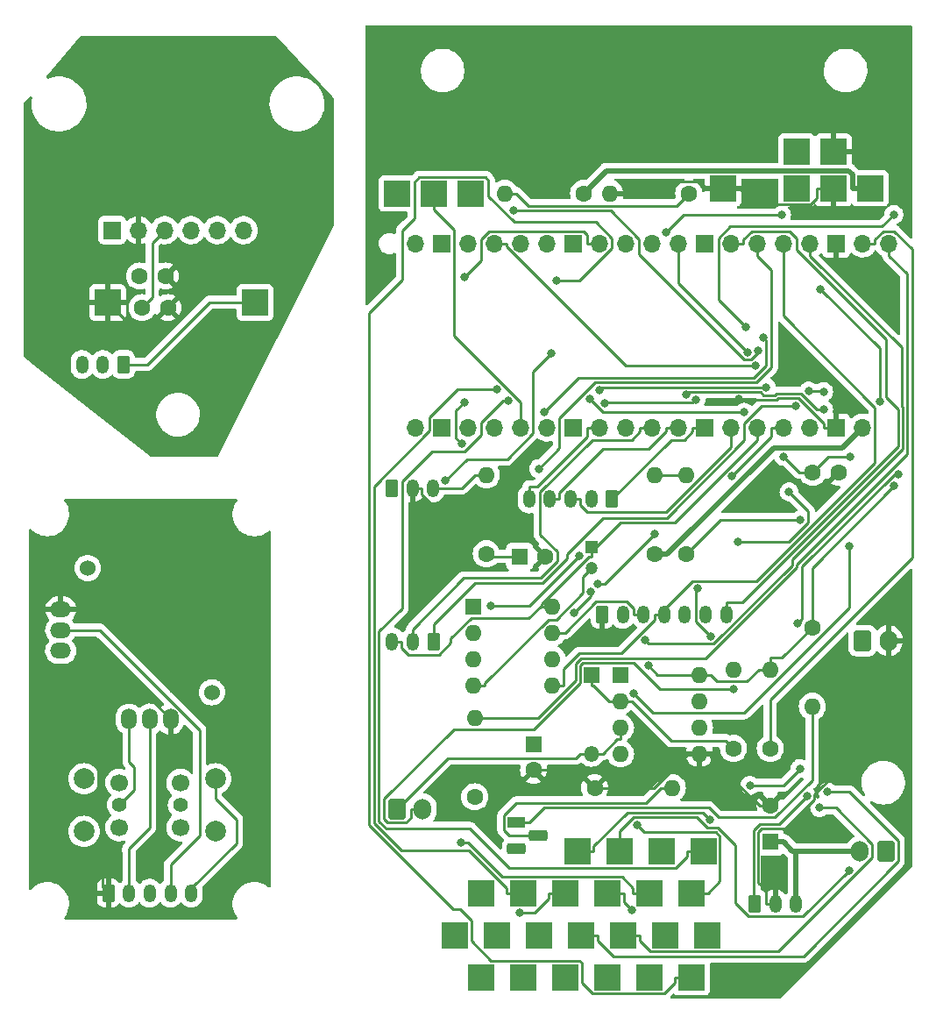
<source format=gbl>
%TF.GenerationSoftware,KiCad,Pcbnew,6.0.11+dfsg-1~bpo11+1*%
%TF.CreationDate,2023-11-13T20:24:00+01:00*%
%TF.ProjectId,v4_pico,76345f70-6963-46f2-9e6b-696361645f70,rev?*%
%TF.SameCoordinates,Original*%
%TF.FileFunction,Copper,L2,Bot*%
%TF.FilePolarity,Positive*%
%FSLAX46Y46*%
G04 Gerber Fmt 4.6, Leading zero omitted, Abs format (unit mm)*
G04 Created by KiCad (PCBNEW 6.0.11+dfsg-1~bpo11+1) date 2023-11-13 20:24:00*
%MOMM*%
%LPD*%
G01*
G04 APERTURE LIST*
G04 Aperture macros list*
%AMRoundRect*
0 Rectangle with rounded corners*
0 $1 Rounding radius*
0 $2 $3 $4 $5 $6 $7 $8 $9 X,Y pos of 4 corners*
0 Add a 4 corners polygon primitive as box body*
4,1,4,$2,$3,$4,$5,$6,$7,$8,$9,$2,$3,0*
0 Add four circle primitives for the rounded corners*
1,1,$1+$1,$2,$3*
1,1,$1+$1,$4,$5*
1,1,$1+$1,$6,$7*
1,1,$1+$1,$8,$9*
0 Add four rect primitives between the rounded corners*
20,1,$1+$1,$2,$3,$4,$5,0*
20,1,$1+$1,$4,$5,$6,$7,0*
20,1,$1+$1,$6,$7,$8,$9,0*
20,1,$1+$1,$8,$9,$2,$3,0*%
G04 Aperture macros list end*
%TA.AperFunction,ComponentPad*%
%ADD10R,1.600000X1.600000*%
%TD*%
%TA.AperFunction,ComponentPad*%
%ADD11C,1.600000*%
%TD*%
%TA.AperFunction,ComponentPad*%
%ADD12R,2.500000X2.500000*%
%TD*%
%TA.AperFunction,ComponentPad*%
%ADD13RoundRect,0.250000X0.350000X0.625000X-0.350000X0.625000X-0.350000X-0.625000X0.350000X-0.625000X0*%
%TD*%
%TA.AperFunction,ComponentPad*%
%ADD14O,1.200000X1.750000*%
%TD*%
%TA.AperFunction,ComponentPad*%
%ADD15RoundRect,0.250000X-0.350000X-0.625000X0.350000X-0.625000X0.350000X0.625000X-0.350000X0.625000X0*%
%TD*%
%TA.AperFunction,ComponentPad*%
%ADD16O,1.600000X1.600000*%
%TD*%
%TA.AperFunction,ComponentPad*%
%ADD17O,1.700000X1.700000*%
%TD*%
%TA.AperFunction,ComponentPad*%
%ADD18R,1.700000X1.700000*%
%TD*%
%TA.AperFunction,ComponentPad*%
%ADD19RoundRect,0.250000X-0.600000X-0.750000X0.600000X-0.750000X0.600000X0.750000X-0.600000X0.750000X0*%
%TD*%
%TA.AperFunction,ComponentPad*%
%ADD20O,1.700000X2.000000*%
%TD*%
%TA.AperFunction,ComponentPad*%
%ADD21R,1.500000X1.500000*%
%TD*%
%TA.AperFunction,ComponentPad*%
%ADD22O,1.500000X1.500000*%
%TD*%
%TA.AperFunction,ComponentPad*%
%ADD23C,1.700000*%
%TD*%
%TA.AperFunction,ComponentPad*%
%ADD24C,1.400000*%
%TD*%
%TA.AperFunction,ComponentPad*%
%ADD25C,2.000000*%
%TD*%
%TA.AperFunction,WasherPad*%
%ADD26C,1.524000*%
%TD*%
%TA.AperFunction,ComponentPad*%
%ADD27O,1.524000X2.000000*%
%TD*%
%TA.AperFunction,ComponentPad*%
%ADD28O,2.000000X1.524000*%
%TD*%
%TA.AperFunction,ComponentPad*%
%ADD29R,1.800000X1.100000*%
%TD*%
%TA.AperFunction,ComponentPad*%
%ADD30RoundRect,0.275000X-0.625000X0.275000X-0.625000X-0.275000X0.625000X-0.275000X0.625000X0.275000X0*%
%TD*%
%TA.AperFunction,ComponentPad*%
%ADD31R,1.200000X1.200000*%
%TD*%
%TA.AperFunction,ComponentPad*%
%ADD32C,1.200000*%
%TD*%
%TA.AperFunction,ComponentPad*%
%ADD33RoundRect,0.250000X0.600000X0.750000X-0.600000X0.750000X-0.600000X-0.750000X0.600000X-0.750000X0*%
%TD*%
%TA.AperFunction,ViaPad*%
%ADD34C,0.800000*%
%TD*%
%TA.AperFunction,Conductor*%
%ADD35C,0.250000*%
%TD*%
%TA.AperFunction,Conductor*%
%ADD36C,0.500000*%
%TD*%
G04 APERTURE END LIST*
D10*
X217975000Y-68326000D03*
D11*
X220475000Y-68326000D03*
X246293000Y-60198000D03*
X248793000Y-60198000D03*
D12*
X222377000Y-100838000D03*
X227605000Y-96774000D03*
X234569000Y-100838000D03*
X234569000Y-108966000D03*
X222377000Y-108966000D03*
X223901000Y-104902000D03*
X223541000Y-96774000D03*
X230505000Y-100838000D03*
X214249000Y-108966000D03*
X235733000Y-96774000D03*
X232029000Y-104902000D03*
X236093000Y-104902000D03*
X214249000Y-100838000D03*
X231669000Y-96774000D03*
X226441000Y-100838000D03*
X218313000Y-108966000D03*
X211709000Y-104902000D03*
X230505000Y-108966000D03*
X227965000Y-104902000D03*
X215773000Y-104902000D03*
X218313000Y-100838000D03*
X226441000Y-108966000D03*
X219837000Y-104902000D03*
X206121000Y-33274000D03*
X209677000Y-33274000D03*
X213233000Y-33274000D03*
D10*
X242189000Y-95886700D03*
D11*
X242189000Y-92386700D03*
D13*
X226885000Y-62780000D03*
D14*
X224885000Y-62780000D03*
X222885000Y-62780000D03*
X220885000Y-62780000D03*
X218885000Y-62780000D03*
D15*
X225933000Y-73914000D03*
D14*
X227933000Y-73914000D03*
X229933000Y-73914000D03*
X231933000Y-73914000D03*
X233933000Y-73914000D03*
X235933000Y-73914000D03*
X237933000Y-73914000D03*
D15*
X205613000Y-61722000D03*
D14*
X207613000Y-61722000D03*
X209613000Y-61722000D03*
D12*
X244729000Y-29210000D03*
X244729000Y-32766000D03*
X248285000Y-29210000D03*
X248285000Y-32766000D03*
X237617000Y-32766000D03*
X251841000Y-32766000D03*
D11*
X234061000Y-68072000D03*
D16*
X234061000Y-60452000D03*
D11*
X213635000Y-91542000D03*
D16*
X213635000Y-83922000D03*
D11*
X214757000Y-68072000D03*
D16*
X214757000Y-60452000D03*
D11*
X224155000Y-33274000D03*
D16*
X216535000Y-33274000D03*
D11*
X234315000Y-33274000D03*
D16*
X226695000Y-33274000D03*
D17*
X253635000Y-38100000D03*
X251095000Y-38100000D03*
D18*
X248555000Y-38100000D03*
D17*
X246015000Y-38100000D03*
X243475000Y-38100000D03*
X240935000Y-38100000D03*
X238395000Y-38100000D03*
D18*
X235855000Y-38100000D03*
D17*
X233315000Y-38100000D03*
X230775000Y-38100000D03*
X228235000Y-38100000D03*
X225695000Y-38100000D03*
D18*
X223155000Y-38100000D03*
D17*
X220615000Y-38100000D03*
X218075000Y-38100000D03*
X215535000Y-38100000D03*
X212995000Y-38100000D03*
D18*
X210455000Y-38100000D03*
D17*
X207915000Y-38100000D03*
X207915000Y-55880000D03*
D18*
X210455000Y-55880000D03*
D17*
X212995000Y-55880000D03*
X215535000Y-55880000D03*
X218075000Y-55880000D03*
X220615000Y-55880000D03*
D18*
X223155000Y-55880000D03*
D17*
X225695000Y-55880000D03*
X228235000Y-55880000D03*
X230775000Y-55880000D03*
X233315000Y-55880000D03*
D18*
X235855000Y-55880000D03*
D17*
X238395000Y-55880000D03*
X240935000Y-55880000D03*
X243475000Y-55880000D03*
X246015000Y-55880000D03*
D18*
X248555000Y-55880000D03*
D17*
X251095000Y-55880000D03*
D10*
X213497000Y-73162000D03*
D16*
X213497000Y-75702000D03*
X213497000Y-78242000D03*
X213497000Y-80782000D03*
X221117000Y-80782000D03*
X221117000Y-78242000D03*
X221117000Y-75702000D03*
X221117000Y-73162000D03*
D19*
X206121000Y-92710000D03*
D20*
X208621000Y-92710000D03*
D11*
X183996000Y-44296000D03*
X181496000Y-44296000D03*
X238633000Y-86868000D03*
D16*
X238633000Y-79248000D03*
D10*
X219329000Y-86447600D03*
D11*
X219329000Y-88947600D03*
D15*
X240665000Y-101854000D03*
D14*
X242665000Y-101854000D03*
X244665000Y-101854000D03*
D10*
X227721000Y-79766000D03*
D16*
X227721000Y-82306000D03*
X227721000Y-84846000D03*
X227721000Y-87386000D03*
X235341000Y-87386000D03*
X235341000Y-84846000D03*
X235341000Y-82306000D03*
X235341000Y-79766000D03*
D21*
X224917000Y-79751000D03*
D22*
X224917000Y-87371000D03*
D15*
X178245000Y-100838000D03*
D14*
X180245000Y-100838000D03*
X182245000Y-100838000D03*
X184245000Y-100838000D03*
X186245000Y-100838000D03*
D12*
X192398000Y-43788000D03*
X178174000Y-43788000D03*
D23*
X185195000Y-90186000D03*
D24*
X185195000Y-92336000D03*
D23*
X179295000Y-90186000D03*
D25*
X175895000Y-89796000D03*
X188595000Y-89796000D03*
D23*
X179295000Y-94486000D03*
D25*
X188595000Y-94876000D03*
D24*
X179295000Y-92336000D03*
D25*
X175895000Y-94876000D03*
D23*
X185195000Y-94486000D03*
D11*
X246253000Y-75184000D03*
D16*
X246253000Y-82804000D03*
D26*
X176245000Y-69446000D03*
X188245000Y-81446000D03*
D27*
X180245000Y-84046000D03*
X182245000Y-84046000D03*
X184245000Y-84046000D03*
D28*
X173645000Y-73446000D03*
X173645000Y-75446000D03*
X173645000Y-77446000D03*
D11*
X225231000Y-90678000D03*
D16*
X232731000Y-90678000D03*
D11*
X242189000Y-86868000D03*
D16*
X242189000Y-79248000D03*
D18*
X178619000Y-36816000D03*
D17*
X181159000Y-36816000D03*
X183699000Y-36816000D03*
X186239000Y-36816000D03*
X188779000Y-36816000D03*
X191319000Y-36816000D03*
D11*
X183762000Y-41248000D03*
X181262000Y-41248000D03*
X231013000Y-68072000D03*
D16*
X231013000Y-60452000D03*
D29*
X217675000Y-94032000D03*
D30*
X219745000Y-95302000D03*
X217675000Y-96572000D03*
D19*
X251099000Y-76454000D03*
D20*
X253599000Y-76454000D03*
D31*
X224917000Y-67463000D03*
D32*
X224917000Y-69463000D03*
D13*
X179705000Y-49784000D03*
D14*
X177705000Y-49784000D03*
X175705000Y-49784000D03*
D13*
X209645000Y-76544000D03*
D14*
X207645000Y-76544000D03*
X205645000Y-76544000D03*
D33*
X253365000Y-96774000D03*
D20*
X250865000Y-96774000D03*
D34*
X239171000Y-53148400D03*
X245721800Y-91478900D03*
X245087500Y-64779900D03*
X241806500Y-51972700D03*
X225693300Y-52276300D03*
X240005600Y-48585100D03*
X243475000Y-58665700D03*
X230392400Y-78888400D03*
X238435800Y-60597200D03*
X254165000Y-61500600D03*
X249918400Y-58731400D03*
X232138300Y-37041500D03*
X243286900Y-35369500D03*
X241556700Y-47203200D03*
X220338400Y-54401100D03*
X218011600Y-102695800D03*
X240224700Y-90434000D03*
X252784500Y-53392500D03*
X236377600Y-93755400D03*
X247064100Y-42515900D03*
X254568900Y-60375900D03*
X245053900Y-88808900D03*
X244821800Y-74793900D03*
X254127000Y-35306000D03*
X249780700Y-98646300D03*
X239788300Y-46176000D03*
X217386400Y-34917800D03*
X212320300Y-95989400D03*
X241027500Y-48444200D03*
X229314900Y-94263500D03*
X210825700Y-60970100D03*
X221044500Y-48684000D03*
X221509800Y-41705400D03*
X216845600Y-53285000D03*
X247739700Y-91071900D03*
X245904300Y-52342700D03*
X239089000Y-66935200D03*
X243997400Y-62081000D03*
X247355000Y-52402600D03*
X215172400Y-73095100D03*
X223706400Y-68293900D03*
X235000900Y-53173100D03*
X226209800Y-53519100D03*
X235188700Y-71428600D03*
X236412500Y-76033600D03*
X228808400Y-102490700D03*
X215759700Y-52214200D03*
X246959600Y-92584700D03*
X249811800Y-67344100D03*
X228954500Y-81553900D03*
X240746000Y-49896400D03*
X247347600Y-54132500D03*
X234061000Y-52698100D03*
X239656600Y-54395100D03*
X224741800Y-53083900D03*
X231013000Y-66136700D03*
X224828600Y-71751000D03*
X225509700Y-70992800D03*
X223243200Y-73776900D03*
X230066400Y-76425100D03*
X244624300Y-53800200D03*
X238633000Y-81115100D03*
X212371800Y-57442400D03*
X212649700Y-41307700D03*
X212649700Y-53412100D03*
X219810400Y-59844300D03*
D35*
X241049800Y-99843000D02*
X241049800Y-94925600D01*
X246447100Y-91779500D02*
X246447100Y-91338800D01*
X208538300Y-62300300D02*
X212812800Y-66574800D01*
X237617000Y-32766000D02*
X239192300Y-32766000D01*
X248555000Y-55880000D02*
X247379700Y-55880000D01*
X235395100Y-32119400D02*
X236041700Y-32766000D01*
X242792200Y-53199900D02*
X242922900Y-53069200D01*
X225231000Y-90678000D02*
X223500600Y-88947600D01*
X241739700Y-101854000D02*
X241739700Y-100532900D01*
X236856500Y-32766000D02*
X237617000Y-32766000D01*
X246709700Y-33750600D02*
X246709700Y-32766000D01*
X240767600Y-34341300D02*
X246119000Y-34341300D01*
X243642000Y-94584600D02*
X246447100Y-91779500D01*
X239222500Y-53199900D02*
X242792200Y-53199900D01*
X226695000Y-33274000D02*
X227820300Y-33274000D01*
X241739700Y-100532900D02*
X241049800Y-99843000D01*
X207613000Y-61722000D02*
X208538300Y-61722000D01*
X223500600Y-88947600D02*
X219329000Y-88947600D01*
X242665000Y-101854000D02*
X241739700Y-101854000D01*
X227820300Y-33274000D02*
X228974900Y-32119400D01*
X248285000Y-32766000D02*
X246709700Y-32766000D01*
X228974900Y-32119400D02*
X235395100Y-32119400D01*
X239171000Y-53148400D02*
X239222500Y-53199900D01*
X241049800Y-94925600D02*
X241390800Y-94584600D01*
X236856500Y-32766000D02*
X236041700Y-32766000D01*
X234215700Y-87386000D02*
X230923700Y-90678000D01*
X242922900Y-53069200D02*
X244936200Y-53069200D01*
X208538300Y-61722000D02*
X208538300Y-62300300D01*
X236466300Y-87386000D02*
X236466300Y-87701300D01*
X246447100Y-91338800D02*
X253599000Y-84186900D01*
X218723800Y-66574800D02*
X220475000Y-68326000D01*
X246119000Y-34341300D02*
X246709700Y-33750600D01*
X241390800Y-94584600D02*
X243642000Y-94584600D01*
X253599000Y-84186900D02*
X253599000Y-76454000D01*
X235341000Y-87386000D02*
X234215700Y-87386000D01*
X239192300Y-32766000D02*
X240767600Y-34341300D01*
X230923700Y-90678000D02*
X225231000Y-90678000D01*
X212812800Y-66574800D02*
X218723800Y-66574800D01*
X235341000Y-87386000D02*
X236466300Y-87386000D01*
X241151700Y-92386700D02*
X242189000Y-92386700D01*
X247379700Y-55512700D02*
X247379700Y-55880000D01*
X236466300Y-87701300D02*
X241151700Y-92386700D01*
X244936200Y-53069200D02*
X247379700Y-55512700D01*
X223810300Y-62780000D02*
X223810300Y-63358300D01*
X222885000Y-62780000D02*
X223810300Y-62780000D01*
X238395000Y-57736200D02*
X238395000Y-57055300D01*
X224498300Y-64046300D02*
X232084900Y-64046300D01*
X223810300Y-63358300D02*
X224498300Y-64046300D01*
X232084900Y-64046300D02*
X238395000Y-57736200D01*
X238395000Y-55880000D02*
X238395000Y-57055300D01*
X243066500Y-94134200D02*
X245721800Y-91478900D01*
X240665000Y-101854000D02*
X240597900Y-101786900D01*
X241198700Y-94134200D02*
X243066500Y-94134200D01*
X240597900Y-94735000D02*
X241198700Y-94134200D01*
X237353100Y-64779900D02*
X245087500Y-64779900D01*
X234061000Y-68072000D02*
X237353100Y-64779900D01*
X240597900Y-101786900D02*
X240597900Y-94735000D01*
X221810300Y-62201700D02*
X226056100Y-57955900D01*
X233315000Y-55880000D02*
X232139700Y-55880000D01*
X220885000Y-62780000D02*
X221810300Y-62780000D01*
X232139700Y-56233400D02*
X232139700Y-55880000D01*
X221810300Y-62780000D02*
X221810300Y-62201700D01*
X226056100Y-57955900D02*
X230417200Y-57955900D01*
X230417200Y-57955900D02*
X232139700Y-56233400D01*
X223921100Y-78149800D02*
X223391300Y-78679600D01*
X244729000Y-69148000D02*
X244729000Y-69386800D01*
X223391300Y-78679600D02*
X223391300Y-80316500D01*
X253635000Y-39275300D02*
X255397000Y-41037300D01*
X223391300Y-80316500D02*
X219785800Y-83922000D01*
X255397000Y-53706903D02*
X255420001Y-53729904D01*
X235966000Y-78149800D02*
X223921100Y-78149800D01*
X253635000Y-38100000D02*
X253635000Y-39275300D01*
X255420001Y-58456999D02*
X244729000Y-69148000D01*
X244729000Y-69386800D02*
X235966000Y-78149800D01*
X255420001Y-53729904D02*
X255420001Y-58456999D01*
X219785800Y-83922000D02*
X213635000Y-83922000D01*
X255397000Y-41037300D02*
X255397000Y-53706903D01*
X225996900Y-51972700D02*
X225693300Y-52276300D01*
X241806500Y-51972700D02*
X225996900Y-51972700D01*
D36*
X244326600Y-96774000D02*
X243439300Y-95886700D01*
X242499100Y-57815400D02*
X232242500Y-68072000D01*
X226363300Y-31065700D02*
X249735600Y-31065700D01*
X244665000Y-96774000D02*
X244326600Y-96774000D01*
X244665000Y-101854000D02*
X244665000Y-100528700D01*
X232242500Y-68072000D02*
X231013000Y-68072000D01*
X250140700Y-31470800D02*
X250140700Y-32766000D01*
X251841000Y-32766000D02*
X250140700Y-32766000D01*
X249159600Y-57815400D02*
X242499100Y-57815400D01*
X249735600Y-31065700D02*
X250140700Y-31470800D01*
X242189000Y-95886700D02*
X243439300Y-95886700D01*
X251095000Y-55880000D02*
X249159600Y-57815400D01*
X250865000Y-96774000D02*
X244665000Y-96774000D01*
X224155000Y-33274000D02*
X226363300Y-31065700D01*
X244665000Y-100528700D02*
X244665000Y-96774000D01*
D35*
X219651600Y-61579700D02*
X218885000Y-61579700D01*
X225695000Y-55880000D02*
X224519700Y-55880000D01*
X224519700Y-56711600D02*
X219651600Y-61579700D01*
X218885000Y-62780000D02*
X218885000Y-61579700D01*
X224519700Y-55880000D02*
X224519700Y-56711600D01*
X233315000Y-38100000D02*
X233315000Y-41894500D01*
X233315000Y-41894500D02*
X240005600Y-48585100D01*
X244745000Y-37601600D02*
X244745000Y-38730200D01*
X238395000Y-38100000D02*
X239570300Y-38100000D01*
X237933000Y-72713700D02*
X237933000Y-73914000D01*
X253365000Y-52947695D02*
X254520001Y-54102696D01*
X239570300Y-38100000D02*
X239570300Y-37732600D01*
X254520001Y-57715199D02*
X239521500Y-72713700D01*
X253365000Y-47350200D02*
X253365000Y-52947695D01*
X240378200Y-36924700D02*
X244068100Y-36924700D01*
X244068100Y-36924700D02*
X244745000Y-37601600D01*
X254520001Y-54102696D02*
X254520001Y-57715199D01*
X239570300Y-37732600D02*
X240378200Y-36924700D01*
X239521500Y-72713700D02*
X237933000Y-72713700D01*
X244745000Y-38730200D02*
X253365000Y-47350200D01*
X209613000Y-61722000D02*
X210538300Y-61722000D01*
X212361700Y-61722000D02*
X213631700Y-60452000D01*
X210538300Y-61722000D02*
X212361700Y-61722000D01*
X214757000Y-60452000D02*
X213631700Y-60452000D01*
X247759600Y-58731400D02*
X249918400Y-58731400D01*
X246293000Y-60198000D02*
X245007300Y-60198000D01*
X239938400Y-80373300D02*
X241063700Y-79248000D01*
X230392400Y-78888400D02*
X231270000Y-79766000D01*
X235903700Y-79766000D02*
X236466300Y-79766000D01*
X233810300Y-35369500D02*
X232138300Y-37041500D01*
X246253000Y-69412600D02*
X254165000Y-61500600D01*
X216449600Y-94745200D02*
X217006400Y-95302000D01*
X231605700Y-90678000D02*
X230150900Y-92132800D01*
X235903700Y-79766000D02*
X235341000Y-79766000D01*
X243286900Y-35369500D02*
X233810300Y-35369500D01*
X230150900Y-92132800D02*
X217652300Y-92132800D01*
X235341000Y-79766000D02*
X234215700Y-79766000D01*
X215011000Y-68326000D02*
X214757000Y-68072000D01*
X236466300Y-79766000D02*
X237073600Y-80373300D01*
X242189000Y-78122700D02*
X243314300Y-78122700D01*
X242189000Y-79248000D02*
X241063700Y-79248000D01*
X216449600Y-93335500D02*
X216449600Y-94745200D01*
X232731000Y-90678000D02*
X231605700Y-90678000D01*
X243475000Y-55880000D02*
X242299700Y-55880000D01*
X243314300Y-78122700D02*
X246253000Y-75184000D01*
X246253000Y-75184000D02*
X246253000Y-69412600D01*
X217006400Y-95302000D02*
X219345000Y-95302000D01*
X237073600Y-80373300D02*
X239938400Y-80373300D01*
X217975000Y-68326000D02*
X215011000Y-68326000D01*
X246293000Y-60198000D02*
X247759600Y-58731400D01*
X217652300Y-92132800D02*
X216449600Y-93335500D01*
X242299700Y-56733300D02*
X238435800Y-60597200D01*
X245007300Y-60198000D02*
X243475000Y-58665700D01*
X242299700Y-55880000D02*
X242299700Y-56733300D01*
X231270000Y-79766000D02*
X234215700Y-79766000D01*
X242189000Y-79248000D02*
X242189000Y-78122700D01*
X219956300Y-62111000D02*
X225012000Y-57055300D01*
X207645000Y-76544000D02*
X207645000Y-75343700D01*
X230775000Y-55880000D02*
X229599700Y-55880000D01*
X221620100Y-68787400D02*
X221620100Y-67874400D01*
X219989600Y-70417900D02*
X221620100Y-68787400D01*
X219956300Y-66210600D02*
X219956300Y-62111000D01*
X212570800Y-70417900D02*
X219989600Y-70417900D01*
X228791800Y-57055300D02*
X229599700Y-56247400D01*
X221620100Y-67874400D02*
X219956300Y-66210600D01*
X229599700Y-56247400D02*
X229599700Y-55880000D01*
X225012000Y-57055300D02*
X228791800Y-57055300D01*
X207645000Y-75343700D02*
X212570800Y-70417900D01*
X241813000Y-49857100D02*
X240598000Y-51072100D01*
X240598000Y-51072100D02*
X223667400Y-51072100D01*
X241813000Y-47459500D02*
X241813000Y-49857100D01*
X223667400Y-51072100D02*
X220338400Y-54401100D01*
X222377000Y-100838000D02*
X220801700Y-100838000D01*
X241556700Y-47203200D02*
X241813000Y-47459500D01*
X219436200Y-102695800D02*
X218011600Y-102695800D01*
X220801700Y-101330300D02*
X219436200Y-102695800D01*
X220801700Y-100838000D02*
X220801700Y-101330300D01*
X223541000Y-96774000D02*
X225116300Y-96774000D01*
X245283000Y-69310300D02*
X245283000Y-74332700D01*
X236377600Y-93755400D02*
X235655600Y-93033400D01*
X243428800Y-90434000D02*
X240224700Y-90434000D01*
X235655600Y-93033400D02*
X228354300Y-93033400D01*
X245053900Y-88808900D02*
X243428800Y-90434000D01*
X252784500Y-53392500D02*
X252784500Y-48236300D01*
X254217400Y-60375900D02*
X245283000Y-69310300D01*
X228354300Y-93033400D02*
X225116300Y-96271400D01*
X254568900Y-60375900D02*
X254217400Y-60375900D01*
X245283000Y-74332700D02*
X244821800Y-74793900D01*
X252784500Y-48236300D02*
X247064100Y-42515900D01*
X225116300Y-96271400D02*
X225116300Y-96774000D01*
X227605000Y-96774000D02*
X227605000Y-94895000D01*
X254127000Y-35306000D02*
X252965700Y-36467300D01*
X236077200Y-94480700D02*
X237133100Y-94480700D01*
X245330000Y-103097000D02*
X249780700Y-98646300D01*
X238335400Y-36467300D02*
X237193500Y-37609200D01*
X237133100Y-94480700D02*
X238828900Y-96176500D01*
X237193500Y-43581200D02*
X239788300Y-46176000D01*
X237193500Y-37609200D02*
X237193500Y-43581200D01*
X252965700Y-36467300D02*
X238335400Y-36467300D01*
X227605000Y-94895000D02*
X228970000Y-93530000D01*
X228970000Y-93530000D02*
X235126500Y-93530000D01*
X238828900Y-101817100D02*
X240108800Y-103097000D01*
X240108800Y-103097000D02*
X245330000Y-103097000D01*
X235126500Y-93530000D02*
X236077200Y-94480700D01*
X238828900Y-96176500D02*
X238828900Y-101817100D01*
X229505000Y-39125600D02*
X239693600Y-49314200D01*
X240302500Y-49314200D02*
X241027500Y-48589200D01*
X226753200Y-34917900D02*
X229505000Y-37669700D01*
X227846800Y-99262700D02*
X228929700Y-100345600D01*
X217386400Y-34917900D02*
X226753200Y-34917900D01*
X230505000Y-100838000D02*
X228929700Y-100838000D01*
X229505000Y-37669700D02*
X229505000Y-39125600D01*
X241027500Y-48589200D02*
X241027500Y-48444200D01*
X228929700Y-100345600D02*
X228929700Y-100838000D01*
X216291700Y-99262700D02*
X227846800Y-99262700D01*
X239693600Y-49314200D02*
X240302500Y-49314200D01*
X217386400Y-34917800D02*
X217386400Y-34917900D01*
X212320300Y-95989400D02*
X213018400Y-95989400D01*
X213018400Y-95989400D02*
X216291700Y-99262700D01*
X236913300Y-94931000D02*
X237314600Y-95332300D01*
X229314900Y-94263500D02*
X229982400Y-94931000D01*
X237314600Y-95332300D02*
X237314600Y-99667700D01*
X234569000Y-100838000D02*
X236144300Y-100838000D01*
X229982400Y-94931000D02*
X236913300Y-94931000D01*
X237314600Y-99667700D02*
X236144300Y-100838000D01*
X219270600Y-56405000D02*
X216758500Y-58917100D01*
X212878700Y-58917100D02*
X210825700Y-60970100D01*
X216758500Y-58917100D02*
X212878700Y-58917100D01*
X219270600Y-50457900D02*
X219270600Y-56405000D01*
X221044500Y-48684000D02*
X219270600Y-50457900D01*
X208284400Y-31698600D02*
X207805100Y-32177900D01*
X232993700Y-109458400D02*
X232993700Y-108966000D01*
X212209600Y-102413400D02*
X213284400Y-103488200D01*
X225318300Y-36046400D02*
X217478200Y-36046400D01*
X207805100Y-32177900D02*
X207805100Y-35693500D01*
X226891600Y-37619700D02*
X225318300Y-36046400D01*
X224969800Y-110541300D02*
X231910800Y-110541300D01*
X213284400Y-103488200D02*
X213284400Y-105449900D01*
X223952400Y-109523900D02*
X224969800Y-110541300D01*
X203418100Y-44791400D02*
X203418100Y-94254300D01*
X203418100Y-94254300D02*
X211577200Y-102413400D01*
X206645000Y-36853600D02*
X206645000Y-41564500D01*
X215225200Y-107390700D02*
X223761800Y-107390700D01*
X213284400Y-105449900D02*
X215225200Y-107390700D01*
X226891600Y-38567600D02*
X226891600Y-37619700D01*
X223761800Y-107390700D02*
X223952400Y-107581300D01*
X207805100Y-35693500D02*
X206645000Y-36853600D01*
X214650800Y-31698600D02*
X208284400Y-31698600D01*
X223753800Y-41705400D02*
X226891600Y-38567600D01*
X217478200Y-36046400D02*
X214963200Y-33531400D01*
X206645000Y-41564500D02*
X203418100Y-44791400D01*
X211577200Y-102413400D02*
X212209600Y-102413400D01*
X221509800Y-41705400D02*
X223753800Y-41705400D01*
X231910800Y-110541300D02*
X232993700Y-109458400D01*
X234569000Y-108966000D02*
X232993700Y-108966000D01*
X214963200Y-32011000D02*
X214650800Y-31698600D01*
X223952400Y-107581300D02*
X223952400Y-109523900D01*
X214963200Y-33531400D02*
X214963200Y-32011000D01*
X235733000Y-96774000D02*
X234157700Y-96774000D01*
X206613600Y-61095700D02*
X206613600Y-73354800D01*
X216845600Y-53285000D02*
X216393600Y-53285000D01*
X216393600Y-53285000D02*
X214265000Y-55413600D01*
X204391500Y-75576900D02*
X204391500Y-93899300D01*
X233026000Y-98398100D02*
X234157700Y-97266400D01*
X206613600Y-73354800D02*
X204391500Y-75576900D01*
X205078500Y-94586300D02*
X213184700Y-94586300D01*
X209541600Y-58167700D02*
X206613600Y-61095700D01*
X214265000Y-55413600D02*
X214265000Y-56575000D01*
X213184700Y-94586300D02*
X216996500Y-98398100D01*
X212672300Y-58167700D02*
X209541600Y-58167700D01*
X204391500Y-93899300D02*
X205078500Y-94586300D01*
X234157700Y-97266400D02*
X234157700Y-96774000D01*
X214265000Y-56575000D02*
X212672300Y-58167700D01*
X216996500Y-98398100D02*
X233026000Y-98398100D01*
X249857200Y-91071900D02*
X254558100Y-95772800D01*
X254558100Y-95772800D02*
X254558100Y-97755100D01*
X225476300Y-105394300D02*
X225476300Y-104902000D01*
X245372400Y-106940800D02*
X227022800Y-106940800D01*
X223901000Y-104902000D02*
X225476300Y-104902000D01*
X227022800Y-106940800D02*
X225476300Y-105394300D01*
X254558100Y-97755100D02*
X245372400Y-106940800D01*
X247739700Y-91071900D02*
X249857200Y-91071900D01*
X243996100Y-66935200D02*
X239089000Y-66935200D01*
X247295100Y-52342700D02*
X247355000Y-52402600D01*
X243997400Y-62081000D02*
X245847500Y-63931100D01*
X245904300Y-52342700D02*
X247295100Y-52342700D01*
X245847500Y-63931100D02*
X245847500Y-65083800D01*
X245847500Y-65083800D02*
X243996100Y-66935200D01*
X218905200Y-73095100D02*
X223706400Y-68293900D01*
X226238100Y-53490700D02*
X226238100Y-53490800D01*
X215172400Y-73095100D02*
X218905200Y-73095100D01*
X234683300Y-53490700D02*
X226238100Y-53490700D01*
X235000900Y-53173100D02*
X234683300Y-53490700D01*
X226238100Y-53490800D02*
X226209800Y-53519100D01*
X234998300Y-74619400D02*
X234998300Y-71619000D01*
X234998300Y-71619000D02*
X235188700Y-71428600D01*
X228016300Y-100838000D02*
X228016300Y-101698600D01*
X228016300Y-101698600D02*
X228808400Y-102490700D01*
X226441000Y-100838000D02*
X228016300Y-100838000D01*
X236412500Y-76033600D02*
X234998300Y-74619400D01*
X213106800Y-96714700D02*
X216737700Y-100345600D01*
X203901500Y-61578800D02*
X203901500Y-94056000D01*
X209279600Y-56200700D02*
X203901500Y-61578800D01*
X218313000Y-100838000D02*
X216737700Y-100838000D01*
X216737700Y-100345600D02*
X216737700Y-100838000D01*
X209279600Y-54895300D02*
X209279600Y-56200700D01*
X206560200Y-96714700D02*
X213106800Y-96714700D01*
X203901500Y-94056000D02*
X206560200Y-96714700D01*
X215759700Y-52214200D02*
X211960700Y-52214200D01*
X211960700Y-52214200D02*
X209279600Y-54895300D01*
X230623200Y-106477300D02*
X229540300Y-105394400D01*
X229540300Y-105394400D02*
X229540300Y-104902000D01*
X242981100Y-106477300D02*
X230623200Y-106477300D01*
X227965000Y-104902000D02*
X229540300Y-104902000D01*
X248512000Y-92584700D02*
X252058000Y-96130700D01*
X252058000Y-96130700D02*
X252058000Y-97400400D01*
X246959600Y-92584700D02*
X248512000Y-92584700D01*
X252058000Y-97400400D02*
X242981100Y-106477300D01*
X230832400Y-83431800D02*
X239651700Y-83431800D01*
X239651700Y-83431800D02*
X249811800Y-73271700D01*
X249811800Y-73271700D02*
X249811800Y-67344100D01*
X228954500Y-81553900D02*
X230832400Y-83431800D01*
X218842000Y-34455700D02*
X217660300Y-33274000D01*
X216535000Y-33274000D02*
X217660300Y-33274000D01*
X234315000Y-33274000D02*
X233133300Y-34455700D01*
X233133300Y-34455700D02*
X218842000Y-34455700D01*
X211630400Y-36802700D02*
X209677000Y-34849300D01*
X209677000Y-33274000D02*
X209677000Y-34849300D01*
X211630400Y-47007900D02*
X211630400Y-36802700D01*
X218075000Y-53452500D02*
X211630400Y-47007900D01*
X218075000Y-54704700D02*
X218075000Y-53452500D01*
X218075000Y-55880000D02*
X218075000Y-54704700D01*
X240746000Y-49896400D02*
X228195600Y-49896400D01*
X228195600Y-49896400D02*
X216710300Y-38411100D01*
X215535000Y-38100000D02*
X216710300Y-38100000D01*
X216710300Y-38411100D02*
X216710300Y-38100000D01*
X234336100Y-52423000D02*
X241231100Y-52423000D01*
X242763600Y-52591600D02*
X245127500Y-52591600D01*
X246668400Y-54132500D02*
X247347600Y-54132500D01*
X241542700Y-52734600D02*
X242620600Y-52734600D01*
X234061000Y-52698100D02*
X234336100Y-52423000D01*
X241231100Y-52423000D02*
X241542700Y-52734600D01*
X245127500Y-52591600D02*
X246668400Y-54132500D01*
X242620600Y-52734600D02*
X242763600Y-52591600D01*
X239656600Y-54395100D02*
X226053000Y-54395100D01*
X226053000Y-54395100D02*
X224741800Y-53083900D01*
X246253000Y-89922000D02*
X242644800Y-93530200D01*
X218075000Y-94032000D02*
X218900300Y-94032000D01*
X246253000Y-82804000D02*
X246253000Y-89922000D01*
X220349200Y-92583100D02*
X218900300Y-94032000D01*
X236231100Y-92583100D02*
X220349200Y-92583100D01*
X237178200Y-93530200D02*
X236231100Y-92583100D01*
X242644800Y-93530200D02*
X237178200Y-93530200D01*
X223243200Y-73776900D02*
X224828600Y-72191500D01*
X231013000Y-60452000D02*
X234061000Y-60452000D01*
X226156900Y-70992800D02*
X225509700Y-70992800D01*
X224828600Y-72191500D02*
X224828600Y-71751000D01*
X231013000Y-66136700D02*
X226156900Y-70992800D01*
X180106000Y-45720000D02*
X182572000Y-45720000D01*
X178174000Y-43788000D02*
X180106000Y-45720000D01*
X182572000Y-45720000D02*
X183996000Y-44296000D01*
X182499000Y-38016000D02*
X182499000Y-43293000D01*
X183699000Y-36816000D02*
X182499000Y-38016000D01*
X182499000Y-43293000D02*
X181496000Y-44296000D01*
X192398000Y-43788000D02*
X187987000Y-43788000D01*
X187987000Y-43788000D02*
X181991000Y-49784000D01*
X181991000Y-49784000D02*
X179705000Y-49784000D01*
X211312200Y-76267800D02*
X213292700Y-74287300D01*
X224917000Y-67844200D02*
X227709800Y-65051400D01*
X210175000Y-77804000D02*
X211312200Y-76666800D01*
X220109800Y-73162000D02*
X220109800Y-72939100D01*
X240935000Y-55880000D02*
X240935000Y-57055300D01*
X224917000Y-67844200D02*
X224917000Y-68388300D01*
X227709800Y-65051400D02*
X232938900Y-65051400D01*
X224917000Y-67463000D02*
X224917000Y-67844200D01*
X221117000Y-73162000D02*
X220109800Y-73162000D01*
X207252000Y-77804000D02*
X210175000Y-77804000D01*
X211312200Y-76666800D02*
X211312200Y-76267800D01*
X205645000Y-76544000D02*
X206570300Y-76544000D01*
X206570300Y-76544000D02*
X206570300Y-77122300D01*
X232938900Y-65051400D02*
X240935000Y-57055300D01*
X206570300Y-77122300D02*
X207252000Y-77804000D01*
X224660600Y-68388300D02*
X224917000Y-68388300D01*
X220109800Y-72939100D02*
X224660600Y-68388300D01*
X220109800Y-73162000D02*
X219991700Y-73162000D01*
X218866400Y-74287300D02*
X219991700Y-73162000D01*
X213292700Y-74287300D02*
X218866400Y-74287300D01*
X232656300Y-86116000D02*
X237881000Y-86116000D01*
X225116000Y-80826300D02*
X224917000Y-80826300D01*
X226595700Y-82306000D02*
X225116000Y-80826300D01*
X237881000Y-86116000D02*
X238633000Y-86868000D01*
X228283700Y-82306000D02*
X228846300Y-82306000D01*
X228283700Y-82306000D02*
X227721000Y-82306000D01*
X228846300Y-82306000D02*
X232656300Y-86116000D01*
X224917000Y-79751000D02*
X224917000Y-80826300D01*
X227721000Y-82306000D02*
X226595700Y-82306000D01*
X225992300Y-87371000D02*
X227392000Y-85971300D01*
X227721000Y-84846000D02*
X227721000Y-85971300D01*
X211032900Y-87798100D02*
X223414600Y-87798100D01*
X227392000Y-85971300D02*
X227721000Y-85971300D01*
X206121000Y-92710000D02*
X211032900Y-87798100D01*
X225454700Y-87371000D02*
X225992300Y-87371000D01*
X225454700Y-87371000D02*
X224917000Y-87371000D01*
X224917000Y-87371000D02*
X223841700Y-87371000D01*
X223414600Y-87798100D02*
X223841700Y-87371000D01*
X220749500Y-74432000D02*
X214622300Y-80559200D01*
X224103300Y-71831800D02*
X221503100Y-74432000D01*
X224917000Y-69463000D02*
X224103300Y-70276700D01*
X213497000Y-80782000D02*
X214622300Y-80782000D01*
X224103300Y-70276700D02*
X224103300Y-71831800D01*
X234679700Y-56247400D02*
X234679700Y-55880000D01*
X214622300Y-80559200D02*
X214622300Y-80782000D01*
X232609700Y-57055300D02*
X233871800Y-57055300D01*
X235855000Y-55880000D02*
X234679700Y-55880000D01*
X226885000Y-62780000D02*
X232609700Y-57055300D01*
X221503100Y-74432000D02*
X220749500Y-74432000D01*
X233871800Y-57055300D02*
X234679700Y-56247400D01*
X225357000Y-72688900D02*
X228309700Y-72688900D01*
X222242300Y-75702000D02*
X222343900Y-75702000D01*
X221117000Y-75702000D02*
X222242300Y-75702000D01*
X229007700Y-73386900D02*
X229007700Y-73914000D01*
X244278700Y-69193200D02*
X236713000Y-76758900D01*
X254970001Y-57950599D02*
X244278700Y-68641900D01*
X236713000Y-76758900D02*
X230400200Y-76758900D01*
X254889000Y-53835299D02*
X254970001Y-53916300D01*
X230400200Y-76758900D02*
X230066400Y-76425100D01*
X222343900Y-75702000D02*
X225357000Y-72688900D01*
X229933000Y-73914000D02*
X229007700Y-73914000D01*
X246015000Y-38100000D02*
X246015000Y-39275300D01*
X254889000Y-48149300D02*
X254889000Y-53835299D01*
X244278700Y-68641900D02*
X244278700Y-69193200D01*
X228309700Y-72688900D02*
X229007700Y-73386900D01*
X254970001Y-53916300D02*
X254970001Y-57950599D01*
X246015000Y-39275300D02*
X254889000Y-48149300D01*
X252290900Y-59277400D02*
X240865000Y-70703300D01*
X223734500Y-77699500D02*
X222242300Y-79191700D01*
X243475000Y-38100000D02*
X243475000Y-39275300D01*
X221117000Y-80782000D02*
X222242300Y-80782000D01*
X231470400Y-73914000D02*
X231007700Y-73914000D01*
X240865000Y-70703300D02*
X234681100Y-70703300D01*
X231933000Y-73914000D02*
X231470400Y-73914000D01*
X227765700Y-77699500D02*
X223734500Y-77699500D01*
X234681100Y-70703300D02*
X231470400Y-73914000D01*
X243475000Y-39275300D02*
X243475000Y-45108700D01*
X222242300Y-79191700D02*
X222242300Y-80782000D01*
X231007700Y-73914000D02*
X231007700Y-74457500D01*
X231007700Y-74457500D02*
X227765700Y-77699500D01*
X243475000Y-45108700D02*
X252290900Y-53924600D01*
X252290900Y-53924600D02*
X252290900Y-59277400D01*
X220180500Y-70868300D02*
X222526900Y-68521900D01*
X222526900Y-68138700D02*
X226064500Y-64601100D01*
X209645000Y-76544000D02*
X209645000Y-74891200D01*
X239665000Y-55460400D02*
X241325200Y-53800200D01*
X232194400Y-64601100D02*
X239665000Y-57130500D01*
X209645000Y-74891200D02*
X213667900Y-70868300D01*
X241325200Y-53800200D02*
X244624300Y-53800200D01*
X222526900Y-68521900D02*
X222526900Y-68138700D01*
X226064500Y-64601100D02*
X232194400Y-64601100D01*
X213667900Y-70868300D02*
X220180500Y-70868300D01*
X239665000Y-57130500D02*
X239665000Y-55460400D01*
X180245000Y-84046000D02*
X180245000Y-88170000D01*
X180721000Y-88646000D02*
X180721000Y-90910000D01*
X180245000Y-88170000D02*
X180721000Y-88646000D01*
X180721000Y-90910000D02*
X179295000Y-92336000D01*
X182245000Y-84046000D02*
X182245000Y-94488000D01*
X180245000Y-96806000D02*
X180245000Y-100838000D01*
X180213000Y-96774000D02*
X180245000Y-96806000D01*
X182245000Y-94488000D02*
X180213000Y-96520000D01*
X180213000Y-96520000D02*
X180213000Y-96774000D01*
X177220000Y-93273000D02*
X177220000Y-83765000D01*
X178245000Y-100838000D02*
X177673000Y-100266000D01*
X177673000Y-93726000D02*
X177220000Y-93273000D01*
X177673000Y-100266000D02*
X177673000Y-93726000D01*
X181479000Y-81280000D02*
X184245000Y-84046000D01*
X177220000Y-83765000D02*
X179705000Y-81280000D01*
X179705000Y-81280000D02*
X181479000Y-81280000D01*
X184245000Y-100838000D02*
X184245000Y-98076000D01*
X187071000Y-95250000D02*
X187071000Y-85096750D01*
X177420250Y-75446000D02*
X173645000Y-75446000D01*
X184245000Y-98076000D02*
X187071000Y-95250000D01*
X187071000Y-85096750D02*
X177420250Y-75446000D01*
X188595000Y-91694000D02*
X190627000Y-93726000D01*
X190627000Y-96012000D02*
X186245000Y-100394000D01*
X190627000Y-93726000D02*
X190627000Y-96012000D01*
X188595000Y-89796000D02*
X188595000Y-91694000D01*
X186245000Y-100394000D02*
X186245000Y-100838000D01*
X231531800Y-81115100D02*
X238633000Y-81115100D01*
X204886800Y-93683300D02*
X204886800Y-91756700D01*
X207445700Y-92710000D02*
X207445700Y-93591500D01*
X223841600Y-80534600D02*
X223841600Y-78866200D01*
X229016800Y-78600100D02*
X231531800Y-81115100D01*
X205239800Y-94036300D02*
X204886800Y-93683300D01*
X207445700Y-93591500D02*
X207000900Y-94036300D01*
X219328800Y-85047400D02*
X223841600Y-80534600D01*
X207000900Y-94036300D02*
X205239800Y-94036300D01*
X211596100Y-85047400D02*
X219328800Y-85047400D01*
X224107700Y-78600100D02*
X229016800Y-78600100D01*
X204886800Y-91756700D02*
X211596100Y-85047400D01*
X223841600Y-78866200D02*
X224107700Y-78600100D01*
X208621000Y-92710000D02*
X207445700Y-92710000D01*
X255905000Y-68428600D02*
X255905000Y-38661900D01*
X255905000Y-38661900D02*
X254167800Y-36924700D01*
X252270300Y-37732600D02*
X252270300Y-38100000D01*
X242189000Y-86868000D02*
X242189000Y-82144600D01*
X253078200Y-36924700D02*
X252270300Y-37732600D01*
X254167800Y-36924700D02*
X253078200Y-36924700D01*
X242189000Y-82144600D02*
X255905000Y-68428600D01*
X252270300Y-38100000D02*
X251095000Y-38100000D01*
X215043400Y-36924600D02*
X214259200Y-37708800D01*
X211819600Y-56890200D02*
X211819600Y-54242200D01*
X224519700Y-38100000D02*
X224519700Y-37292000D01*
X211819600Y-54242200D02*
X212649700Y-53412100D01*
X224519700Y-37292000D02*
X224152300Y-36924600D01*
X214259200Y-39698200D02*
X212649700Y-41307700D01*
X224152300Y-36924600D02*
X215043400Y-36924600D01*
X214259200Y-37708800D02*
X214259200Y-39698200D01*
X212371800Y-57442400D02*
X211819600Y-56890200D01*
X225695000Y-38100000D02*
X224519700Y-38100000D01*
X221821200Y-57833500D02*
X219810400Y-59844300D01*
X242299600Y-40639900D02*
X242299600Y-50040500D01*
X240817700Y-51522400D02*
X225272500Y-51522400D01*
X225272500Y-51522400D02*
X221821200Y-54973700D01*
X240935000Y-38100000D02*
X240935000Y-39275300D01*
X221821200Y-54973700D02*
X221821200Y-57833500D01*
X242299600Y-50040500D02*
X240817700Y-51522400D01*
X240935000Y-39275300D02*
X242299600Y-40639900D01*
%TA.AperFunction,Conductor*%
G36*
X190667372Y-62758502D02*
G01*
X190713865Y-62812158D01*
X190723969Y-62882432D01*
X190696755Y-62944306D01*
X190620287Y-63037732D01*
X190470073Y-63282858D01*
X190354517Y-63546102D01*
X190275756Y-63822594D01*
X190235249Y-64107216D01*
X190235227Y-64111505D01*
X190235226Y-64111512D01*
X190233765Y-64390417D01*
X190233743Y-64394703D01*
X190271268Y-64679734D01*
X190347129Y-64957036D01*
X190459923Y-65221476D01*
X190607561Y-65468161D01*
X190787313Y-65692528D01*
X190804397Y-65708740D01*
X190967824Y-65863826D01*
X190995851Y-65890423D01*
X191229317Y-66058186D01*
X191233112Y-66060195D01*
X191233113Y-66060196D01*
X191254869Y-66071715D01*
X191483392Y-66192712D01*
X191753373Y-66291511D01*
X192034264Y-66352755D01*
X192062841Y-66355004D01*
X192257282Y-66370307D01*
X192257291Y-66370307D01*
X192259739Y-66370500D01*
X192415271Y-66370500D01*
X192417407Y-66370354D01*
X192417418Y-66370354D01*
X192625548Y-66356165D01*
X192625554Y-66356164D01*
X192629825Y-66355873D01*
X192634020Y-66355004D01*
X192634022Y-66355004D01*
X192770584Y-66326723D01*
X192911342Y-66297574D01*
X193182343Y-66201607D01*
X193437812Y-66069750D01*
X193441313Y-66067289D01*
X193441317Y-66067287D01*
X193599481Y-65956127D01*
X193673023Y-65904441D01*
X193716731Y-65863825D01*
X193780247Y-65832108D01*
X193850829Y-65839764D01*
X193906067Y-65884365D01*
X193928500Y-65956127D01*
X193928500Y-100182491D01*
X193908498Y-100250612D01*
X193854842Y-100297105D01*
X193784568Y-100307209D01*
X193715767Y-100273887D01*
X193693265Y-100252533D01*
X193693257Y-100252526D01*
X193690149Y-100249577D01*
X193456683Y-100081814D01*
X193434843Y-100070250D01*
X193411654Y-100057972D01*
X193202608Y-99947288D01*
X193066348Y-99897424D01*
X192936658Y-99849964D01*
X192936656Y-99849963D01*
X192932627Y-99848489D01*
X192651736Y-99787245D01*
X192620685Y-99784801D01*
X192428718Y-99769693D01*
X192428709Y-99769693D01*
X192426261Y-99769500D01*
X192270729Y-99769500D01*
X192268593Y-99769646D01*
X192268582Y-99769646D01*
X192060452Y-99783835D01*
X192060446Y-99783836D01*
X192056175Y-99784127D01*
X192051980Y-99784996D01*
X192051978Y-99784996D01*
X191915416Y-99813277D01*
X191774658Y-99842426D01*
X191503657Y-99938393D01*
X191248188Y-100070250D01*
X191244687Y-100072711D01*
X191244683Y-100072713D01*
X191231734Y-100081814D01*
X191012977Y-100235559D01*
X190802378Y-100431260D01*
X190620287Y-100653732D01*
X190470073Y-100898858D01*
X190354517Y-101162102D01*
X190275756Y-101438594D01*
X190235249Y-101723216D01*
X190235227Y-101727505D01*
X190235226Y-101727512D01*
X190233765Y-102006417D01*
X190233743Y-102010703D01*
X190271268Y-102295734D01*
X190347129Y-102573036D01*
X190459923Y-102837476D01*
X190607561Y-103084161D01*
X190610242Y-103087508D01*
X190610248Y-103087516D01*
X190678509Y-103172720D01*
X190705491Y-103238389D01*
X190692686Y-103308222D01*
X190644159Y-103360045D01*
X190580175Y-103377500D01*
X174106393Y-103377500D01*
X174038272Y-103357498D01*
X173991779Y-103303842D01*
X173981675Y-103233568D01*
X174008889Y-103171694D01*
X174062997Y-103105586D01*
X174065713Y-103102268D01*
X174215927Y-102857142D01*
X174331483Y-102593898D01*
X174410244Y-102317406D01*
X174450751Y-102032784D01*
X174450821Y-102019552D01*
X174452235Y-101749583D01*
X174452235Y-101749576D01*
X174452257Y-101745297D01*
X174448204Y-101714507D01*
X174421292Y-101510095D01*
X177137001Y-101510095D01*
X177137338Y-101516614D01*
X177147257Y-101612206D01*
X177150149Y-101625600D01*
X177201588Y-101779784D01*
X177207761Y-101792962D01*
X177293063Y-101930807D01*
X177302099Y-101942208D01*
X177416829Y-102056739D01*
X177428240Y-102065751D01*
X177566243Y-102150816D01*
X177579424Y-102156963D01*
X177733710Y-102208138D01*
X177747086Y-102211005D01*
X177841438Y-102220672D01*
X177847854Y-102221000D01*
X177972885Y-102221000D01*
X177988124Y-102216525D01*
X177989329Y-102215135D01*
X177991000Y-102207452D01*
X177991000Y-101110115D01*
X177986525Y-101094876D01*
X177985135Y-101093671D01*
X177977452Y-101092000D01*
X177155116Y-101092000D01*
X177139877Y-101096475D01*
X177138672Y-101097865D01*
X177137001Y-101105548D01*
X177137001Y-101510095D01*
X174421292Y-101510095D01*
X174415292Y-101464522D01*
X174414732Y-101460266D01*
X174338871Y-101182964D01*
X174226077Y-100918524D01*
X174078439Y-100671839D01*
X173993554Y-100565885D01*
X177137000Y-100565885D01*
X177141475Y-100581124D01*
X177142865Y-100582329D01*
X177150548Y-100584000D01*
X177972885Y-100584000D01*
X177988124Y-100579525D01*
X177989329Y-100578135D01*
X177991000Y-100570452D01*
X177991000Y-99473116D01*
X177986525Y-99457877D01*
X177985135Y-99456672D01*
X177977452Y-99455001D01*
X177847905Y-99455001D01*
X177841386Y-99455338D01*
X177745794Y-99465257D01*
X177732400Y-99468149D01*
X177578216Y-99519588D01*
X177565038Y-99525761D01*
X177427193Y-99611063D01*
X177415792Y-99620099D01*
X177301261Y-99734829D01*
X177292249Y-99746240D01*
X177207184Y-99884243D01*
X177201037Y-99897424D01*
X177149862Y-100051710D01*
X177146995Y-100065086D01*
X177137328Y-100159438D01*
X177137000Y-100165855D01*
X177137000Y-100565885D01*
X173993554Y-100565885D01*
X173898687Y-100447472D01*
X173740233Y-100297105D01*
X173693258Y-100252527D01*
X173693255Y-100252525D01*
X173690149Y-100249577D01*
X173456683Y-100081814D01*
X173434843Y-100070250D01*
X173411654Y-100057972D01*
X173202608Y-99947288D01*
X173066348Y-99897424D01*
X172936658Y-99849964D01*
X172936656Y-99849963D01*
X172932627Y-99848489D01*
X172651736Y-99787245D01*
X172620685Y-99784801D01*
X172428718Y-99769693D01*
X172428709Y-99769693D01*
X172426261Y-99769500D01*
X172270729Y-99769500D01*
X172268593Y-99769646D01*
X172268582Y-99769646D01*
X172060452Y-99783835D01*
X172060446Y-99783836D01*
X172056175Y-99784127D01*
X172051980Y-99784996D01*
X172051978Y-99784996D01*
X171915416Y-99813277D01*
X171774658Y-99842426D01*
X171503657Y-99938393D01*
X171248188Y-100070250D01*
X171244687Y-100072711D01*
X171244683Y-100072713D01*
X171231734Y-100081814D01*
X171012977Y-100235559D01*
X170802378Y-100431260D01*
X170791521Y-100444525D01*
X170785004Y-100452487D01*
X170726379Y-100492533D01*
X170655411Y-100494526D01*
X170594630Y-100457835D01*
X170563335Y-100394108D01*
X170561500Y-100372681D01*
X170561500Y-94876000D01*
X174381835Y-94876000D01*
X174400465Y-95112711D01*
X174401619Y-95117518D01*
X174401620Y-95117524D01*
X174436640Y-95263391D01*
X174455895Y-95343594D01*
X174457788Y-95348165D01*
X174457789Y-95348167D01*
X174505454Y-95463240D01*
X174546760Y-95562963D01*
X174549346Y-95567183D01*
X174668241Y-95761202D01*
X174668245Y-95761208D01*
X174670824Y-95765416D01*
X174825031Y-95945969D01*
X175005584Y-96100176D01*
X175009792Y-96102755D01*
X175009798Y-96102759D01*
X175197583Y-96217834D01*
X175208037Y-96224240D01*
X175212607Y-96226133D01*
X175212611Y-96226135D01*
X175422833Y-96313211D01*
X175427406Y-96315105D01*
X175461666Y-96323330D01*
X175653476Y-96369380D01*
X175653482Y-96369381D01*
X175658289Y-96370535D01*
X175895000Y-96389165D01*
X176131711Y-96370535D01*
X176136518Y-96369381D01*
X176136524Y-96369380D01*
X176328334Y-96323330D01*
X176362594Y-96315105D01*
X176367167Y-96313211D01*
X176577389Y-96226135D01*
X176577393Y-96226133D01*
X176581963Y-96224240D01*
X176592417Y-96217834D01*
X176780202Y-96102759D01*
X176780208Y-96102755D01*
X176784416Y-96100176D01*
X176964969Y-95945969D01*
X177119176Y-95765416D01*
X177121755Y-95761208D01*
X177121759Y-95761202D01*
X177240654Y-95567183D01*
X177243240Y-95562963D01*
X177284547Y-95463240D01*
X177332211Y-95348167D01*
X177332212Y-95348165D01*
X177334105Y-95343594D01*
X177353360Y-95263391D01*
X177388380Y-95117524D01*
X177388381Y-95117518D01*
X177389535Y-95112711D01*
X177408165Y-94876000D01*
X177389535Y-94639289D01*
X177374272Y-94575711D01*
X177344614Y-94452181D01*
X177334105Y-94408406D01*
X177264982Y-94241527D01*
X177245135Y-94193611D01*
X177245133Y-94193607D01*
X177243240Y-94189037D01*
X177153107Y-94041954D01*
X177121759Y-93990798D01*
X177121755Y-93990792D01*
X177119176Y-93986584D01*
X176964969Y-93806031D01*
X176784416Y-93651824D01*
X176780208Y-93649245D01*
X176780202Y-93649241D01*
X176586183Y-93530346D01*
X176581963Y-93527760D01*
X176577393Y-93525867D01*
X176577389Y-93525865D01*
X176367167Y-93438789D01*
X176367165Y-93438788D01*
X176362594Y-93436895D01*
X176258757Y-93411966D01*
X176136524Y-93382620D01*
X176136518Y-93382619D01*
X176131711Y-93381465D01*
X175895000Y-93362835D01*
X175658289Y-93381465D01*
X175653482Y-93382619D01*
X175653476Y-93382620D01*
X175531243Y-93411966D01*
X175427406Y-93436895D01*
X175422835Y-93438788D01*
X175422833Y-93438789D01*
X175212611Y-93525865D01*
X175212607Y-93525867D01*
X175208037Y-93527760D01*
X175203817Y-93530346D01*
X175009798Y-93649241D01*
X175009792Y-93649245D01*
X175005584Y-93651824D01*
X174825031Y-93806031D01*
X174670824Y-93986584D01*
X174668245Y-93990792D01*
X174668241Y-93990798D01*
X174636893Y-94041954D01*
X174546760Y-94189037D01*
X174544867Y-94193607D01*
X174544865Y-94193611D01*
X174525018Y-94241527D01*
X174455895Y-94408406D01*
X174445386Y-94452181D01*
X174415729Y-94575711D01*
X174400465Y-94639289D01*
X174381835Y-94876000D01*
X170561500Y-94876000D01*
X170561500Y-89796000D01*
X174381835Y-89796000D01*
X174400465Y-90032711D01*
X174401619Y-90037518D01*
X174401620Y-90037524D01*
X174430508Y-90157851D01*
X174455895Y-90263594D01*
X174457788Y-90268165D01*
X174457789Y-90268167D01*
X174502337Y-90375715D01*
X174546760Y-90482963D01*
X174549346Y-90487183D01*
X174668241Y-90681202D01*
X174668245Y-90681208D01*
X174670824Y-90685416D01*
X174825031Y-90865969D01*
X174828787Y-90869177D01*
X174848530Y-90886039D01*
X175005584Y-91020176D01*
X175009792Y-91022755D01*
X175009798Y-91022759D01*
X175177355Y-91125438D01*
X175208037Y-91144240D01*
X175212607Y-91146133D01*
X175212611Y-91146135D01*
X175415506Y-91230176D01*
X175427406Y-91235105D01*
X175507609Y-91254360D01*
X175653476Y-91289380D01*
X175653482Y-91289381D01*
X175658289Y-91290535D01*
X175895000Y-91309165D01*
X176131711Y-91290535D01*
X176136518Y-91289381D01*
X176136524Y-91289380D01*
X176282391Y-91254360D01*
X176362594Y-91235105D01*
X176374494Y-91230176D01*
X176577389Y-91146135D01*
X176577393Y-91146133D01*
X176581963Y-91144240D01*
X176612645Y-91125438D01*
X176780202Y-91022759D01*
X176780208Y-91022755D01*
X176784416Y-91020176D01*
X176941470Y-90886039D01*
X176961213Y-90869177D01*
X176964969Y-90865969D01*
X177119176Y-90685416D01*
X177121755Y-90681208D01*
X177121759Y-90681202D01*
X177240654Y-90487183D01*
X177243240Y-90482963D01*
X177287664Y-90375715D01*
X177332211Y-90268167D01*
X177332212Y-90268165D01*
X177334105Y-90263594D01*
X177359492Y-90157851D01*
X177388380Y-90037524D01*
X177388381Y-90037518D01*
X177389535Y-90032711D01*
X177408165Y-89796000D01*
X177389535Y-89559289D01*
X177379473Y-89517375D01*
X177335260Y-89333218D01*
X177334105Y-89328406D01*
X177319007Y-89291955D01*
X177245135Y-89113611D01*
X177245133Y-89113607D01*
X177243240Y-89109037D01*
X177209391Y-89053800D01*
X177121759Y-88910798D01*
X177121755Y-88910792D01*
X177119176Y-88906584D01*
X176964969Y-88726031D01*
X176953158Y-88715943D01*
X176929573Y-88695800D01*
X176784416Y-88571824D01*
X176780208Y-88569245D01*
X176780202Y-88569241D01*
X176586183Y-88450346D01*
X176581963Y-88447760D01*
X176577393Y-88445867D01*
X176577389Y-88445865D01*
X176367167Y-88358789D01*
X176367165Y-88358788D01*
X176362594Y-88356895D01*
X176276268Y-88336170D01*
X176136524Y-88302620D01*
X176136518Y-88302619D01*
X176131711Y-88301465D01*
X175895000Y-88282835D01*
X175658289Y-88301465D01*
X175653482Y-88302619D01*
X175653476Y-88302620D01*
X175513732Y-88336170D01*
X175427406Y-88356895D01*
X175422835Y-88358788D01*
X175422833Y-88358789D01*
X175212611Y-88445865D01*
X175212607Y-88445867D01*
X175208037Y-88447760D01*
X175203817Y-88450346D01*
X175009798Y-88569241D01*
X175009792Y-88569245D01*
X175005584Y-88571824D01*
X174860427Y-88695800D01*
X174836843Y-88715943D01*
X174825031Y-88726031D01*
X174670824Y-88906584D01*
X174668245Y-88910792D01*
X174668241Y-88910798D01*
X174580609Y-89053800D01*
X174546760Y-89109037D01*
X174544867Y-89113607D01*
X174544865Y-89113611D01*
X174470993Y-89291955D01*
X174455895Y-89328406D01*
X174454740Y-89333218D01*
X174410528Y-89517375D01*
X174400465Y-89559289D01*
X174381835Y-89796000D01*
X170561500Y-89796000D01*
X170561500Y-77486069D01*
X172131994Y-77486069D01*
X172159241Y-77711219D01*
X172225927Y-77927987D01*
X172329946Y-78129519D01*
X172468009Y-78309447D01*
X172558850Y-78392106D01*
X172631605Y-78458308D01*
X172631608Y-78458310D01*
X172635752Y-78462081D01*
X172640503Y-78465062D01*
X172640504Y-78465062D01*
X172823118Y-78579616D01*
X172823122Y-78579618D01*
X172827874Y-78582599D01*
X173038301Y-78667190D01*
X173260382Y-78713181D01*
X173264993Y-78713447D01*
X173264994Y-78713447D01*
X173316121Y-78716395D01*
X173316125Y-78716395D01*
X173317944Y-78716500D01*
X173940535Y-78716500D01*
X173943322Y-78716251D01*
X173943328Y-78716251D01*
X174013506Y-78709987D01*
X174108895Y-78701474D01*
X174327651Y-78641630D01*
X174332709Y-78639218D01*
X174332713Y-78639216D01*
X174527284Y-78546410D01*
X174527285Y-78546409D01*
X174532351Y-78543993D01*
X174536913Y-78540715D01*
X174711966Y-78414926D01*
X174711968Y-78414924D01*
X174716526Y-78411649D01*
X174874355Y-78248783D01*
X174957845Y-78124536D01*
X174997721Y-78065195D01*
X174997724Y-78065190D01*
X175000847Y-78060542D01*
X175092007Y-77852876D01*
X175124728Y-77716583D01*
X175143640Y-77637808D01*
X175143641Y-77637802D01*
X175144950Y-77632349D01*
X175158006Y-77405931D01*
X175130759Y-77180781D01*
X175064073Y-76964013D01*
X174960054Y-76762481D01*
X174821991Y-76582553D01*
X174817848Y-76578783D01*
X174817845Y-76578780D01*
X174774103Y-76538978D01*
X174737181Y-76478338D01*
X174738904Y-76407362D01*
X174768419Y-76358100D01*
X174870452Y-76252811D01*
X174870454Y-76252808D01*
X174874355Y-76248783D01*
X174950663Y-76135224D01*
X175005259Y-76089839D01*
X175055245Y-76079500D01*
X177105656Y-76079500D01*
X177173777Y-76099502D01*
X177194751Y-76116405D01*
X183603344Y-82524998D01*
X183637370Y-82587310D01*
X183632305Y-82658125D01*
X183589758Y-82714961D01*
X183572043Y-82726057D01*
X183566734Y-82728797D01*
X183557302Y-82734783D01*
X183386337Y-82865968D01*
X183378120Y-82873524D01*
X183338337Y-82917245D01*
X183277697Y-82954167D01*
X183206721Y-82952444D01*
X183157459Y-82922929D01*
X183051811Y-82820548D01*
X183051808Y-82820546D01*
X183047783Y-82816645D01*
X182917051Y-82728797D01*
X182864195Y-82693279D01*
X182864190Y-82693276D01*
X182859542Y-82690153D01*
X182854410Y-82687900D01*
X182854406Y-82687898D01*
X182711754Y-82625278D01*
X182651876Y-82598993D01*
X182603212Y-82587310D01*
X182436808Y-82547360D01*
X182436802Y-82547359D01*
X182431349Y-82546050D01*
X182318140Y-82539522D01*
X182210537Y-82533317D01*
X182210534Y-82533317D01*
X182204931Y-82532994D01*
X181979781Y-82560241D01*
X181974419Y-82561891D01*
X181974417Y-82561891D01*
X181891791Y-82587310D01*
X181763013Y-82626927D01*
X181758029Y-82629499D01*
X181758030Y-82629499D01*
X181644885Y-82687898D01*
X181561481Y-82730946D01*
X181557033Y-82734359D01*
X181545326Y-82743342D01*
X181381553Y-82869009D01*
X181377783Y-82873152D01*
X181377780Y-82873155D01*
X181337978Y-82916897D01*
X181277338Y-82953819D01*
X181206362Y-82952096D01*
X181157100Y-82922581D01*
X181051811Y-82820548D01*
X181051808Y-82820546D01*
X181047783Y-82816645D01*
X180917051Y-82728797D01*
X180864195Y-82693279D01*
X180864190Y-82693276D01*
X180859542Y-82690153D01*
X180854410Y-82687900D01*
X180854406Y-82687898D01*
X180711754Y-82625278D01*
X180651876Y-82598993D01*
X180603212Y-82587310D01*
X180436808Y-82547360D01*
X180436802Y-82547359D01*
X180431349Y-82546050D01*
X180318140Y-82539522D01*
X180210537Y-82533317D01*
X180210534Y-82533317D01*
X180204931Y-82532994D01*
X179979781Y-82560241D01*
X179974419Y-82561891D01*
X179974417Y-82561891D01*
X179891791Y-82587310D01*
X179763013Y-82626927D01*
X179758029Y-82629499D01*
X179758030Y-82629499D01*
X179644885Y-82687898D01*
X179561481Y-82730946D01*
X179557033Y-82734359D01*
X179545326Y-82743342D01*
X179381553Y-82869009D01*
X179228919Y-83036752D01*
X179108401Y-83228874D01*
X179023810Y-83439301D01*
X178977819Y-83661382D01*
X178974500Y-83718944D01*
X178974500Y-84341535D01*
X178989526Y-84509895D01*
X179049370Y-84728651D01*
X179051782Y-84733709D01*
X179051784Y-84733713D01*
X179129596Y-84896848D01*
X179147007Y-84933351D01*
X179150284Y-84937912D01*
X179150285Y-84937913D01*
X179258675Y-85088752D01*
X179279351Y-85117526D01*
X179302443Y-85139904D01*
X179437781Y-85271056D01*
X179442217Y-85275355D01*
X179512003Y-85322249D01*
X179555776Y-85351663D01*
X179601161Y-85406259D01*
X179611500Y-85456245D01*
X179611500Y-88091233D01*
X179610973Y-88102416D01*
X179609298Y-88109909D01*
X179609547Y-88117835D01*
X179609547Y-88117836D01*
X179611438Y-88177986D01*
X179611500Y-88181945D01*
X179611500Y-88209856D01*
X179611997Y-88213790D01*
X179611997Y-88213791D01*
X179612005Y-88213856D01*
X179612938Y-88225693D01*
X179614327Y-88269889D01*
X179618201Y-88283223D01*
X179619978Y-88289339D01*
X179623987Y-88308700D01*
X179626526Y-88328797D01*
X179629445Y-88336168D01*
X179629445Y-88336170D01*
X179642804Y-88369912D01*
X179646649Y-88381142D01*
X179652133Y-88400017D01*
X179658982Y-88423593D01*
X179663015Y-88430412D01*
X179663017Y-88430417D01*
X179669293Y-88441028D01*
X179677988Y-88458776D01*
X179685448Y-88477617D01*
X179690110Y-88484033D01*
X179690110Y-88484034D01*
X179711436Y-88513387D01*
X179717952Y-88523307D01*
X179740458Y-88561362D01*
X179754779Y-88575683D01*
X179767619Y-88590716D01*
X179779528Y-88607107D01*
X179785634Y-88612158D01*
X179813605Y-88635298D01*
X179822384Y-88643288D01*
X179874896Y-88695800D01*
X179908922Y-88758112D01*
X179903857Y-88828927D01*
X179861310Y-88885763D01*
X179794790Y-88910574D01*
X179743742Y-88903668D01*
X179648091Y-88869796D01*
X179648083Y-88869794D01*
X179643212Y-88868069D01*
X179638119Y-88867162D01*
X179638116Y-88867161D01*
X179428373Y-88829800D01*
X179428367Y-88829799D01*
X179423284Y-88828894D01*
X179349452Y-88827992D01*
X179205081Y-88826228D01*
X179205079Y-88826228D01*
X179199911Y-88826165D01*
X178979091Y-88859955D01*
X178766756Y-88929357D01*
X178568607Y-89032507D01*
X178564474Y-89035610D01*
X178564471Y-89035612D01*
X178466678Y-89109037D01*
X178389965Y-89166635D01*
X178235629Y-89328138D01*
X178109743Y-89512680D01*
X178015688Y-89715305D01*
X177955989Y-89930570D01*
X177932251Y-90152695D01*
X177945110Y-90375715D01*
X177946247Y-90380761D01*
X177946248Y-90380767D01*
X177968249Y-90478389D01*
X177994222Y-90593639D01*
X178078266Y-90800616D01*
X178080965Y-90805020D01*
X178189480Y-90982101D01*
X178194987Y-90991088D01*
X178341250Y-91159938D01*
X178464780Y-91262494D01*
X178504415Y-91321396D01*
X178505913Y-91392377D01*
X178473390Y-91448533D01*
X178365699Y-91556224D01*
X178244411Y-91729442D01*
X178242090Y-91734420D01*
X178242088Y-91734423D01*
X178183451Y-91860170D01*
X178155044Y-91921090D01*
X178153622Y-91926398D01*
X178153621Y-91926400D01*
X178112857Y-92078535D01*
X178100314Y-92125345D01*
X178081884Y-92336000D01*
X178100314Y-92546655D01*
X178155044Y-92750910D01*
X178244411Y-92942558D01*
X178365699Y-93115776D01*
X178473829Y-93223906D01*
X178507855Y-93286218D01*
X178502790Y-93357033D01*
X178460387Y-93413760D01*
X178442091Y-93427498D01*
X178405499Y-93454972D01*
X178389965Y-93466635D01*
X178351242Y-93507156D01*
X178274660Y-93587295D01*
X178235629Y-93628138D01*
X178232715Y-93632410D01*
X178232714Y-93632411D01*
X178174329Y-93718001D01*
X178109743Y-93812680D01*
X178094003Y-93846590D01*
X178027064Y-93990798D01*
X178015688Y-94015305D01*
X177955989Y-94230570D01*
X177932251Y-94452695D01*
X177932548Y-94457848D01*
X177932548Y-94457851D01*
X177938011Y-94552590D01*
X177945110Y-94675715D01*
X177946247Y-94680761D01*
X177946248Y-94680767D01*
X177957344Y-94730001D01*
X177994222Y-94893639D01*
X178030777Y-94983663D01*
X178069027Y-95077862D01*
X178078266Y-95100616D01*
X178194987Y-95291088D01*
X178341250Y-95459938D01*
X178513126Y-95602632D01*
X178706000Y-95715338D01*
X178914692Y-95795030D01*
X178919760Y-95796061D01*
X178919763Y-95796062D01*
X178999635Y-95812312D01*
X179133597Y-95839567D01*
X179138772Y-95839757D01*
X179138774Y-95839757D01*
X179351673Y-95847564D01*
X179351677Y-95847564D01*
X179356837Y-95847753D01*
X179361957Y-95847097D01*
X179361959Y-95847097D01*
X179573288Y-95820025D01*
X179573289Y-95820025D01*
X179578416Y-95819368D01*
X179613234Y-95808922D01*
X179727315Y-95774696D01*
X179798311Y-95774280D01*
X179858261Y-95812312D01*
X179888133Y-95876718D01*
X179878442Y-95947050D01*
X179852618Y-95984477D01*
X179820747Y-96016348D01*
X179812461Y-96023888D01*
X179805982Y-96028000D01*
X179800557Y-96033777D01*
X179759357Y-96077651D01*
X179756602Y-96080493D01*
X179736865Y-96100230D01*
X179734385Y-96103427D01*
X179726682Y-96112447D01*
X179696414Y-96144679D01*
X179692595Y-96151625D01*
X179692593Y-96151628D01*
X179686652Y-96162434D01*
X179675801Y-96178953D01*
X179663386Y-96194959D01*
X179660241Y-96202228D01*
X179660238Y-96202232D01*
X179645826Y-96235537D01*
X179640609Y-96246187D01*
X179619305Y-96284940D01*
X179617334Y-96292615D01*
X179617334Y-96292616D01*
X179614267Y-96304562D01*
X179607863Y-96323266D01*
X179599819Y-96341855D01*
X179598580Y-96349678D01*
X179598577Y-96349688D01*
X179592901Y-96385524D01*
X179590495Y-96397144D01*
X179583631Y-96423880D01*
X179579500Y-96439970D01*
X179579500Y-96460224D01*
X179577949Y-96479934D01*
X179574780Y-96499943D01*
X179575526Y-96507835D01*
X179578941Y-96543961D01*
X179579500Y-96555819D01*
X179579500Y-96695233D01*
X179578973Y-96706416D01*
X179577298Y-96713909D01*
X179577547Y-96721835D01*
X179577547Y-96721836D01*
X179579438Y-96781986D01*
X179579500Y-96785945D01*
X179579500Y-96813856D01*
X179579997Y-96817790D01*
X179579997Y-96817791D01*
X179580005Y-96817856D01*
X179580938Y-96829693D01*
X179582327Y-96873889D01*
X179587978Y-96893339D01*
X179591987Y-96912700D01*
X179594526Y-96932797D01*
X179597444Y-96940167D01*
X179602652Y-96953321D01*
X179611500Y-96999705D01*
X179611500Y-99588193D01*
X179591498Y-99656314D01*
X179558399Y-99690963D01*
X179522280Y-99716584D01*
X179522276Y-99716587D01*
X179517389Y-99720054D01*
X179513251Y-99724377D01*
X179513246Y-99724381D01*
X179425836Y-99815691D01*
X179364280Y-99851067D01*
X179293371Y-99847548D01*
X179235621Y-99806251D01*
X179227674Y-99794863D01*
X179196937Y-99745193D01*
X179187901Y-99733792D01*
X179073171Y-99619261D01*
X179061760Y-99610249D01*
X178923757Y-99525184D01*
X178910576Y-99519037D01*
X178756290Y-99467862D01*
X178742914Y-99464995D01*
X178648562Y-99455328D01*
X178642145Y-99455000D01*
X178517115Y-99455000D01*
X178501876Y-99459475D01*
X178500671Y-99460865D01*
X178499000Y-99468548D01*
X178499000Y-102202884D01*
X178503475Y-102218123D01*
X178504865Y-102219328D01*
X178512548Y-102220999D01*
X178642095Y-102220999D01*
X178648614Y-102220662D01*
X178744206Y-102210743D01*
X178757600Y-102207851D01*
X178911784Y-102156412D01*
X178924962Y-102150239D01*
X179062807Y-102064937D01*
X179074208Y-102055901D01*
X179188739Y-101941171D01*
X179197751Y-101929760D01*
X179225745Y-101884345D01*
X179278517Y-101836852D01*
X179348589Y-101825428D01*
X179413713Y-101853702D01*
X179432088Y-101872625D01*
X179438604Y-101880920D01*
X179443135Y-101884852D01*
X179443138Y-101884855D01*
X179529058Y-101959412D01*
X179598363Y-102019552D01*
X179603549Y-102022552D01*
X179603553Y-102022555D01*
X179699957Y-102078326D01*
X179781454Y-102125473D01*
X179981271Y-102194861D01*
X179987206Y-102195722D01*
X179987208Y-102195722D01*
X180184664Y-102224352D01*
X180184667Y-102224352D01*
X180190604Y-102225213D01*
X180401899Y-102215433D01*
X180533077Y-102183819D01*
X180601701Y-102167281D01*
X180601703Y-102167280D01*
X180607534Y-102165875D01*
X180612992Y-102163393D01*
X180612996Y-102163392D01*
X180728041Y-102111084D01*
X180800087Y-102078326D01*
X180972611Y-101955946D01*
X181118881Y-101803150D01*
X181125459Y-101792962D01*
X181139746Y-101770837D01*
X181193501Y-101724460D01*
X181263797Y-101714507D01*
X181328314Y-101744139D01*
X181344681Y-101761351D01*
X181438604Y-101880920D01*
X181443135Y-101884852D01*
X181443138Y-101884855D01*
X181529058Y-101959412D01*
X181598363Y-102019552D01*
X181603549Y-102022552D01*
X181603553Y-102022555D01*
X181699957Y-102078326D01*
X181781454Y-102125473D01*
X181981271Y-102194861D01*
X181987206Y-102195722D01*
X181987208Y-102195722D01*
X182184664Y-102224352D01*
X182184667Y-102224352D01*
X182190604Y-102225213D01*
X182401899Y-102215433D01*
X182533077Y-102183819D01*
X182601701Y-102167281D01*
X182601703Y-102167280D01*
X182607534Y-102165875D01*
X182612992Y-102163393D01*
X182612996Y-102163392D01*
X182728041Y-102111084D01*
X182800087Y-102078326D01*
X182972611Y-101955946D01*
X183118881Y-101803150D01*
X183125459Y-101792962D01*
X183139746Y-101770837D01*
X183193501Y-101724460D01*
X183263797Y-101714507D01*
X183328314Y-101744139D01*
X183344681Y-101761351D01*
X183438604Y-101880920D01*
X183443135Y-101884852D01*
X183443138Y-101884855D01*
X183529058Y-101959412D01*
X183598363Y-102019552D01*
X183603549Y-102022552D01*
X183603553Y-102022555D01*
X183699957Y-102078326D01*
X183781454Y-102125473D01*
X183981271Y-102194861D01*
X183987206Y-102195722D01*
X183987208Y-102195722D01*
X184184664Y-102224352D01*
X184184667Y-102224352D01*
X184190604Y-102225213D01*
X184401899Y-102215433D01*
X184533077Y-102183819D01*
X184601701Y-102167281D01*
X184601703Y-102167280D01*
X184607534Y-102165875D01*
X184612992Y-102163393D01*
X184612996Y-102163392D01*
X184728041Y-102111084D01*
X184800087Y-102078326D01*
X184972611Y-101955946D01*
X185118881Y-101803150D01*
X185125459Y-101792962D01*
X185139746Y-101770837D01*
X185193501Y-101724460D01*
X185263797Y-101714507D01*
X185328314Y-101744139D01*
X185344681Y-101761351D01*
X185438604Y-101880920D01*
X185443135Y-101884852D01*
X185443138Y-101884855D01*
X185529058Y-101959412D01*
X185598363Y-102019552D01*
X185603549Y-102022552D01*
X185603553Y-102022555D01*
X185699957Y-102078326D01*
X185781454Y-102125473D01*
X185981271Y-102194861D01*
X185987206Y-102195722D01*
X185987208Y-102195722D01*
X186184664Y-102224352D01*
X186184667Y-102224352D01*
X186190604Y-102225213D01*
X186401899Y-102215433D01*
X186533077Y-102183819D01*
X186601701Y-102167281D01*
X186601703Y-102167280D01*
X186607534Y-102165875D01*
X186612992Y-102163393D01*
X186612996Y-102163392D01*
X186728041Y-102111084D01*
X186800087Y-102078326D01*
X186972611Y-101955946D01*
X187118881Y-101803150D01*
X187233620Y-101625452D01*
X187280110Y-101510095D01*
X187310442Y-101434832D01*
X187310443Y-101434829D01*
X187312686Y-101429263D01*
X187353228Y-101221663D01*
X187353500Y-101216101D01*
X187353500Y-100510154D01*
X187338452Y-100352434D01*
X187325185Y-100307209D01*
X187324111Y-100303547D01*
X187324129Y-100232551D01*
X187355921Y-100178984D01*
X191019253Y-96515652D01*
X191027539Y-96508112D01*
X191034018Y-96504000D01*
X191080644Y-96454348D01*
X191083398Y-96451507D01*
X191103135Y-96431770D01*
X191105615Y-96428573D01*
X191113320Y-96419551D01*
X191143586Y-96387321D01*
X191147405Y-96380375D01*
X191147407Y-96380372D01*
X191153348Y-96369566D01*
X191164199Y-96353047D01*
X191171758Y-96343301D01*
X191176614Y-96337041D01*
X191179759Y-96329772D01*
X191179762Y-96329768D01*
X191194174Y-96296463D01*
X191199391Y-96285813D01*
X191220695Y-96247060D01*
X191225733Y-96227437D01*
X191232137Y-96208734D01*
X191237033Y-96197420D01*
X191237033Y-96197419D01*
X191240181Y-96190145D01*
X191241420Y-96182322D01*
X191241423Y-96182312D01*
X191247099Y-96146476D01*
X191249505Y-96134856D01*
X191258528Y-96099711D01*
X191258528Y-96099710D01*
X191260500Y-96092030D01*
X191260500Y-96071776D01*
X191262051Y-96052065D01*
X191263980Y-96039886D01*
X191265220Y-96032057D01*
X191261059Y-95988038D01*
X191260500Y-95976181D01*
X191260500Y-93804767D01*
X191261027Y-93793584D01*
X191262702Y-93786091D01*
X191260562Y-93718000D01*
X191260500Y-93714043D01*
X191260500Y-93686144D01*
X191259996Y-93682153D01*
X191259063Y-93670311D01*
X191258696Y-93658617D01*
X191257674Y-93626111D01*
X191255462Y-93618497D01*
X191255461Y-93618492D01*
X191252023Y-93606659D01*
X191248012Y-93587295D01*
X191246467Y-93575064D01*
X191245474Y-93567203D01*
X191242557Y-93559836D01*
X191242556Y-93559831D01*
X191229198Y-93526092D01*
X191225354Y-93514865D01*
X191218963Y-93492870D01*
X191213018Y-93472407D01*
X191202707Y-93454972D01*
X191194012Y-93437224D01*
X191186552Y-93418383D01*
X191160564Y-93382613D01*
X191154048Y-93372693D01*
X191135580Y-93341465D01*
X191135578Y-93341462D01*
X191131542Y-93334638D01*
X191117221Y-93320317D01*
X191104380Y-93305283D01*
X191097131Y-93295306D01*
X191092472Y-93288893D01*
X191058395Y-93260702D01*
X191049616Y-93252712D01*
X189265405Y-91468500D01*
X189231379Y-91406188D01*
X189228500Y-91379405D01*
X189228500Y-91247566D01*
X189248502Y-91179445D01*
X189288665Y-91140133D01*
X189480202Y-91022759D01*
X189480208Y-91022755D01*
X189484416Y-91020176D01*
X189641470Y-90886039D01*
X189661213Y-90869177D01*
X189664969Y-90865969D01*
X189819176Y-90685416D01*
X189821755Y-90681208D01*
X189821759Y-90681202D01*
X189940654Y-90487183D01*
X189943240Y-90482963D01*
X189987664Y-90375715D01*
X190032211Y-90268167D01*
X190032212Y-90268165D01*
X190034105Y-90263594D01*
X190059492Y-90157851D01*
X190088380Y-90037524D01*
X190088381Y-90037518D01*
X190089535Y-90032711D01*
X190108165Y-89796000D01*
X190089535Y-89559289D01*
X190079473Y-89517375D01*
X190035260Y-89333218D01*
X190034105Y-89328406D01*
X190019007Y-89291955D01*
X189945135Y-89113611D01*
X189945133Y-89113607D01*
X189943240Y-89109037D01*
X189909391Y-89053800D01*
X189821759Y-88910798D01*
X189821755Y-88910792D01*
X189819176Y-88906584D01*
X189664969Y-88726031D01*
X189653158Y-88715943D01*
X189629573Y-88695800D01*
X189484416Y-88571824D01*
X189480208Y-88569245D01*
X189480202Y-88569241D01*
X189286183Y-88450346D01*
X189281963Y-88447760D01*
X189277393Y-88445867D01*
X189277389Y-88445865D01*
X189067167Y-88358789D01*
X189067165Y-88358788D01*
X189062594Y-88356895D01*
X188976268Y-88336170D01*
X188836524Y-88302620D01*
X188836518Y-88302619D01*
X188831711Y-88301465D01*
X188595000Y-88282835D01*
X188358289Y-88301465D01*
X188353482Y-88302619D01*
X188353476Y-88302620D01*
X188213732Y-88336170D01*
X188127406Y-88356895D01*
X188122835Y-88358788D01*
X188122833Y-88358789D01*
X187912611Y-88445865D01*
X187912607Y-88445867D01*
X187908037Y-88447760D01*
X187903817Y-88450346D01*
X187896335Y-88454931D01*
X187827801Y-88473469D01*
X187760125Y-88452013D01*
X187714792Y-88397373D01*
X187704500Y-88347498D01*
X187704500Y-85175518D01*
X187705027Y-85164335D01*
X187706702Y-85156842D01*
X187704562Y-85088751D01*
X187704500Y-85084794D01*
X187704500Y-85056894D01*
X187703996Y-85052903D01*
X187703063Y-85041061D01*
X187701923Y-85004786D01*
X187701674Y-84996861D01*
X187696021Y-84977402D01*
X187692012Y-84958043D01*
X187691846Y-84956733D01*
X187689474Y-84937953D01*
X187686558Y-84930587D01*
X187686556Y-84930581D01*
X187673200Y-84896848D01*
X187669355Y-84885618D01*
X187659230Y-84850767D01*
X187659230Y-84850766D01*
X187657019Y-84843157D01*
X187646705Y-84825716D01*
X187638008Y-84807963D01*
X187633472Y-84796508D01*
X187630552Y-84789133D01*
X187604563Y-84753362D01*
X187598047Y-84743442D01*
X187589300Y-84728651D01*
X187575542Y-84705388D01*
X187561221Y-84691067D01*
X187548380Y-84676033D01*
X187541131Y-84666056D01*
X187536472Y-84659643D01*
X187502395Y-84631452D01*
X187493616Y-84623462D01*
X184316154Y-81446000D01*
X186969647Y-81446000D01*
X186989022Y-81667463D01*
X187046560Y-81882196D01*
X187048882Y-81887177D01*
X187048883Y-81887178D01*
X187138186Y-82078689D01*
X187138189Y-82078694D01*
X187140512Y-82083676D01*
X187268023Y-82265781D01*
X187425219Y-82422977D01*
X187429727Y-82426134D01*
X187429730Y-82426136D01*
X187505495Y-82479187D01*
X187607323Y-82550488D01*
X187612305Y-82552811D01*
X187612310Y-82552814D01*
X187803822Y-82642117D01*
X187808804Y-82644440D01*
X187814112Y-82645862D01*
X187814114Y-82645863D01*
X187879949Y-82663503D01*
X188023537Y-82701978D01*
X188245000Y-82721353D01*
X188466463Y-82701978D01*
X188610051Y-82663503D01*
X188675886Y-82645863D01*
X188675888Y-82645862D01*
X188681196Y-82644440D01*
X188686178Y-82642117D01*
X188877690Y-82552814D01*
X188877695Y-82552811D01*
X188882677Y-82550488D01*
X188984505Y-82479187D01*
X189060270Y-82426136D01*
X189060273Y-82426134D01*
X189064781Y-82422977D01*
X189221977Y-82265781D01*
X189349488Y-82083676D01*
X189351811Y-82078694D01*
X189351814Y-82078689D01*
X189441117Y-81887178D01*
X189441118Y-81887177D01*
X189443440Y-81882196D01*
X189500978Y-81667463D01*
X189520353Y-81446000D01*
X189500978Y-81224537D01*
X189443440Y-81009804D01*
X189441117Y-81004822D01*
X189351814Y-80813311D01*
X189351811Y-80813306D01*
X189349488Y-80808324D01*
X189221977Y-80626219D01*
X189064781Y-80469023D01*
X189060273Y-80465866D01*
X189060270Y-80465864D01*
X188984505Y-80412813D01*
X188882677Y-80341512D01*
X188877695Y-80339189D01*
X188877690Y-80339186D01*
X188686178Y-80249883D01*
X188686177Y-80249882D01*
X188681196Y-80247560D01*
X188675888Y-80246138D01*
X188675886Y-80246137D01*
X188610051Y-80228497D01*
X188466463Y-80190022D01*
X188245000Y-80170647D01*
X188023537Y-80190022D01*
X187879949Y-80228497D01*
X187814114Y-80246137D01*
X187814112Y-80246138D01*
X187808804Y-80247560D01*
X187803823Y-80249882D01*
X187803822Y-80249883D01*
X187612311Y-80339186D01*
X187612306Y-80339189D01*
X187607324Y-80341512D01*
X187602817Y-80344668D01*
X187602815Y-80344669D01*
X187429730Y-80465864D01*
X187429727Y-80465866D01*
X187425219Y-80469023D01*
X187268023Y-80626219D01*
X187140512Y-80808324D01*
X187138189Y-80813306D01*
X187138186Y-80813311D01*
X187048883Y-81004822D01*
X187046560Y-81009804D01*
X186989022Y-81224537D01*
X186969647Y-81446000D01*
X184316154Y-81446000D01*
X177923902Y-75053747D01*
X177916362Y-75045461D01*
X177912250Y-75038982D01*
X177862598Y-74992356D01*
X177859757Y-74989602D01*
X177840020Y-74969865D01*
X177836823Y-74967385D01*
X177827801Y-74959680D01*
X177801350Y-74934841D01*
X177795571Y-74929414D01*
X177788625Y-74925595D01*
X177788622Y-74925593D01*
X177777816Y-74919652D01*
X177761297Y-74908801D01*
X177760833Y-74908441D01*
X177745291Y-74896386D01*
X177738022Y-74893241D01*
X177738018Y-74893238D01*
X177704713Y-74878826D01*
X177694063Y-74873609D01*
X177655310Y-74852305D01*
X177635687Y-74847267D01*
X177616984Y-74840863D01*
X177605670Y-74835967D01*
X177605669Y-74835967D01*
X177598395Y-74832819D01*
X177590572Y-74831580D01*
X177590562Y-74831577D01*
X177554726Y-74825901D01*
X177543106Y-74823495D01*
X177507961Y-74814472D01*
X177507960Y-74814472D01*
X177500280Y-74812500D01*
X177480026Y-74812500D01*
X177460315Y-74810949D01*
X177448136Y-74809020D01*
X177440307Y-74807780D01*
X177432415Y-74808526D01*
X177396289Y-74811941D01*
X177384431Y-74812500D01*
X175060476Y-74812500D01*
X174992355Y-74792498D01*
X174961444Y-74761415D01*
X174960054Y-74762481D01*
X174821991Y-74582553D01*
X174817845Y-74578780D01*
X174773733Y-74538641D01*
X174736811Y-74478001D01*
X174738534Y-74407025D01*
X174768049Y-74357763D01*
X174870056Y-74252500D01*
X174877098Y-74243803D01*
X174997276Y-74064960D01*
X175002665Y-74055157D01*
X175089274Y-73857857D01*
X175092840Y-73847262D01*
X175123966Y-73717615D01*
X175123261Y-73703530D01*
X175114382Y-73700000D01*
X172176502Y-73700000D01*
X172162520Y-73704106D01*
X172160930Y-73714352D01*
X172161381Y-73716475D01*
X172224743Y-73922435D01*
X172228964Y-73932780D01*
X172327798Y-74124267D01*
X172333783Y-74133698D01*
X172464968Y-74304663D01*
X172472524Y-74312880D01*
X172516245Y-74352663D01*
X172553167Y-74413303D01*
X172551444Y-74484279D01*
X172521929Y-74533541D01*
X172415645Y-74643217D01*
X172412518Y-74647871D01*
X172292279Y-74826805D01*
X172292276Y-74826810D01*
X172289153Y-74831458D01*
X172286900Y-74836590D01*
X172286898Y-74836594D01*
X172232867Y-74959680D01*
X172197993Y-75039124D01*
X172196683Y-75044581D01*
X172146360Y-75254192D01*
X172146359Y-75254198D01*
X172145050Y-75259651D01*
X172131994Y-75486069D01*
X172159241Y-75711219D01*
X172225927Y-75927987D01*
X172228499Y-75932970D01*
X172309466Y-76089839D01*
X172329946Y-76129519D01*
X172468009Y-76309447D01*
X172472152Y-76313217D01*
X172472155Y-76313220D01*
X172515897Y-76353022D01*
X172552819Y-76413662D01*
X172551096Y-76484638D01*
X172521581Y-76533900D01*
X172415645Y-76643217D01*
X172412518Y-76647871D01*
X172292279Y-76826805D01*
X172292276Y-76826810D01*
X172289153Y-76831458D01*
X172197993Y-77039124D01*
X172196683Y-77044581D01*
X172146360Y-77254192D01*
X172146359Y-77254198D01*
X172145050Y-77259651D01*
X172131994Y-77486069D01*
X170561500Y-77486069D01*
X170561500Y-73174385D01*
X172166034Y-73174385D01*
X172166739Y-73188470D01*
X172175618Y-73192000D01*
X173372885Y-73192000D01*
X173388124Y-73187525D01*
X173389329Y-73186135D01*
X173391000Y-73178452D01*
X173391000Y-73173885D01*
X173899000Y-73173885D01*
X173903475Y-73189124D01*
X173904865Y-73190329D01*
X173912548Y-73192000D01*
X175113498Y-73192000D01*
X175127480Y-73187894D01*
X175129070Y-73177648D01*
X175128619Y-73175525D01*
X175065257Y-72969565D01*
X175061036Y-72959220D01*
X174962202Y-72767733D01*
X174956217Y-72758302D01*
X174825032Y-72587337D01*
X174817479Y-72579124D01*
X174658090Y-72434091D01*
X174649190Y-72427336D01*
X174466657Y-72312834D01*
X174456687Y-72307753D01*
X174256760Y-72227383D01*
X174246060Y-72224152D01*
X174034084Y-72180255D01*
X174024947Y-72179052D01*
X173973840Y-72176105D01*
X173970194Y-72176000D01*
X173917115Y-72176000D01*
X173901876Y-72180475D01*
X173900671Y-72181865D01*
X173899000Y-72189548D01*
X173899000Y-73173885D01*
X173391000Y-73173885D01*
X173391000Y-72194115D01*
X173386525Y-72178876D01*
X173385135Y-72177671D01*
X173377452Y-72176000D01*
X173352289Y-72176000D01*
X173346694Y-72176249D01*
X173186788Y-72190521D01*
X173175774Y-72192503D01*
X172967935Y-72249361D01*
X172957462Y-72253255D01*
X172762963Y-72346026D01*
X172753352Y-72351710D01*
X172578356Y-72477459D01*
X172569900Y-72484758D01*
X172419944Y-72639500D01*
X172412902Y-72648197D01*
X172292724Y-72827040D01*
X172287335Y-72836843D01*
X172200726Y-73034143D01*
X172197160Y-73044738D01*
X172166034Y-73174385D01*
X170561500Y-73174385D01*
X170561500Y-69446000D01*
X174969647Y-69446000D01*
X174989022Y-69667463D01*
X175046560Y-69882196D01*
X175048882Y-69887177D01*
X175048883Y-69887178D01*
X175138186Y-70078689D01*
X175138189Y-70078694D01*
X175140512Y-70083676D01*
X175268023Y-70265781D01*
X175425219Y-70422977D01*
X175429727Y-70426134D01*
X175429730Y-70426136D01*
X175505495Y-70479187D01*
X175607323Y-70550488D01*
X175612305Y-70552811D01*
X175612310Y-70552814D01*
X175803822Y-70642117D01*
X175808804Y-70644440D01*
X175814112Y-70645862D01*
X175814114Y-70645863D01*
X175879949Y-70663503D01*
X176023537Y-70701978D01*
X176245000Y-70721353D01*
X176466463Y-70701978D01*
X176610051Y-70663503D01*
X176675886Y-70645863D01*
X176675888Y-70645862D01*
X176681196Y-70644440D01*
X176686178Y-70642117D01*
X176877690Y-70552814D01*
X176877695Y-70552811D01*
X176882677Y-70550488D01*
X176984505Y-70479187D01*
X177060270Y-70426136D01*
X177060273Y-70426134D01*
X177064781Y-70422977D01*
X177221977Y-70265781D01*
X177349488Y-70083676D01*
X177351811Y-70078694D01*
X177351814Y-70078689D01*
X177441117Y-69887178D01*
X177441118Y-69887177D01*
X177443440Y-69882196D01*
X177500978Y-69667463D01*
X177520353Y-69446000D01*
X177500978Y-69224537D01*
X177443440Y-69009804D01*
X177441117Y-69004822D01*
X177351814Y-68813311D01*
X177351811Y-68813306D01*
X177349488Y-68808324D01*
X177221977Y-68626219D01*
X177064781Y-68469023D01*
X177060273Y-68465866D01*
X177060270Y-68465864D01*
X176984505Y-68412813D01*
X176882677Y-68341512D01*
X176877695Y-68339189D01*
X176877690Y-68339186D01*
X176686178Y-68249883D01*
X176686177Y-68249882D01*
X176681196Y-68247560D01*
X176675888Y-68246138D01*
X176675886Y-68246137D01*
X176610051Y-68228497D01*
X176466463Y-68190022D01*
X176245000Y-68170647D01*
X176023537Y-68190022D01*
X175879949Y-68228497D01*
X175814114Y-68246137D01*
X175814112Y-68246138D01*
X175808804Y-68247560D01*
X175803823Y-68249882D01*
X175803822Y-68249883D01*
X175612311Y-68339186D01*
X175612306Y-68339189D01*
X175607324Y-68341512D01*
X175602817Y-68344668D01*
X175602815Y-68344669D01*
X175429730Y-68465864D01*
X175429727Y-68465866D01*
X175425219Y-68469023D01*
X175268023Y-68626219D01*
X175140512Y-68808324D01*
X175138189Y-68813306D01*
X175138186Y-68813311D01*
X175048883Y-69004822D01*
X175046560Y-69009804D01*
X174989022Y-69224537D01*
X174969647Y-69446000D01*
X170561500Y-69446000D01*
X170561500Y-65769463D01*
X170581502Y-65701342D01*
X170635158Y-65654849D01*
X170705432Y-65644745D01*
X170770012Y-65674239D01*
X170781527Y-65686206D01*
X170781727Y-65686023D01*
X170784635Y-65689185D01*
X170787313Y-65692528D01*
X170804397Y-65708740D01*
X170967824Y-65863826D01*
X170995851Y-65890423D01*
X171229317Y-66058186D01*
X171233112Y-66060195D01*
X171233113Y-66060196D01*
X171254869Y-66071715D01*
X171483392Y-66192712D01*
X171753373Y-66291511D01*
X172034264Y-66352755D01*
X172062841Y-66355004D01*
X172257282Y-66370307D01*
X172257291Y-66370307D01*
X172259739Y-66370500D01*
X172415271Y-66370500D01*
X172417407Y-66370354D01*
X172417418Y-66370354D01*
X172625548Y-66356165D01*
X172625554Y-66356164D01*
X172629825Y-66355873D01*
X172634020Y-66355004D01*
X172634022Y-66355004D01*
X172770584Y-66326723D01*
X172911342Y-66297574D01*
X173182343Y-66201607D01*
X173437812Y-66069750D01*
X173441313Y-66067289D01*
X173441317Y-66067287D01*
X173599481Y-65956127D01*
X173673023Y-65904441D01*
X173751403Y-65831606D01*
X173880479Y-65711661D01*
X173880481Y-65711658D01*
X173883622Y-65708740D01*
X174065713Y-65486268D01*
X174215927Y-65241142D01*
X174331483Y-64977898D01*
X174410244Y-64701406D01*
X174450751Y-64416784D01*
X174450845Y-64398951D01*
X174452235Y-64133583D01*
X174452235Y-64133576D01*
X174452257Y-64129297D01*
X174414732Y-63844266D01*
X174338871Y-63566964D01*
X174226077Y-63302524D01*
X174078439Y-63055839D01*
X173988263Y-62943281D01*
X173961281Y-62877611D01*
X173974086Y-62807779D01*
X174022613Y-62755955D01*
X174086597Y-62738500D01*
X190599251Y-62738500D01*
X190667372Y-62758502D01*
G37*
%TD.AperFunction*%
%TA.AperFunction,Conductor*%
G36*
X184441121Y-83812002D02*
G01*
X184487614Y-83865658D01*
X184499000Y-83918000D01*
X184499000Y-85514498D01*
X184503106Y-85528480D01*
X184513352Y-85530070D01*
X184515475Y-85529619D01*
X184721435Y-85466257D01*
X184731780Y-85462036D01*
X184923267Y-85363202D01*
X184932698Y-85357217D01*
X185103663Y-85226032D01*
X185111876Y-85218479D01*
X185256909Y-85059090D01*
X185263664Y-85050190D01*
X185378166Y-84867657D01*
X185383247Y-84857687D01*
X185463615Y-84657765D01*
X185465957Y-84650008D01*
X185504793Y-84590575D01*
X185569596Y-84561574D01*
X185639791Y-84572211D01*
X185675675Y-84597329D01*
X186400595Y-85322249D01*
X186434621Y-85384561D01*
X186437500Y-85411344D01*
X186437500Y-89207156D01*
X186417498Y-89275277D01*
X186363842Y-89321770D01*
X186293568Y-89331874D01*
X186228988Y-89302380D01*
X186218306Y-89291955D01*
X186128151Y-89192876D01*
X186128148Y-89192873D01*
X186124670Y-89189051D01*
X186120619Y-89185852D01*
X186120615Y-89185848D01*
X185953414Y-89053800D01*
X185953410Y-89053798D01*
X185949359Y-89050598D01*
X185753789Y-88942638D01*
X185748920Y-88940914D01*
X185748916Y-88940912D01*
X185548087Y-88869795D01*
X185548083Y-88869794D01*
X185543212Y-88868069D01*
X185538119Y-88867162D01*
X185538116Y-88867161D01*
X185328373Y-88829800D01*
X185328367Y-88829799D01*
X185323284Y-88828894D01*
X185249452Y-88827992D01*
X185105081Y-88826228D01*
X185105079Y-88826228D01*
X185099911Y-88826165D01*
X184879091Y-88859955D01*
X184666756Y-88929357D01*
X184468607Y-89032507D01*
X184464474Y-89035610D01*
X184464471Y-89035612D01*
X184366678Y-89109037D01*
X184289965Y-89166635D01*
X184135629Y-89328138D01*
X184009743Y-89512680D01*
X183915688Y-89715305D01*
X183855989Y-89930570D01*
X183832251Y-90152695D01*
X183845110Y-90375715D01*
X183846247Y-90380761D01*
X183846248Y-90380767D01*
X183868249Y-90478389D01*
X183894222Y-90593639D01*
X183978266Y-90800616D01*
X183980965Y-90805020D01*
X184089480Y-90982101D01*
X184094987Y-90991088D01*
X184241250Y-91159938D01*
X184364780Y-91262494D01*
X184404415Y-91321396D01*
X184405913Y-91392377D01*
X184373390Y-91448533D01*
X184265699Y-91556224D01*
X184144411Y-91729442D01*
X184142090Y-91734420D01*
X184142088Y-91734423D01*
X184083451Y-91860170D01*
X184055044Y-91921090D01*
X184053622Y-91926398D01*
X184053621Y-91926400D01*
X184012857Y-92078535D01*
X184000314Y-92125345D01*
X183981884Y-92336000D01*
X184000314Y-92546655D01*
X184055044Y-92750910D01*
X184144411Y-92942558D01*
X184265699Y-93115776D01*
X184373829Y-93223906D01*
X184407855Y-93286218D01*
X184402790Y-93357033D01*
X184360387Y-93413760D01*
X184342091Y-93427498D01*
X184305499Y-93454972D01*
X184289965Y-93466635D01*
X184251242Y-93507156D01*
X184174660Y-93587295D01*
X184135629Y-93628138D01*
X184132715Y-93632410D01*
X184132714Y-93632411D01*
X184074329Y-93718001D01*
X184009743Y-93812680D01*
X183994003Y-93846590D01*
X183927064Y-93990798D01*
X183915688Y-94015305D01*
X183855989Y-94230570D01*
X183832251Y-94452695D01*
X183832548Y-94457848D01*
X183832548Y-94457851D01*
X183838011Y-94552590D01*
X183845110Y-94675715D01*
X183846247Y-94680761D01*
X183846248Y-94680767D01*
X183857344Y-94730001D01*
X183894222Y-94893639D01*
X183930777Y-94983663D01*
X183969027Y-95077862D01*
X183978266Y-95100616D01*
X184094987Y-95291088D01*
X184241250Y-95459938D01*
X184413126Y-95602632D01*
X184606000Y-95715338D01*
X184814692Y-95795030D01*
X184819760Y-95796061D01*
X184819763Y-95796062D01*
X184899635Y-95812312D01*
X185033597Y-95839567D01*
X185038772Y-95839757D01*
X185038774Y-95839757D01*
X185251673Y-95847564D01*
X185251677Y-95847564D01*
X185256837Y-95847753D01*
X185261957Y-95847097D01*
X185267135Y-95846862D01*
X185267231Y-95848977D01*
X185328457Y-95858737D01*
X185381395Y-95906045D01*
X185400353Y-95974463D01*
X185379312Y-96042270D01*
X185363463Y-96061632D01*
X183852747Y-97572348D01*
X183844461Y-97579888D01*
X183837982Y-97584000D01*
X183832557Y-97589777D01*
X183791357Y-97633651D01*
X183788602Y-97636493D01*
X183768865Y-97656230D01*
X183766385Y-97659427D01*
X183758682Y-97668447D01*
X183728414Y-97700679D01*
X183724595Y-97707625D01*
X183724593Y-97707628D01*
X183718652Y-97718434D01*
X183707801Y-97734953D01*
X183695386Y-97750959D01*
X183692241Y-97758228D01*
X183692238Y-97758232D01*
X183677826Y-97791537D01*
X183672609Y-97802187D01*
X183651305Y-97840940D01*
X183649334Y-97848615D01*
X183649334Y-97848616D01*
X183646267Y-97860562D01*
X183639863Y-97879266D01*
X183631819Y-97897855D01*
X183630580Y-97905678D01*
X183630577Y-97905688D01*
X183624901Y-97941524D01*
X183622495Y-97953144D01*
X183611500Y-97995970D01*
X183611500Y-98016224D01*
X183609949Y-98035934D01*
X183606780Y-98055943D01*
X183607526Y-98063835D01*
X183610941Y-98099961D01*
X183611500Y-98111819D01*
X183611500Y-99588193D01*
X183591498Y-99656314D01*
X183558399Y-99690963D01*
X183522280Y-99716584D01*
X183522276Y-99716587D01*
X183517389Y-99720054D01*
X183470055Y-99769500D01*
X183393028Y-99849964D01*
X183371119Y-99872850D01*
X183367866Y-99877888D01*
X183350254Y-99905163D01*
X183296499Y-99951540D01*
X183226203Y-99961493D01*
X183161686Y-99931861D01*
X183145317Y-99914647D01*
X183121435Y-99884243D01*
X183051396Y-99795080D01*
X183046865Y-99791148D01*
X183046862Y-99791145D01*
X182896167Y-99660379D01*
X182891637Y-99656448D01*
X182886451Y-99653448D01*
X182886447Y-99653445D01*
X182713742Y-99553533D01*
X182708546Y-99550527D01*
X182508729Y-99481139D01*
X182502794Y-99480278D01*
X182502792Y-99480278D01*
X182305336Y-99451648D01*
X182305333Y-99451648D01*
X182299396Y-99450787D01*
X182088101Y-99460567D01*
X181956923Y-99492181D01*
X181888299Y-99508719D01*
X181888297Y-99508720D01*
X181882466Y-99510125D01*
X181877008Y-99512607D01*
X181877004Y-99512608D01*
X181761959Y-99564916D01*
X181689913Y-99597674D01*
X181517389Y-99720054D01*
X181470055Y-99769500D01*
X181393028Y-99849964D01*
X181371119Y-99872850D01*
X181367866Y-99877888D01*
X181350254Y-99905163D01*
X181296499Y-99951540D01*
X181226203Y-99961493D01*
X181161686Y-99931861D01*
X181145317Y-99914647D01*
X181121435Y-99884243D01*
X181051396Y-99795080D01*
X180921918Y-99682725D01*
X180883579Y-99622973D01*
X180878500Y-99587561D01*
X180878500Y-96884767D01*
X180879027Y-96873584D01*
X180880702Y-96866091D01*
X180880453Y-96858164D01*
X180878823Y-96806290D01*
X180896676Y-96737575D01*
X180915666Y-96713238D01*
X181770168Y-95858737D01*
X182637253Y-94991652D01*
X182645539Y-94984112D01*
X182652018Y-94980000D01*
X182698644Y-94930348D01*
X182701398Y-94927507D01*
X182721135Y-94907770D01*
X182723615Y-94904573D01*
X182731320Y-94895551D01*
X182761586Y-94863321D01*
X182765405Y-94856375D01*
X182765407Y-94856372D01*
X182771348Y-94845566D01*
X182782199Y-94829047D01*
X182789758Y-94819301D01*
X182794614Y-94813041D01*
X182797759Y-94805772D01*
X182797762Y-94805768D01*
X182812174Y-94772463D01*
X182817391Y-94761813D01*
X182838695Y-94723060D01*
X182843733Y-94703437D01*
X182850137Y-94684734D01*
X182855033Y-94673420D01*
X182855033Y-94673419D01*
X182858181Y-94666145D01*
X182859420Y-94658322D01*
X182859423Y-94658312D01*
X182865099Y-94622476D01*
X182867505Y-94610856D01*
X182876528Y-94575711D01*
X182876528Y-94575710D01*
X182878500Y-94568030D01*
X182878500Y-94547776D01*
X182880051Y-94528065D01*
X182881980Y-94515886D01*
X182883220Y-94508057D01*
X182879059Y-94464038D01*
X182878500Y-94452181D01*
X182878500Y-85461476D01*
X182898502Y-85393355D01*
X182929585Y-85362444D01*
X182928519Y-85361054D01*
X183036129Y-85278482D01*
X183108447Y-85222991D01*
X183112553Y-85218479D01*
X183152359Y-85174733D01*
X183212999Y-85137811D01*
X183283975Y-85139534D01*
X183333237Y-85169049D01*
X183438500Y-85271056D01*
X183447197Y-85278098D01*
X183626040Y-85398276D01*
X183635843Y-85403665D01*
X183833143Y-85490274D01*
X183843738Y-85493840D01*
X183973385Y-85524966D01*
X183987470Y-85524261D01*
X183991000Y-85515382D01*
X183991000Y-83918000D01*
X184011002Y-83849879D01*
X184064658Y-83803386D01*
X184117000Y-83792000D01*
X184373000Y-83792000D01*
X184441121Y-83812002D01*
G37*
%TD.AperFunction*%
%TA.AperFunction,Conductor*%
G36*
X194449694Y-18054002D02*
G01*
X194474454Y-18074859D01*
X199835575Y-23923354D01*
X199991881Y-24093870D01*
X200023168Y-24157601D01*
X200025000Y-24179011D01*
X200025000Y-36292255D01*
X200011698Y-36348604D01*
X188883826Y-58604349D01*
X188835471Y-58656333D01*
X188771128Y-58674000D01*
X182288838Y-58674000D01*
X182220717Y-58653998D01*
X182210629Y-58646790D01*
X177314519Y-54770703D01*
X182859743Y-54770703D01*
X182897268Y-55055734D01*
X182973129Y-55333036D01*
X183085923Y-55597476D01*
X183233561Y-55844161D01*
X183413313Y-56068528D01*
X183621851Y-56266423D01*
X183855317Y-56434186D01*
X183859112Y-56436195D01*
X183859113Y-56436196D01*
X183880869Y-56447715D01*
X184109392Y-56568712D01*
X184379373Y-56667511D01*
X184660264Y-56728755D01*
X184688841Y-56731004D01*
X184883282Y-56746307D01*
X184883291Y-56746307D01*
X184885739Y-56746500D01*
X185041271Y-56746500D01*
X185043407Y-56746354D01*
X185043418Y-56746354D01*
X185251548Y-56732165D01*
X185251554Y-56732164D01*
X185255825Y-56731873D01*
X185260020Y-56731004D01*
X185260022Y-56731004D01*
X185396584Y-56702723D01*
X185537342Y-56673574D01*
X185808343Y-56577607D01*
X186063812Y-56445750D01*
X186067313Y-56443289D01*
X186067317Y-56443287D01*
X186181417Y-56363096D01*
X186299023Y-56280441D01*
X186509622Y-56084740D01*
X186691713Y-55862268D01*
X186841927Y-55617142D01*
X186957483Y-55353898D01*
X187036244Y-55077406D01*
X187076751Y-54792784D01*
X187076845Y-54774951D01*
X187078235Y-54509583D01*
X187078235Y-54509576D01*
X187078257Y-54505297D01*
X187040732Y-54220266D01*
X186964871Y-53942964D01*
X186852077Y-53678524D01*
X186704439Y-53431839D01*
X186524687Y-53207472D01*
X186316149Y-53009577D01*
X186082683Y-52841814D01*
X186060843Y-52830250D01*
X186037654Y-52817972D01*
X185828608Y-52707288D01*
X185558627Y-52608489D01*
X185277736Y-52547245D01*
X185246685Y-52544801D01*
X185054718Y-52529693D01*
X185054709Y-52529693D01*
X185052261Y-52529500D01*
X184896729Y-52529500D01*
X184894593Y-52529646D01*
X184894582Y-52529646D01*
X184686452Y-52543835D01*
X184686446Y-52543836D01*
X184682175Y-52544127D01*
X184677980Y-52544996D01*
X184677978Y-52544996D01*
X184541417Y-52573276D01*
X184400658Y-52602426D01*
X184129657Y-52698393D01*
X183874188Y-52830250D01*
X183870687Y-52832711D01*
X183870683Y-52832713D01*
X183860594Y-52839804D01*
X183638977Y-52995559D01*
X183428378Y-53191260D01*
X183246287Y-53413732D01*
X183096073Y-53658858D01*
X182980517Y-53922102D01*
X182901756Y-54198594D01*
X182861249Y-54483216D01*
X182861227Y-54487505D01*
X182861226Y-54487512D01*
X182859765Y-54766417D01*
X182859743Y-54770703D01*
X177314519Y-54770703D01*
X171429647Y-50111846D01*
X174596500Y-50111846D01*
X174611548Y-50269566D01*
X174671092Y-50472534D01*
X174673836Y-50477861D01*
X174673836Y-50477862D01*
X174721491Y-50570389D01*
X174767942Y-50660580D01*
X174898604Y-50826920D01*
X174903135Y-50830852D01*
X174903138Y-50830855D01*
X174989058Y-50905412D01*
X175058363Y-50965552D01*
X175063549Y-50968552D01*
X175063553Y-50968555D01*
X175159957Y-51024326D01*
X175241454Y-51071473D01*
X175441271Y-51140861D01*
X175447206Y-51141722D01*
X175447208Y-51141722D01*
X175644664Y-51170352D01*
X175644667Y-51170352D01*
X175650604Y-51171213D01*
X175861899Y-51161433D01*
X175993077Y-51129819D01*
X176061701Y-51113281D01*
X176061703Y-51113280D01*
X176067534Y-51111875D01*
X176072992Y-51109393D01*
X176072996Y-51109392D01*
X176188041Y-51057084D01*
X176260087Y-51024326D01*
X176432611Y-50901946D01*
X176578881Y-50749150D01*
X176594610Y-50724791D01*
X176599746Y-50716837D01*
X176653501Y-50670460D01*
X176723797Y-50660507D01*
X176788314Y-50690139D01*
X176804681Y-50707351D01*
X176898604Y-50826920D01*
X176903135Y-50830852D01*
X176903138Y-50830855D01*
X176989058Y-50905412D01*
X177058363Y-50965552D01*
X177063549Y-50968552D01*
X177063553Y-50968555D01*
X177159957Y-51024326D01*
X177241454Y-51071473D01*
X177441271Y-51140861D01*
X177447206Y-51141722D01*
X177447208Y-51141722D01*
X177644664Y-51170352D01*
X177644667Y-51170352D01*
X177650604Y-51171213D01*
X177861899Y-51161433D01*
X177993077Y-51129819D01*
X178061701Y-51113281D01*
X178061703Y-51113280D01*
X178067534Y-51111875D01*
X178072992Y-51109393D01*
X178072996Y-51109392D01*
X178188041Y-51057084D01*
X178260087Y-51024326D01*
X178432611Y-50901946D01*
X178436753Y-50897619D01*
X178436759Y-50897614D01*
X178523806Y-50806683D01*
X178585361Y-50771306D01*
X178656270Y-50774825D01*
X178714021Y-50816121D01*
X178721965Y-50827504D01*
X178756522Y-50883348D01*
X178881697Y-51008305D01*
X178887927Y-51012145D01*
X178887928Y-51012146D01*
X179025090Y-51096694D01*
X179032262Y-51101115D01*
X179057217Y-51109392D01*
X179193611Y-51154632D01*
X179193613Y-51154632D01*
X179200139Y-51156797D01*
X179206975Y-51157497D01*
X179206978Y-51157498D01*
X179245386Y-51161433D01*
X179304600Y-51167500D01*
X180105400Y-51167500D01*
X180108646Y-51167163D01*
X180108650Y-51167163D01*
X180204308Y-51157238D01*
X180204312Y-51157237D01*
X180211166Y-51156526D01*
X180217702Y-51154345D01*
X180217704Y-51154345D01*
X180352443Y-51109392D01*
X180378946Y-51100550D01*
X180529348Y-51007478D01*
X180654305Y-50882303D01*
X180691352Y-50822202D01*
X180743275Y-50737968D01*
X180743276Y-50737966D01*
X180747115Y-50731738D01*
X180802797Y-50563861D01*
X180806199Y-50530658D01*
X180833040Y-50464930D01*
X180891155Y-50424148D01*
X180931543Y-50417500D01*
X181912233Y-50417500D01*
X181923416Y-50418027D01*
X181930909Y-50419702D01*
X181938835Y-50419453D01*
X181938836Y-50419453D01*
X181998986Y-50417562D01*
X182002945Y-50417500D01*
X182030856Y-50417500D01*
X182034791Y-50417003D01*
X182034856Y-50416995D01*
X182046693Y-50416062D01*
X182078951Y-50415048D01*
X182082970Y-50414922D01*
X182090889Y-50414673D01*
X182110343Y-50409021D01*
X182129700Y-50405013D01*
X182141930Y-50403468D01*
X182141931Y-50403468D01*
X182149797Y-50402474D01*
X182157168Y-50399555D01*
X182157170Y-50399555D01*
X182190912Y-50386196D01*
X182202142Y-50382351D01*
X182236983Y-50372229D01*
X182236984Y-50372229D01*
X182244593Y-50370018D01*
X182251412Y-50365985D01*
X182251417Y-50365983D01*
X182262028Y-50359707D01*
X182279776Y-50351012D01*
X182298617Y-50343552D01*
X182334387Y-50317564D01*
X182344307Y-50311048D01*
X182375535Y-50292580D01*
X182375538Y-50292578D01*
X182382362Y-50288542D01*
X182396683Y-50274221D01*
X182411717Y-50261380D01*
X182421694Y-50254131D01*
X182428107Y-50249472D01*
X182456298Y-50215395D01*
X182464288Y-50206616D01*
X188212499Y-44458405D01*
X188274811Y-44424379D01*
X188301594Y-44421500D01*
X190513500Y-44421500D01*
X190581621Y-44441502D01*
X190628114Y-44495158D01*
X190639500Y-44547500D01*
X190639500Y-45086134D01*
X190646255Y-45148316D01*
X190697385Y-45284705D01*
X190784739Y-45401261D01*
X190901295Y-45488615D01*
X191037684Y-45539745D01*
X191099866Y-45546500D01*
X193696134Y-45546500D01*
X193758316Y-45539745D01*
X193894705Y-45488615D01*
X194011261Y-45401261D01*
X194098615Y-45284705D01*
X194149745Y-45148316D01*
X194156500Y-45086134D01*
X194156500Y-42489866D01*
X194149745Y-42427684D01*
X194098615Y-42291295D01*
X194011261Y-42174739D01*
X193894705Y-42087385D01*
X193758316Y-42036255D01*
X193696134Y-42029500D01*
X191099866Y-42029500D01*
X191037684Y-42036255D01*
X190901295Y-42087385D01*
X190784739Y-42174739D01*
X190697385Y-42291295D01*
X190646255Y-42427684D01*
X190639500Y-42489866D01*
X190639500Y-43028500D01*
X190619498Y-43096621D01*
X190565842Y-43143114D01*
X190513500Y-43154500D01*
X188065768Y-43154500D01*
X188054585Y-43153973D01*
X188047092Y-43152298D01*
X188039166Y-43152547D01*
X188039165Y-43152547D01*
X187979002Y-43154438D01*
X187975044Y-43154500D01*
X187947144Y-43154500D01*
X187943154Y-43155004D01*
X187931320Y-43155936D01*
X187887111Y-43157326D01*
X187879495Y-43159539D01*
X187879493Y-43159539D01*
X187867652Y-43162979D01*
X187848293Y-43166988D01*
X187846983Y-43167154D01*
X187828203Y-43169526D01*
X187820837Y-43172442D01*
X187820831Y-43172444D01*
X187787098Y-43185800D01*
X187775868Y-43189645D01*
X187747375Y-43197923D01*
X187733407Y-43201981D01*
X187726584Y-43206016D01*
X187715966Y-43212295D01*
X187698213Y-43220992D01*
X187690568Y-43224019D01*
X187679383Y-43228448D01*
X187672968Y-43233109D01*
X187643612Y-43254437D01*
X187633695Y-43260951D01*
X187595638Y-43283458D01*
X187581317Y-43297779D01*
X187566284Y-43310619D01*
X187549893Y-43322528D01*
X187544842Y-43328634D01*
X187521702Y-43356605D01*
X187513712Y-43365384D01*
X181765500Y-49113595D01*
X181703188Y-49147621D01*
X181676405Y-49150500D01*
X180931450Y-49150500D01*
X180863329Y-49130498D01*
X180816836Y-49076842D01*
X180806123Y-49037503D01*
X180803238Y-49009692D01*
X180803237Y-49009688D01*
X180802526Y-49002834D01*
X180798749Y-48991511D01*
X180748868Y-48842002D01*
X180746550Y-48835054D01*
X180653478Y-48684652D01*
X180528303Y-48559695D01*
X180425826Y-48496527D01*
X180383968Y-48470725D01*
X180383966Y-48470724D01*
X180377738Y-48466885D01*
X180217254Y-48413655D01*
X180216389Y-48413368D01*
X180216387Y-48413368D01*
X180209861Y-48411203D01*
X180203025Y-48410503D01*
X180203022Y-48410502D01*
X180159969Y-48406091D01*
X180105400Y-48400500D01*
X179304600Y-48400500D01*
X179301354Y-48400837D01*
X179301350Y-48400837D01*
X179205692Y-48410762D01*
X179205688Y-48410763D01*
X179198834Y-48411474D01*
X179192298Y-48413655D01*
X179192296Y-48413655D01*
X179069213Y-48454719D01*
X179031054Y-48467450D01*
X178880652Y-48560522D01*
X178755695Y-48685697D01*
X178751855Y-48691927D01*
X178751854Y-48691928D01*
X178723926Y-48737236D01*
X178671154Y-48784729D01*
X178601082Y-48796153D01*
X178535958Y-48767879D01*
X178517582Y-48748955D01*
X178511396Y-48741080D01*
X178506865Y-48737148D01*
X178506862Y-48737145D01*
X178356167Y-48606379D01*
X178351637Y-48602448D01*
X178346451Y-48599448D01*
X178346447Y-48599445D01*
X178173742Y-48499533D01*
X178168546Y-48496527D01*
X177968729Y-48427139D01*
X177962794Y-48426278D01*
X177962792Y-48426278D01*
X177765336Y-48397648D01*
X177765333Y-48397648D01*
X177759396Y-48396787D01*
X177548101Y-48406567D01*
X177416923Y-48438181D01*
X177348299Y-48454719D01*
X177348297Y-48454720D01*
X177342466Y-48456125D01*
X177337008Y-48458607D01*
X177337004Y-48458608D01*
X177221959Y-48510916D01*
X177149913Y-48543674D01*
X176977389Y-48666054D01*
X176831119Y-48818850D01*
X176827868Y-48823885D01*
X176827866Y-48823888D01*
X176810254Y-48851163D01*
X176756499Y-48897540D01*
X176686203Y-48907493D01*
X176621686Y-48877861D01*
X176605317Y-48860647D01*
X176586163Y-48836262D01*
X176511396Y-48741080D01*
X176506865Y-48737148D01*
X176506862Y-48737145D01*
X176356167Y-48606379D01*
X176351637Y-48602448D01*
X176346451Y-48599448D01*
X176346447Y-48599445D01*
X176173742Y-48499533D01*
X176168546Y-48496527D01*
X175968729Y-48427139D01*
X175962794Y-48426278D01*
X175962792Y-48426278D01*
X175765336Y-48397648D01*
X175765333Y-48397648D01*
X175759396Y-48396787D01*
X175548101Y-48406567D01*
X175416923Y-48438181D01*
X175348299Y-48454719D01*
X175348297Y-48454720D01*
X175342466Y-48456125D01*
X175337008Y-48458607D01*
X175337004Y-48458608D01*
X175221959Y-48510916D01*
X175149913Y-48543674D01*
X174977389Y-48666054D01*
X174831119Y-48818850D01*
X174716380Y-48996548D01*
X174637314Y-49192737D01*
X174596772Y-49400337D01*
X174596500Y-49405899D01*
X174596500Y-50111846D01*
X171429647Y-50111846D01*
X170100790Y-49059834D01*
X170059797Y-49001870D01*
X170053000Y-48961045D01*
X170053000Y-45082669D01*
X176416001Y-45082669D01*
X176416371Y-45089490D01*
X176421895Y-45140352D01*
X176425521Y-45155604D01*
X176470676Y-45276054D01*
X176479214Y-45291649D01*
X176555715Y-45393724D01*
X176568276Y-45406285D01*
X176670351Y-45482786D01*
X176685946Y-45491324D01*
X176806394Y-45536478D01*
X176821649Y-45540105D01*
X176872514Y-45545631D01*
X176879328Y-45546000D01*
X177901885Y-45546000D01*
X177917124Y-45541525D01*
X177918329Y-45540135D01*
X177920000Y-45532452D01*
X177920000Y-45527884D01*
X178428000Y-45527884D01*
X178432475Y-45543123D01*
X178433865Y-45544328D01*
X178441548Y-45545999D01*
X179468669Y-45545999D01*
X179475490Y-45545629D01*
X179526352Y-45540105D01*
X179541604Y-45536479D01*
X179662054Y-45491324D01*
X179677649Y-45482786D01*
X179779724Y-45406285D01*
X179792285Y-45393724D01*
X179868786Y-45291649D01*
X179877324Y-45276054D01*
X179922478Y-45155606D01*
X179926105Y-45140351D01*
X179931631Y-45089486D01*
X179932000Y-45082672D01*
X179932000Y-44318629D01*
X179936734Y-44302505D01*
X179934470Y-44298197D01*
X179932000Y-44273371D01*
X179932000Y-44060115D01*
X179927525Y-44044876D01*
X179926135Y-44043671D01*
X179918452Y-44042000D01*
X178446115Y-44042000D01*
X178430876Y-44046475D01*
X178429671Y-44047865D01*
X178428000Y-44055548D01*
X178428000Y-45527884D01*
X177920000Y-45527884D01*
X177920000Y-44060115D01*
X177915525Y-44044876D01*
X177914135Y-44043671D01*
X177906452Y-44042000D01*
X176434116Y-44042000D01*
X176418877Y-44046475D01*
X176417672Y-44047865D01*
X176416001Y-44055548D01*
X176416001Y-45082669D01*
X170053000Y-45082669D01*
X170053000Y-43515885D01*
X176416000Y-43515885D01*
X176420475Y-43531124D01*
X176421865Y-43532329D01*
X176429548Y-43534000D01*
X177901885Y-43534000D01*
X177917124Y-43529525D01*
X177918329Y-43528135D01*
X177920000Y-43520452D01*
X177920000Y-43515885D01*
X178428000Y-43515885D01*
X178432475Y-43531124D01*
X178433865Y-43532329D01*
X178441548Y-43534000D01*
X179913884Y-43534000D01*
X179929123Y-43529525D01*
X179930328Y-43528135D01*
X179931999Y-43520452D01*
X179931999Y-42493331D01*
X179931629Y-42486510D01*
X179926105Y-42435648D01*
X179922479Y-42420396D01*
X179877324Y-42299946D01*
X179868786Y-42284351D01*
X179792285Y-42182276D01*
X179779724Y-42169715D01*
X179677649Y-42093214D01*
X179662054Y-42084676D01*
X179541606Y-42039522D01*
X179526351Y-42035895D01*
X179475486Y-42030369D01*
X179468672Y-42030000D01*
X178446115Y-42030000D01*
X178430876Y-42034475D01*
X178429671Y-42035865D01*
X178428000Y-42043548D01*
X178428000Y-43515885D01*
X177920000Y-43515885D01*
X177920000Y-42048116D01*
X177915525Y-42032877D01*
X177914135Y-42031672D01*
X177906452Y-42030001D01*
X176879331Y-42030001D01*
X176872510Y-42030371D01*
X176821648Y-42035895D01*
X176806396Y-42039521D01*
X176685946Y-42084676D01*
X176670351Y-42093214D01*
X176568276Y-42169715D01*
X176555715Y-42182276D01*
X176479214Y-42284351D01*
X176470676Y-42299946D01*
X176425522Y-42420394D01*
X176421895Y-42435649D01*
X176416369Y-42486514D01*
X176416000Y-42493328D01*
X176416000Y-43515885D01*
X170053000Y-43515885D01*
X170053000Y-41248000D01*
X179948502Y-41248000D01*
X179968457Y-41476087D01*
X180027716Y-41697243D01*
X180030039Y-41702224D01*
X180030039Y-41702225D01*
X180122151Y-41899762D01*
X180122154Y-41899767D01*
X180124477Y-41904749D01*
X180127634Y-41909257D01*
X180250464Y-42084676D01*
X180255802Y-42092300D01*
X180417700Y-42254198D01*
X180422208Y-42257355D01*
X180422211Y-42257357D01*
X180460417Y-42284109D01*
X180605251Y-42385523D01*
X180610233Y-42387846D01*
X180610238Y-42387849D01*
X180802727Y-42477607D01*
X180812757Y-42482284D01*
X180818065Y-42483706D01*
X180818067Y-42483707D01*
X181028598Y-42540119D01*
X181028600Y-42540119D01*
X181033913Y-42541543D01*
X181262000Y-42561498D01*
X181490087Y-42541543D01*
X181495400Y-42540119D01*
X181495402Y-42540119D01*
X181706889Y-42483451D01*
X181777865Y-42485141D01*
X181836661Y-42524935D01*
X181864609Y-42590199D01*
X181865500Y-42605158D01*
X181865500Y-42877718D01*
X181845498Y-42945839D01*
X181791842Y-42992332D01*
X181724218Y-43000956D01*
X181724087Y-43002457D01*
X181501475Y-42982981D01*
X181496000Y-42982502D01*
X181267913Y-43002457D01*
X181262600Y-43003881D01*
X181262598Y-43003881D01*
X181052067Y-43060293D01*
X181052065Y-43060294D01*
X181046757Y-43061716D01*
X181041776Y-43064039D01*
X181041775Y-43064039D01*
X180844238Y-43156151D01*
X180844233Y-43156154D01*
X180839251Y-43158477D01*
X180765757Y-43209938D01*
X180656211Y-43286643D01*
X180656208Y-43286645D01*
X180651700Y-43289802D01*
X180489802Y-43451700D01*
X180358477Y-43639251D01*
X180356154Y-43644233D01*
X180356151Y-43644238D01*
X180287991Y-43790409D01*
X180261716Y-43846757D01*
X180202457Y-44067913D01*
X180201978Y-44073393D01*
X180183521Y-44284353D01*
X180180556Y-44291932D01*
X180183521Y-44307647D01*
X180202457Y-44524087D01*
X180203881Y-44529400D01*
X180203881Y-44529402D01*
X180241025Y-44668022D01*
X180261716Y-44745243D01*
X180264039Y-44750224D01*
X180264039Y-44750225D01*
X180356151Y-44947762D01*
X180356154Y-44947767D01*
X180358477Y-44952749D01*
X180361634Y-44957257D01*
X180454222Y-45089486D01*
X180489802Y-45140300D01*
X180651700Y-45302198D01*
X180656208Y-45305355D01*
X180656211Y-45305357D01*
X180734389Y-45360098D01*
X180839251Y-45433523D01*
X180844233Y-45435846D01*
X180844238Y-45435849D01*
X180963206Y-45491324D01*
X181046757Y-45530284D01*
X181052065Y-45531706D01*
X181052067Y-45531707D01*
X181262598Y-45588119D01*
X181262600Y-45588119D01*
X181267913Y-45589543D01*
X181496000Y-45609498D01*
X181724087Y-45589543D01*
X181729400Y-45588119D01*
X181729402Y-45588119D01*
X181939933Y-45531707D01*
X181939935Y-45531706D01*
X181945243Y-45530284D01*
X182028794Y-45491324D01*
X182147762Y-45435849D01*
X182147767Y-45435846D01*
X182152749Y-45433523D01*
X182226243Y-45382062D01*
X183274493Y-45382062D01*
X183283789Y-45394077D01*
X183334994Y-45429931D01*
X183344489Y-45435414D01*
X183541947Y-45527490D01*
X183552239Y-45531236D01*
X183762688Y-45587625D01*
X183773481Y-45589528D01*
X183990525Y-45608517D01*
X184001475Y-45608517D01*
X184218519Y-45589528D01*
X184229312Y-45587625D01*
X184439761Y-45531236D01*
X184450053Y-45527490D01*
X184647511Y-45435414D01*
X184657006Y-45429931D01*
X184709048Y-45393491D01*
X184717424Y-45383012D01*
X184710356Y-45369566D01*
X184008812Y-44668022D01*
X183994868Y-44660408D01*
X183993035Y-44660539D01*
X183986420Y-44664790D01*
X183280923Y-45370287D01*
X183274493Y-45382062D01*
X182226243Y-45382062D01*
X182257611Y-45360098D01*
X182335789Y-45305357D01*
X182335792Y-45305355D01*
X182340300Y-45302198D01*
X182502198Y-45140300D01*
X182537779Y-45089486D01*
X182630369Y-44957253D01*
X182633523Y-44952749D01*
X182635847Y-44947765D01*
X182637171Y-44945472D01*
X182688553Y-44896479D01*
X182758267Y-44883043D01*
X182824178Y-44909429D01*
X182855409Y-44945472D01*
X182862066Y-44957002D01*
X182898509Y-45009048D01*
X182908988Y-45017424D01*
X182922434Y-45010356D01*
X183635658Y-44297132D01*
X184360408Y-44297132D01*
X184360539Y-44298965D01*
X184364790Y-44305580D01*
X185070287Y-45011077D01*
X185082062Y-45017507D01*
X185094077Y-45008211D01*
X185129931Y-44957006D01*
X185135414Y-44947511D01*
X185227490Y-44750053D01*
X185231236Y-44739761D01*
X185287625Y-44529312D01*
X185289528Y-44518519D01*
X185308517Y-44301475D01*
X185308517Y-44290525D01*
X185289528Y-44073481D01*
X185287625Y-44062688D01*
X185231236Y-43852239D01*
X185227490Y-43841947D01*
X185135414Y-43644489D01*
X185129931Y-43634994D01*
X185093491Y-43582952D01*
X185083012Y-43574576D01*
X185069566Y-43581644D01*
X184368022Y-44283188D01*
X184360408Y-44297132D01*
X183635658Y-44297132D01*
X184711077Y-43221713D01*
X184717507Y-43209938D01*
X184708211Y-43197923D01*
X184657006Y-43162069D01*
X184647511Y-43156586D01*
X184450053Y-43064510D01*
X184439761Y-43060764D01*
X184229312Y-43004375D01*
X184218519Y-43002472D01*
X184001475Y-42983483D01*
X183990525Y-42983483D01*
X183773481Y-43002472D01*
X183762688Y-43004375D01*
X183552239Y-43060764D01*
X183541947Y-43064510D01*
X183344489Y-43156586D01*
X183334994Y-43162069D01*
X183330775Y-43165023D01*
X183263501Y-43187714D01*
X183194640Y-43170431D01*
X183146054Y-43118663D01*
X183132500Y-43061813D01*
X183132500Y-42595458D01*
X183152502Y-42527337D01*
X183206158Y-42480844D01*
X183276432Y-42470740D01*
X183302451Y-42478495D01*
X183302774Y-42477607D01*
X183318239Y-42483236D01*
X183528688Y-42539625D01*
X183539481Y-42541528D01*
X183756525Y-42560517D01*
X183767475Y-42560517D01*
X183984519Y-42541528D01*
X183995312Y-42539625D01*
X184205761Y-42483236D01*
X184216053Y-42479490D01*
X184413511Y-42387414D01*
X184423006Y-42381931D01*
X184475048Y-42345491D01*
X184483424Y-42335012D01*
X184476356Y-42321566D01*
X183491885Y-41337095D01*
X183457859Y-41274783D01*
X183459694Y-41249132D01*
X184126408Y-41249132D01*
X184126539Y-41250965D01*
X184130790Y-41257580D01*
X184836287Y-41963077D01*
X184848062Y-41969507D01*
X184860077Y-41960211D01*
X184895931Y-41909006D01*
X184901414Y-41899511D01*
X184993490Y-41702053D01*
X184997236Y-41691761D01*
X185053625Y-41481312D01*
X185055528Y-41470519D01*
X185074517Y-41253475D01*
X185074517Y-41242525D01*
X185055528Y-41025481D01*
X185053625Y-41014688D01*
X184997236Y-40804239D01*
X184993490Y-40793947D01*
X184901414Y-40596489D01*
X184895931Y-40586994D01*
X184859491Y-40534952D01*
X184849012Y-40526576D01*
X184835566Y-40533644D01*
X184134022Y-41235188D01*
X184126408Y-41249132D01*
X183459694Y-41249132D01*
X183462924Y-41203968D01*
X183491885Y-41158905D01*
X184477077Y-40173713D01*
X184483507Y-40161938D01*
X184474211Y-40149923D01*
X184423006Y-40114069D01*
X184413511Y-40108586D01*
X184216053Y-40016510D01*
X184205761Y-40012764D01*
X183995312Y-39956375D01*
X183984519Y-39954472D01*
X183767475Y-39935483D01*
X183756525Y-39935483D01*
X183539481Y-39954472D01*
X183528688Y-39956375D01*
X183318239Y-40012764D01*
X183302774Y-40018393D01*
X183301982Y-40016216D01*
X183241578Y-40025400D01*
X183176760Y-39996431D01*
X183137895Y-39937017D01*
X183132500Y-39900542D01*
X183132500Y-38330594D01*
X183152502Y-38262473D01*
X183169405Y-38241499D01*
X183243549Y-38167355D01*
X183305861Y-38133329D01*
X183357762Y-38132979D01*
X183537597Y-38169567D01*
X183542772Y-38169757D01*
X183542774Y-38169757D01*
X183755673Y-38177564D01*
X183755677Y-38177564D01*
X183760837Y-38177753D01*
X183765957Y-38177097D01*
X183765959Y-38177097D01*
X183977288Y-38150025D01*
X183977289Y-38150025D01*
X183982416Y-38149368D01*
X183987366Y-38147883D01*
X184191429Y-38086661D01*
X184191434Y-38086659D01*
X184196384Y-38085174D01*
X184396994Y-37986896D01*
X184578860Y-37857173D01*
X184737096Y-37699489D01*
X184743226Y-37690959D01*
X184867453Y-37518077D01*
X184868776Y-37519028D01*
X184915645Y-37475857D01*
X184985580Y-37463625D01*
X185051026Y-37491144D01*
X185078875Y-37522994D01*
X185094852Y-37549066D01*
X185138987Y-37621088D01*
X185285250Y-37789938D01*
X185457126Y-37932632D01*
X185650000Y-38045338D01*
X185858692Y-38125030D01*
X185863760Y-38126061D01*
X185863763Y-38126062D01*
X185958862Y-38145410D01*
X186077597Y-38169567D01*
X186082772Y-38169757D01*
X186082774Y-38169757D01*
X186295673Y-38177564D01*
X186295677Y-38177564D01*
X186300837Y-38177753D01*
X186305957Y-38177097D01*
X186305959Y-38177097D01*
X186517288Y-38150025D01*
X186517289Y-38150025D01*
X186522416Y-38149368D01*
X186527366Y-38147883D01*
X186731429Y-38086661D01*
X186731434Y-38086659D01*
X186736384Y-38085174D01*
X186936994Y-37986896D01*
X187118860Y-37857173D01*
X187277096Y-37699489D01*
X187283226Y-37690959D01*
X187407453Y-37518077D01*
X187408776Y-37519028D01*
X187455645Y-37475857D01*
X187525580Y-37463625D01*
X187591026Y-37491144D01*
X187618875Y-37522994D01*
X187634852Y-37549066D01*
X187678987Y-37621088D01*
X187825250Y-37789938D01*
X187997126Y-37932632D01*
X188190000Y-38045338D01*
X188398692Y-38125030D01*
X188403760Y-38126061D01*
X188403763Y-38126062D01*
X188498862Y-38145410D01*
X188617597Y-38169567D01*
X188622772Y-38169757D01*
X188622774Y-38169757D01*
X188835673Y-38177564D01*
X188835677Y-38177564D01*
X188840837Y-38177753D01*
X188845957Y-38177097D01*
X188845959Y-38177097D01*
X189057288Y-38150025D01*
X189057289Y-38150025D01*
X189062416Y-38149368D01*
X189067366Y-38147883D01*
X189271429Y-38086661D01*
X189271434Y-38086659D01*
X189276384Y-38085174D01*
X189476994Y-37986896D01*
X189658860Y-37857173D01*
X189817096Y-37699489D01*
X189823226Y-37690959D01*
X189947453Y-37518077D01*
X189948776Y-37519028D01*
X189995645Y-37475857D01*
X190065580Y-37463625D01*
X190131026Y-37491144D01*
X190158875Y-37522994D01*
X190174852Y-37549066D01*
X190218987Y-37621088D01*
X190365250Y-37789938D01*
X190537126Y-37932632D01*
X190730000Y-38045338D01*
X190938692Y-38125030D01*
X190943760Y-38126061D01*
X190943763Y-38126062D01*
X191038862Y-38145410D01*
X191157597Y-38169567D01*
X191162772Y-38169757D01*
X191162774Y-38169757D01*
X191375673Y-38177564D01*
X191375677Y-38177564D01*
X191380837Y-38177753D01*
X191385957Y-38177097D01*
X191385959Y-38177097D01*
X191597288Y-38150025D01*
X191597289Y-38150025D01*
X191602416Y-38149368D01*
X191607366Y-38147883D01*
X191811429Y-38086661D01*
X191811434Y-38086659D01*
X191816384Y-38085174D01*
X192016994Y-37986896D01*
X192198860Y-37857173D01*
X192357096Y-37699489D01*
X192363226Y-37690959D01*
X192484435Y-37522277D01*
X192487453Y-37518077D01*
X192508320Y-37475857D01*
X192584136Y-37322453D01*
X192584137Y-37322451D01*
X192586430Y-37317811D01*
X192651370Y-37104069D01*
X192680529Y-36882590D01*
X192682156Y-36816000D01*
X192663852Y-36593361D01*
X192609431Y-36376702D01*
X192520354Y-36171840D01*
X192399014Y-35984277D01*
X192248670Y-35819051D01*
X192244619Y-35815852D01*
X192244615Y-35815848D01*
X192077414Y-35683800D01*
X192077410Y-35683798D01*
X192073359Y-35680598D01*
X192037028Y-35660542D01*
X192021136Y-35651769D01*
X191877789Y-35572638D01*
X191872920Y-35570914D01*
X191872916Y-35570912D01*
X191672087Y-35499795D01*
X191672083Y-35499794D01*
X191667212Y-35498069D01*
X191662119Y-35497162D01*
X191662116Y-35497161D01*
X191452373Y-35459800D01*
X191452367Y-35459799D01*
X191447284Y-35458894D01*
X191373452Y-35457992D01*
X191229081Y-35456228D01*
X191229079Y-35456228D01*
X191223911Y-35456165D01*
X191003091Y-35489955D01*
X190790756Y-35559357D01*
X190592607Y-35662507D01*
X190588474Y-35665610D01*
X190588471Y-35665612D01*
X190418100Y-35793530D01*
X190413965Y-35796635D01*
X190259629Y-35958138D01*
X190152201Y-36115621D01*
X190097293Y-36160621D01*
X190026768Y-36168792D01*
X189963021Y-36137538D01*
X189942324Y-36113054D01*
X189861822Y-35988617D01*
X189861820Y-35988614D01*
X189859014Y-35984277D01*
X189708670Y-35819051D01*
X189704619Y-35815852D01*
X189704615Y-35815848D01*
X189537414Y-35683800D01*
X189537410Y-35683798D01*
X189533359Y-35680598D01*
X189497028Y-35660542D01*
X189481136Y-35651769D01*
X189337789Y-35572638D01*
X189332920Y-35570914D01*
X189332916Y-35570912D01*
X189132087Y-35499795D01*
X189132083Y-35499794D01*
X189127212Y-35498069D01*
X189122119Y-35497162D01*
X189122116Y-35497161D01*
X188912373Y-35459800D01*
X188912367Y-35459799D01*
X188907284Y-35458894D01*
X188833452Y-35457992D01*
X188689081Y-35456228D01*
X188689079Y-35456228D01*
X188683911Y-35456165D01*
X188463091Y-35489955D01*
X188250756Y-35559357D01*
X188052607Y-35662507D01*
X188048474Y-35665610D01*
X188048471Y-35665612D01*
X187878100Y-35793530D01*
X187873965Y-35796635D01*
X187719629Y-35958138D01*
X187612201Y-36115621D01*
X187557293Y-36160621D01*
X187486768Y-36168792D01*
X187423021Y-36137538D01*
X187402324Y-36113054D01*
X187321822Y-35988617D01*
X187321820Y-35988614D01*
X187319014Y-35984277D01*
X187168670Y-35819051D01*
X187164619Y-35815852D01*
X187164615Y-35815848D01*
X186997414Y-35683800D01*
X186997410Y-35683798D01*
X186993359Y-35680598D01*
X186957028Y-35660542D01*
X186941136Y-35651769D01*
X186797789Y-35572638D01*
X186792920Y-35570914D01*
X186792916Y-35570912D01*
X186592087Y-35499795D01*
X186592083Y-35499794D01*
X186587212Y-35498069D01*
X186582119Y-35497162D01*
X186582116Y-35497161D01*
X186372373Y-35459800D01*
X186372367Y-35459799D01*
X186367284Y-35458894D01*
X186293452Y-35457992D01*
X186149081Y-35456228D01*
X186149079Y-35456228D01*
X186143911Y-35456165D01*
X185923091Y-35489955D01*
X185710756Y-35559357D01*
X185512607Y-35662507D01*
X185508474Y-35665610D01*
X185508471Y-35665612D01*
X185338100Y-35793530D01*
X185333965Y-35796635D01*
X185179629Y-35958138D01*
X185072201Y-36115621D01*
X185017293Y-36160621D01*
X184946768Y-36168792D01*
X184883021Y-36137538D01*
X184862324Y-36113054D01*
X184781822Y-35988617D01*
X184781820Y-35988614D01*
X184779014Y-35984277D01*
X184628670Y-35819051D01*
X184624619Y-35815852D01*
X184624615Y-35815848D01*
X184457414Y-35683800D01*
X184457410Y-35683798D01*
X184453359Y-35680598D01*
X184417028Y-35660542D01*
X184401136Y-35651769D01*
X184257789Y-35572638D01*
X184252920Y-35570914D01*
X184252916Y-35570912D01*
X184052087Y-35499795D01*
X184052083Y-35499794D01*
X184047212Y-35498069D01*
X184042119Y-35497162D01*
X184042116Y-35497161D01*
X183832373Y-35459800D01*
X183832367Y-35459799D01*
X183827284Y-35458894D01*
X183753452Y-35457992D01*
X183609081Y-35456228D01*
X183609079Y-35456228D01*
X183603911Y-35456165D01*
X183383091Y-35489955D01*
X183170756Y-35559357D01*
X182972607Y-35662507D01*
X182968474Y-35665610D01*
X182968471Y-35665612D01*
X182798100Y-35793530D01*
X182793965Y-35796635D01*
X182639629Y-35958138D01*
X182636720Y-35962403D01*
X182636714Y-35962411D01*
X182624404Y-35980457D01*
X182532204Y-36115618D01*
X182531898Y-36116066D01*
X182476987Y-36161069D01*
X182406462Y-36169240D01*
X182342715Y-36137986D01*
X182322018Y-36113502D01*
X182241426Y-35988926D01*
X182235136Y-35980757D01*
X182091806Y-35823240D01*
X182084273Y-35816215D01*
X181917139Y-35684222D01*
X181908552Y-35678517D01*
X181722117Y-35575599D01*
X181712705Y-35571369D01*
X181511959Y-35500280D01*
X181501988Y-35497646D01*
X181430837Y-35484972D01*
X181417540Y-35486432D01*
X181413000Y-35500989D01*
X181413000Y-38134517D01*
X181417064Y-38148359D01*
X181430478Y-38150393D01*
X181437184Y-38149534D01*
X181447262Y-38147392D01*
X181651255Y-38086191D01*
X181660843Y-38082433D01*
X181684069Y-38071055D01*
X181754043Y-38059049D01*
X181819400Y-38086780D01*
X181859389Y-38145443D01*
X181865500Y-38184207D01*
X181865500Y-39890842D01*
X181845498Y-39958963D01*
X181791842Y-40005456D01*
X181721568Y-40015560D01*
X181706889Y-40012549D01*
X181495402Y-39955881D01*
X181495400Y-39955881D01*
X181490087Y-39954457D01*
X181262000Y-39934502D01*
X181033913Y-39954457D01*
X181028600Y-39955881D01*
X181028598Y-39955881D01*
X180818067Y-40012293D01*
X180818065Y-40012294D01*
X180812757Y-40013716D01*
X180807776Y-40016039D01*
X180807775Y-40016039D01*
X180610238Y-40108151D01*
X180610233Y-40108154D01*
X180605251Y-40110477D01*
X180531757Y-40161938D01*
X180422211Y-40238643D01*
X180422208Y-40238645D01*
X180417700Y-40241802D01*
X180255802Y-40403700D01*
X180124477Y-40591251D01*
X180122154Y-40596233D01*
X180122151Y-40596238D01*
X180122034Y-40596489D01*
X180027716Y-40798757D01*
X179968457Y-41019913D01*
X179948502Y-41248000D01*
X170053000Y-41248000D01*
X170053000Y-37714134D01*
X177260500Y-37714134D01*
X177267255Y-37776316D01*
X177318385Y-37912705D01*
X177405739Y-38029261D01*
X177522295Y-38116615D01*
X177658684Y-38167745D01*
X177720866Y-38174500D01*
X179517134Y-38174500D01*
X179579316Y-38167745D01*
X179715705Y-38116615D01*
X179832261Y-38029261D01*
X179919615Y-37912705D01*
X179963798Y-37794848D01*
X180006440Y-37738084D01*
X180073001Y-37713384D01*
X180142350Y-37728592D01*
X180177017Y-37756580D01*
X180202218Y-37785673D01*
X180209580Y-37792883D01*
X180373434Y-37928916D01*
X180381881Y-37934831D01*
X180565756Y-38042279D01*
X180575042Y-38046729D01*
X180774001Y-38122703D01*
X180783899Y-38125579D01*
X180887250Y-38146606D01*
X180901299Y-38145410D01*
X180905000Y-38135065D01*
X180905000Y-35499102D01*
X180901082Y-35485758D01*
X180886806Y-35483771D01*
X180848324Y-35489660D01*
X180838288Y-35492051D01*
X180635868Y-35558212D01*
X180626359Y-35562209D01*
X180437463Y-35660542D01*
X180428738Y-35666036D01*
X180258433Y-35793905D01*
X180250726Y-35800748D01*
X180173478Y-35881584D01*
X180111954Y-35917014D01*
X180041042Y-35913557D01*
X179983255Y-35872311D01*
X179964402Y-35838763D01*
X179922767Y-35727703D01*
X179919615Y-35719295D01*
X179832261Y-35602739D01*
X179715705Y-35515385D01*
X179579316Y-35464255D01*
X179517134Y-35457500D01*
X177720866Y-35457500D01*
X177658684Y-35464255D01*
X177522295Y-35515385D01*
X177405739Y-35602739D01*
X177318385Y-35719295D01*
X177267255Y-35855684D01*
X177260500Y-35917866D01*
X177260500Y-37714134D01*
X170053000Y-37714134D01*
X170053000Y-24684155D01*
X170073002Y-24616034D01*
X170082813Y-24602766D01*
X170655809Y-23925590D01*
X170715081Y-23886508D01*
X170786072Y-23885674D01*
X170846245Y-23923354D01*
X170876494Y-23987584D01*
X170874767Y-24035280D01*
X170873715Y-24038831D01*
X170873081Y-24042620D01*
X170873080Y-24042624D01*
X170851332Y-24172583D01*
X170820039Y-24359583D01*
X170805854Y-24684485D01*
X170806156Y-24688320D01*
X170824108Y-24916417D01*
X170831370Y-25008695D01*
X170896206Y-25327378D01*
X170999398Y-25635784D01*
X171139405Y-25929316D01*
X171314141Y-26203597D01*
X171316584Y-26206560D01*
X171316585Y-26206562D01*
X171466308Y-26388190D01*
X171521001Y-26454538D01*
X171756902Y-26678399D01*
X172018326Y-26871843D01*
X172159851Y-26951914D01*
X172298019Y-27030086D01*
X172298023Y-27030088D01*
X172301376Y-27031985D01*
X172601832Y-27156438D01*
X172705288Y-27185129D01*
X172911500Y-27242317D01*
X172911508Y-27242319D01*
X172915216Y-27243347D01*
X173236856Y-27291416D01*
X173240154Y-27291560D01*
X173351918Y-27296440D01*
X173351922Y-27296440D01*
X173353294Y-27296500D01*
X173551598Y-27296500D01*
X173793605Y-27281698D01*
X173797388Y-27280997D01*
X173797395Y-27280996D01*
X173997459Y-27243916D01*
X174113372Y-27222433D01*
X174322682Y-27156438D01*
X174419860Y-27125798D01*
X174419863Y-27125797D01*
X174423532Y-27124640D01*
X174427029Y-27123046D01*
X174427035Y-27123044D01*
X174715954Y-26991376D01*
X174715958Y-26991374D01*
X174719462Y-26989777D01*
X174996751Y-26819854D01*
X174999755Y-26817464D01*
X174999760Y-26817461D01*
X175124008Y-26718629D01*
X175251264Y-26617405D01*
X175253958Y-26614664D01*
X175253962Y-26614660D01*
X175476513Y-26388190D01*
X175476517Y-26388185D01*
X175479208Y-26385447D01*
X175677185Y-26127439D01*
X175842242Y-25847227D01*
X175971920Y-25548988D01*
X176064285Y-25237169D01*
X176117961Y-24916417D01*
X176128087Y-24684485D01*
X193805854Y-24684485D01*
X193806156Y-24688320D01*
X193824108Y-24916417D01*
X193831370Y-25008695D01*
X193896206Y-25327378D01*
X193999398Y-25635784D01*
X194139405Y-25929316D01*
X194314141Y-26203597D01*
X194316584Y-26206560D01*
X194316585Y-26206562D01*
X194466308Y-26388190D01*
X194521001Y-26454538D01*
X194756902Y-26678399D01*
X195018326Y-26871843D01*
X195159851Y-26951914D01*
X195298019Y-27030086D01*
X195298023Y-27030088D01*
X195301376Y-27031985D01*
X195601832Y-27156438D01*
X195705288Y-27185129D01*
X195911500Y-27242317D01*
X195911508Y-27242319D01*
X195915216Y-27243347D01*
X196236856Y-27291416D01*
X196240154Y-27291560D01*
X196351918Y-27296440D01*
X196351922Y-27296440D01*
X196353294Y-27296500D01*
X196551598Y-27296500D01*
X196793605Y-27281698D01*
X196797388Y-27280997D01*
X196797395Y-27280996D01*
X196997459Y-27243916D01*
X197113372Y-27222433D01*
X197322682Y-27156438D01*
X197419860Y-27125798D01*
X197419863Y-27125797D01*
X197423532Y-27124640D01*
X197427029Y-27123046D01*
X197427035Y-27123044D01*
X197715954Y-26991376D01*
X197715958Y-26991374D01*
X197719462Y-26989777D01*
X197996751Y-26819854D01*
X197999755Y-26817464D01*
X197999760Y-26817461D01*
X198124008Y-26718629D01*
X198251264Y-26617405D01*
X198253958Y-26614664D01*
X198253962Y-26614660D01*
X198476513Y-26388190D01*
X198476517Y-26388185D01*
X198479208Y-26385447D01*
X198677185Y-26127439D01*
X198842242Y-25847227D01*
X198971920Y-25548988D01*
X199064285Y-25237169D01*
X199117961Y-24916417D01*
X199132146Y-24591515D01*
X199114306Y-24364836D01*
X199106932Y-24271140D01*
X199106932Y-24271137D01*
X199106630Y-24267305D01*
X199041794Y-23948622D01*
X198938602Y-23640216D01*
X198798595Y-23346684D01*
X198623859Y-23072403D01*
X198476470Y-22893606D01*
X198419442Y-22824425D01*
X198419438Y-22824420D01*
X198416999Y-22821462D01*
X198181098Y-22597601D01*
X197919674Y-22404157D01*
X197714781Y-22288234D01*
X197639981Y-22245914D01*
X197639977Y-22245912D01*
X197636624Y-22244015D01*
X197336168Y-22119562D01*
X197232712Y-22090871D01*
X197026500Y-22033683D01*
X197026492Y-22033681D01*
X197022784Y-22032653D01*
X196701144Y-21984584D01*
X196697846Y-21984440D01*
X196586082Y-21979560D01*
X196586078Y-21979560D01*
X196584706Y-21979500D01*
X196386402Y-21979500D01*
X196144395Y-21994302D01*
X196140612Y-21995003D01*
X196140605Y-21995004D01*
X195984512Y-22023934D01*
X195824628Y-22053567D01*
X195664510Y-22104052D01*
X195518140Y-22150202D01*
X195518137Y-22150203D01*
X195514468Y-22151360D01*
X195510971Y-22152954D01*
X195510965Y-22152956D01*
X195222046Y-22284624D01*
X195222042Y-22284626D01*
X195218538Y-22286223D01*
X194941249Y-22456146D01*
X194938245Y-22458536D01*
X194938240Y-22458539D01*
X194813992Y-22557371D01*
X194686736Y-22658595D01*
X194684042Y-22661336D01*
X194684038Y-22661340D01*
X194461487Y-22887810D01*
X194461483Y-22887815D01*
X194458792Y-22890553D01*
X194260815Y-23148561D01*
X194095758Y-23428773D01*
X193966080Y-23727012D01*
X193873715Y-24038831D01*
X193820039Y-24359583D01*
X193805854Y-24684485D01*
X176128087Y-24684485D01*
X176132146Y-24591515D01*
X176114306Y-24364836D01*
X176106932Y-24271140D01*
X176106932Y-24271137D01*
X176106630Y-24267305D01*
X176041794Y-23948622D01*
X175938602Y-23640216D01*
X175798595Y-23346684D01*
X175623859Y-23072403D01*
X175476470Y-22893606D01*
X175419442Y-22824425D01*
X175419438Y-22824420D01*
X175416999Y-22821462D01*
X175181098Y-22597601D01*
X174919674Y-22404157D01*
X174714781Y-22288234D01*
X174639981Y-22245914D01*
X174639977Y-22245912D01*
X174636624Y-22244015D01*
X174336168Y-22119562D01*
X174232712Y-22090871D01*
X174026500Y-22033683D01*
X174026492Y-22033681D01*
X174022784Y-22032653D01*
X173701144Y-21984584D01*
X173697846Y-21984440D01*
X173586082Y-21979560D01*
X173586078Y-21979560D01*
X173584706Y-21979500D01*
X173386402Y-21979500D01*
X173144395Y-21994302D01*
X173140612Y-21995003D01*
X173140605Y-21995004D01*
X172984512Y-22023934D01*
X172824628Y-22053567D01*
X172664510Y-22104052D01*
X172518140Y-22150202D01*
X172518137Y-22150203D01*
X172514468Y-22151360D01*
X172510971Y-22152954D01*
X172510965Y-22152956D01*
X172444371Y-22183305D01*
X172374089Y-22193353D01*
X172309532Y-22163809D01*
X172271196Y-22104052D01*
X172271252Y-22033056D01*
X172295933Y-21987261D01*
X175603252Y-18078611D01*
X175662524Y-18039529D01*
X175699439Y-18034000D01*
X194381573Y-18034000D01*
X194449694Y-18054002D01*
G37*
%TD.AperFunction*%
%TA.AperFunction,Conductor*%
G36*
X255823032Y-69510638D02*
G01*
X255879868Y-69553185D01*
X255904679Y-69619705D01*
X255905000Y-69628694D01*
X255905000Y-98245810D01*
X255884998Y-98313931D01*
X255868095Y-98334905D01*
X243241905Y-110961095D01*
X243179593Y-110995121D01*
X243152810Y-110998000D01*
X232654194Y-110998000D01*
X232586073Y-110977998D01*
X232539580Y-110924342D01*
X232529476Y-110854068D01*
X232558970Y-110789488D01*
X232565086Y-110782918D01*
X232774046Y-110573958D01*
X232836358Y-110539933D01*
X232907174Y-110544998D01*
X232951328Y-110573375D01*
X232955739Y-110579261D01*
X233072295Y-110666615D01*
X233208684Y-110717745D01*
X233270866Y-110724500D01*
X235867134Y-110724500D01*
X235929316Y-110717745D01*
X236065705Y-110666615D01*
X236182261Y-110579261D01*
X236269615Y-110462705D01*
X236320745Y-110326316D01*
X236327500Y-110264134D01*
X236327500Y-107700300D01*
X236347502Y-107632179D01*
X236401158Y-107585686D01*
X236453500Y-107574300D01*
X245293633Y-107574300D01*
X245304816Y-107574827D01*
X245312309Y-107576502D01*
X245320235Y-107576253D01*
X245320236Y-107576253D01*
X245380386Y-107574362D01*
X245384345Y-107574300D01*
X245412256Y-107574300D01*
X245416191Y-107573803D01*
X245416256Y-107573795D01*
X245428093Y-107572862D01*
X245460351Y-107571848D01*
X245464370Y-107571722D01*
X245472289Y-107571473D01*
X245491743Y-107565821D01*
X245511100Y-107561813D01*
X245523330Y-107560268D01*
X245523331Y-107560268D01*
X245531197Y-107559274D01*
X245538568Y-107556355D01*
X245538570Y-107556355D01*
X245572312Y-107542996D01*
X245583542Y-107539151D01*
X245618383Y-107529029D01*
X245618384Y-107529029D01*
X245625993Y-107526818D01*
X245632812Y-107522785D01*
X245632817Y-107522783D01*
X245643428Y-107516507D01*
X245661176Y-107507812D01*
X245680017Y-107500352D01*
X245715787Y-107474364D01*
X245725707Y-107467848D01*
X245756935Y-107449380D01*
X245756938Y-107449378D01*
X245763762Y-107445342D01*
X245778083Y-107431021D01*
X245793117Y-107418180D01*
X245803094Y-107410931D01*
X245809507Y-107406272D01*
X245837698Y-107372195D01*
X245845688Y-107363416D01*
X254950347Y-98258757D01*
X254958637Y-98251213D01*
X254965118Y-98247100D01*
X255011759Y-98197432D01*
X255014513Y-98194591D01*
X255034235Y-98174869D01*
X255036712Y-98171676D01*
X255044417Y-98162655D01*
X255069259Y-98136200D01*
X255074686Y-98130421D01*
X255083123Y-98115074D01*
X255084446Y-98112668D01*
X255095302Y-98096141D01*
X255102857Y-98086402D01*
X255102858Y-98086400D01*
X255107714Y-98080140D01*
X255125274Y-98039560D01*
X255130491Y-98028912D01*
X255147975Y-97997109D01*
X255147976Y-97997107D01*
X255151795Y-97990160D01*
X255156833Y-97970537D01*
X255163237Y-97951834D01*
X255168133Y-97940520D01*
X255168133Y-97940519D01*
X255171281Y-97933245D01*
X255172520Y-97925422D01*
X255172523Y-97925412D01*
X255178199Y-97889576D01*
X255180605Y-97877956D01*
X255189628Y-97842811D01*
X255189628Y-97842810D01*
X255191600Y-97835130D01*
X255191600Y-97814876D01*
X255193151Y-97795165D01*
X255195080Y-97782986D01*
X255196320Y-97775157D01*
X255192159Y-97731138D01*
X255191600Y-97719281D01*
X255191600Y-95851568D01*
X255192127Y-95840385D01*
X255193802Y-95832892D01*
X255192516Y-95791957D01*
X255191662Y-95764802D01*
X255191600Y-95760844D01*
X255191600Y-95732944D01*
X255191096Y-95728953D01*
X255190163Y-95717111D01*
X255189023Y-95680836D01*
X255188774Y-95672911D01*
X255186561Y-95665293D01*
X255183121Y-95653452D01*
X255179112Y-95634093D01*
X255177632Y-95622379D01*
X255176574Y-95614003D01*
X255173658Y-95606637D01*
X255173656Y-95606631D01*
X255160300Y-95572898D01*
X255156455Y-95561668D01*
X255146330Y-95526817D01*
X255146330Y-95526816D01*
X255144119Y-95519207D01*
X255133805Y-95501766D01*
X255125108Y-95484013D01*
X255120572Y-95472558D01*
X255117652Y-95465183D01*
X255099846Y-95440675D01*
X255091663Y-95429412D01*
X255085147Y-95419492D01*
X255081456Y-95413251D01*
X255062642Y-95381438D01*
X255048321Y-95367117D01*
X255035480Y-95352083D01*
X255028231Y-95342106D01*
X255023572Y-95335693D01*
X254989495Y-95307502D01*
X254980716Y-95299512D01*
X251845517Y-92164312D01*
X251811491Y-92102000D01*
X251816556Y-92031184D01*
X251859103Y-91974349D01*
X251925623Y-91949538D01*
X251996832Y-91967103D01*
X251997317Y-91966186D01*
X252000982Y-91968127D01*
X252000984Y-91968127D01*
X252251392Y-92100712D01*
X252330649Y-92129716D01*
X252502070Y-92192447D01*
X252521373Y-92199511D01*
X252802264Y-92260755D01*
X252830841Y-92263004D01*
X253025282Y-92278307D01*
X253025291Y-92278307D01*
X253027739Y-92278500D01*
X253183271Y-92278500D01*
X253185407Y-92278354D01*
X253185418Y-92278354D01*
X253393548Y-92264165D01*
X253393554Y-92264164D01*
X253397825Y-92263873D01*
X253402020Y-92263004D01*
X253402022Y-92263004D01*
X253538583Y-92234724D01*
X253679342Y-92205574D01*
X253950343Y-92109607D01*
X254070672Y-92047501D01*
X254202005Y-91979715D01*
X254202006Y-91979715D01*
X254205812Y-91977750D01*
X254209313Y-91975289D01*
X254209317Y-91975287D01*
X254392613Y-91846464D01*
X254441023Y-91812441D01*
X254544907Y-91715906D01*
X254648479Y-91619661D01*
X254648481Y-91619658D01*
X254651622Y-91616740D01*
X254833713Y-91394268D01*
X254983927Y-91149142D01*
X254995947Y-91121761D01*
X255097757Y-90889830D01*
X255099483Y-90885898D01*
X255100952Y-90880743D01*
X255162441Y-90664882D01*
X255178244Y-90609406D01*
X255209590Y-90389151D01*
X255218146Y-90329036D01*
X255218146Y-90329034D01*
X255218751Y-90324784D01*
X255218811Y-90313461D01*
X255220235Y-90041583D01*
X255220235Y-90041576D01*
X255220257Y-90037297D01*
X255218134Y-90021166D01*
X255183292Y-89756522D01*
X255182732Y-89752266D01*
X255172819Y-89716028D01*
X255108003Y-89479103D01*
X255106871Y-89474964D01*
X254994077Y-89210524D01*
X254846439Y-88963839D01*
X254666687Y-88739472D01*
X254493930Y-88575532D01*
X254461258Y-88544527D01*
X254461255Y-88544525D01*
X254458149Y-88541577D01*
X254242099Y-88386329D01*
X254228172Y-88376321D01*
X254228171Y-88376320D01*
X254224683Y-88373814D01*
X254208237Y-88365106D01*
X254151097Y-88334852D01*
X253970608Y-88239288D01*
X253812689Y-88181498D01*
X253704658Y-88141964D01*
X253704656Y-88141963D01*
X253700627Y-88140489D01*
X253419736Y-88079245D01*
X253388685Y-88076801D01*
X253196718Y-88061693D01*
X253196709Y-88061693D01*
X253194261Y-88061500D01*
X253038729Y-88061500D01*
X253036593Y-88061646D01*
X253036582Y-88061646D01*
X252828452Y-88075835D01*
X252828446Y-88075836D01*
X252824175Y-88076127D01*
X252819980Y-88076996D01*
X252819978Y-88076996D01*
X252724034Y-88096865D01*
X252542658Y-88134426D01*
X252271657Y-88230393D01*
X252016188Y-88362250D01*
X252012687Y-88364711D01*
X252012683Y-88364713D01*
X251916245Y-88432491D01*
X251780977Y-88527559D01*
X251748090Y-88558120D01*
X251590292Y-88704755D01*
X251570378Y-88723260D01*
X251388287Y-88945732D01*
X251238073Y-89190858D01*
X251122517Y-89454102D01*
X251043756Y-89730594D01*
X251019252Y-89902774D01*
X251005126Y-90002030D01*
X251003249Y-90015216D01*
X251003227Y-90019505D01*
X251003226Y-90019512D01*
X251001771Y-90297321D01*
X251001743Y-90302703D01*
X251002302Y-90306947D01*
X251002302Y-90306951D01*
X251016975Y-90418405D01*
X251039268Y-90587734D01*
X251040401Y-90591874D01*
X251040401Y-90591876D01*
X251050887Y-90630206D01*
X251115129Y-90865036D01*
X251116813Y-90868984D01*
X251224706Y-91121933D01*
X251227923Y-91129476D01*
X251326645Y-91294428D01*
X251344465Y-91363152D01*
X251322301Y-91430600D01*
X251267190Y-91475358D01*
X251196630Y-91483216D01*
X251129434Y-91448229D01*
X250360852Y-90679647D01*
X250353312Y-90671361D01*
X250349200Y-90664882D01*
X250299548Y-90618256D01*
X250296707Y-90615502D01*
X250276970Y-90595765D01*
X250273773Y-90593285D01*
X250264751Y-90585580D01*
X250238300Y-90560741D01*
X250232521Y-90555314D01*
X250225575Y-90551495D01*
X250225572Y-90551493D01*
X250214766Y-90545552D01*
X250198247Y-90534701D01*
X250192248Y-90530048D01*
X250182241Y-90522286D01*
X250174972Y-90519141D01*
X250174968Y-90519138D01*
X250141663Y-90504726D01*
X250131013Y-90499509D01*
X250092260Y-90478205D01*
X250072637Y-90473167D01*
X250053934Y-90466763D01*
X250042620Y-90461867D01*
X250042619Y-90461867D01*
X250035345Y-90458719D01*
X250027522Y-90457480D01*
X250027512Y-90457477D01*
X249991676Y-90451801D01*
X249980056Y-90449395D01*
X249944911Y-90440372D01*
X249944910Y-90440372D01*
X249937230Y-90438400D01*
X249916976Y-90438400D01*
X249897265Y-90436849D01*
X249885086Y-90434920D01*
X249877257Y-90433680D01*
X249869365Y-90434426D01*
X249833239Y-90437841D01*
X249821381Y-90438400D01*
X248447900Y-90438400D01*
X248379779Y-90418398D01*
X248360553Y-90402057D01*
X248360280Y-90402360D01*
X248355368Y-90397937D01*
X248350953Y-90393034D01*
X248284251Y-90344572D01*
X248201794Y-90284663D01*
X248201793Y-90284662D01*
X248196452Y-90280782D01*
X248190424Y-90278098D01*
X248190422Y-90278097D01*
X248028019Y-90205791D01*
X248028018Y-90205791D01*
X248021988Y-90203106D01*
X247926626Y-90182836D01*
X247841644Y-90164772D01*
X247841639Y-90164772D01*
X247835187Y-90163400D01*
X247644213Y-90163400D01*
X247637761Y-90164772D01*
X247637756Y-90164772D01*
X247552774Y-90182836D01*
X247457412Y-90203106D01*
X247451382Y-90205791D01*
X247451381Y-90205791D01*
X247288978Y-90278097D01*
X247288976Y-90278098D01*
X247282948Y-90280782D01*
X247277607Y-90284662D01*
X247277606Y-90284663D01*
X247245877Y-90307716D01*
X247128447Y-90393034D01*
X247124026Y-90397944D01*
X247124025Y-90397945D01*
X247014903Y-90519138D01*
X247000660Y-90534956D01*
X246905173Y-90700344D01*
X246846158Y-90881972D01*
X246845468Y-90888533D01*
X246845468Y-90888535D01*
X246839206Y-90948115D01*
X246826196Y-91071900D01*
X246834315Y-91149142D01*
X246835430Y-91159754D01*
X246822658Y-91229593D01*
X246790847Y-91263597D01*
X246823487Y-91274547D01*
X246867903Y-91329934D01*
X246871211Y-91338932D01*
X246905173Y-91443456D01*
X246933661Y-91492798D01*
X246950398Y-91561790D01*
X246927178Y-91628882D01*
X246871371Y-91672770D01*
X246850738Y-91679043D01*
X246778499Y-91694398D01*
X246707708Y-91688996D01*
X246651076Y-91646179D01*
X246626582Y-91579542D01*
X246626992Y-91557980D01*
X246628097Y-91547475D01*
X246635304Y-91478900D01*
X246626070Y-91391045D01*
X246638842Y-91321207D01*
X246670653Y-91287203D01*
X246638013Y-91276253D01*
X246593597Y-91220866D01*
X246590287Y-91211862D01*
X246590148Y-91211432D01*
X246556327Y-91107344D01*
X246533032Y-91066995D01*
X246515250Y-91036196D01*
X246460840Y-90941956D01*
X246428544Y-90906087D01*
X246383598Y-90856170D01*
X246352880Y-90792163D01*
X246361645Y-90721709D01*
X246388139Y-90682765D01*
X246645247Y-90425657D01*
X246653537Y-90418113D01*
X246660018Y-90414000D01*
X246706659Y-90364332D01*
X246709413Y-90361491D01*
X246729134Y-90341770D01*
X246731612Y-90338575D01*
X246739318Y-90329553D01*
X246764158Y-90303101D01*
X246769586Y-90297321D01*
X246776545Y-90284663D01*
X246779346Y-90279568D01*
X246790199Y-90263045D01*
X246797753Y-90253306D01*
X246802613Y-90247041D01*
X246820176Y-90206457D01*
X246825383Y-90195827D01*
X246846695Y-90157060D01*
X246848666Y-90149383D01*
X246848668Y-90149378D01*
X246851732Y-90137442D01*
X246858138Y-90118730D01*
X246859523Y-90115531D01*
X246866181Y-90100145D01*
X246867825Y-90089770D01*
X246873097Y-90056481D01*
X246875504Y-90044860D01*
X246884528Y-90009711D01*
X246884528Y-90009710D01*
X246886500Y-90002030D01*
X246886500Y-89981769D01*
X246888051Y-89962058D01*
X246888933Y-89956493D01*
X246891219Y-89942057D01*
X246887059Y-89898046D01*
X246886500Y-89886189D01*
X246886500Y-84023394D01*
X246906502Y-83955273D01*
X246940229Y-83920181D01*
X247092789Y-83813357D01*
X247092792Y-83813355D01*
X247097300Y-83810198D01*
X247259198Y-83648300D01*
X247262715Y-83643278D01*
X247358109Y-83507041D01*
X247390523Y-83460749D01*
X247392846Y-83455767D01*
X247392849Y-83455762D01*
X247484961Y-83258225D01*
X247484961Y-83258224D01*
X247487284Y-83253243D01*
X247513824Y-83154197D01*
X247545119Y-83037402D01*
X247545119Y-83037400D01*
X247546543Y-83032087D01*
X247566498Y-82804000D01*
X247546543Y-82575913D01*
X247487284Y-82354757D01*
X247484961Y-82349775D01*
X247392849Y-82152238D01*
X247392846Y-82152233D01*
X247390523Y-82147251D01*
X247259198Y-81959700D01*
X247097300Y-81797802D01*
X247092792Y-81794645D01*
X247092789Y-81794643D01*
X246932309Y-81682274D01*
X246909749Y-81666477D01*
X246904767Y-81664154D01*
X246904762Y-81664151D01*
X246707225Y-81572039D01*
X246707224Y-81572039D01*
X246702243Y-81569716D01*
X246696935Y-81568294D01*
X246696933Y-81568293D01*
X246486402Y-81511881D01*
X246486400Y-81511881D01*
X246481087Y-81510457D01*
X246253000Y-81490502D01*
X246024913Y-81510457D01*
X246019600Y-81511881D01*
X246019598Y-81511881D01*
X245809067Y-81568293D01*
X245809065Y-81568294D01*
X245803757Y-81569716D01*
X245798776Y-81572039D01*
X245798775Y-81572039D01*
X245601238Y-81664151D01*
X245601233Y-81664154D01*
X245596251Y-81666477D01*
X245573691Y-81682274D01*
X245413211Y-81794643D01*
X245413208Y-81794645D01*
X245408700Y-81797802D01*
X245246802Y-81959700D01*
X245115477Y-82147251D01*
X245113154Y-82152233D01*
X245113151Y-82152238D01*
X245021039Y-82349775D01*
X245018716Y-82354757D01*
X244959457Y-82575913D01*
X244939502Y-82804000D01*
X244959457Y-83032087D01*
X244960881Y-83037400D01*
X244960881Y-83037402D01*
X244992177Y-83154197D01*
X245018716Y-83253243D01*
X245021039Y-83258224D01*
X245021039Y-83258225D01*
X245113151Y-83455762D01*
X245113154Y-83455767D01*
X245115477Y-83460749D01*
X245147891Y-83507041D01*
X245243286Y-83643278D01*
X245246802Y-83648300D01*
X245408700Y-83810198D01*
X245413208Y-83813355D01*
X245413211Y-83813357D01*
X245565771Y-83920181D01*
X245610099Y-83975638D01*
X245619500Y-84023394D01*
X245619500Y-87872221D01*
X245599498Y-87940342D01*
X245545842Y-87986835D01*
X245475568Y-87996939D01*
X245442251Y-87987328D01*
X245342219Y-87942791D01*
X245342218Y-87942791D01*
X245336188Y-87940106D01*
X245242787Y-87920253D01*
X245155844Y-87901772D01*
X245155839Y-87901772D01*
X245149387Y-87900400D01*
X244958413Y-87900400D01*
X244951961Y-87901772D01*
X244951956Y-87901772D01*
X244865013Y-87920253D01*
X244771612Y-87940106D01*
X244765582Y-87942791D01*
X244765581Y-87942791D01*
X244603178Y-88015097D01*
X244603176Y-88015098D01*
X244597148Y-88017782D01*
X244591807Y-88021662D01*
X244591806Y-88021663D01*
X244569648Y-88037762D01*
X244442647Y-88130034D01*
X244438226Y-88134944D01*
X244438225Y-88134945D01*
X244341452Y-88242423D01*
X244314860Y-88271956D01*
X244294812Y-88306680D01*
X244223412Y-88430349D01*
X244219373Y-88437344D01*
X244160358Y-88618972D01*
X244159668Y-88625533D01*
X244159668Y-88625535D01*
X244142993Y-88784192D01*
X244115980Y-88849849D01*
X244106778Y-88860117D01*
X243203300Y-89763595D01*
X243140988Y-89797621D01*
X243114205Y-89800500D01*
X240932900Y-89800500D01*
X240864779Y-89780498D01*
X240845553Y-89764157D01*
X240845280Y-89764460D01*
X240840368Y-89760037D01*
X240835953Y-89755134D01*
X240752558Y-89694544D01*
X240686794Y-89646763D01*
X240686793Y-89646762D01*
X240681452Y-89642882D01*
X240675424Y-89640198D01*
X240675422Y-89640197D01*
X240513019Y-89567891D01*
X240513018Y-89567891D01*
X240506988Y-89565206D01*
X240390648Y-89540477D01*
X240326644Y-89526872D01*
X240326639Y-89526872D01*
X240320187Y-89525500D01*
X240129213Y-89525500D01*
X240122761Y-89526872D01*
X240122756Y-89526872D01*
X240058752Y-89540477D01*
X239942412Y-89565206D01*
X239936382Y-89567891D01*
X239936381Y-89567891D01*
X239773978Y-89640197D01*
X239773976Y-89640198D01*
X239767948Y-89642882D01*
X239762607Y-89646762D01*
X239762606Y-89646763D01*
X239728143Y-89671802D01*
X239613447Y-89755134D01*
X239609026Y-89760044D01*
X239609025Y-89760045D01*
X239490094Y-89892132D01*
X239485660Y-89897056D01*
X239436751Y-89981769D01*
X239394041Y-90055745D01*
X239390173Y-90062444D01*
X239331158Y-90244072D01*
X239330468Y-90250633D01*
X239330468Y-90250635D01*
X239326892Y-90284663D01*
X239311196Y-90434000D01*
X239311886Y-90440565D01*
X239330066Y-90613534D01*
X239331158Y-90623928D01*
X239390173Y-90805556D01*
X239485660Y-90970944D01*
X239490078Y-90975851D01*
X239490079Y-90975852D01*
X239572152Y-91067003D01*
X239613447Y-91112866D01*
X239668410Y-91152799D01*
X239762096Y-91220866D01*
X239767948Y-91225118D01*
X239773976Y-91227802D01*
X239773978Y-91227803D01*
X239936381Y-91300109D01*
X239942412Y-91302794D01*
X240020504Y-91319393D01*
X240122756Y-91341128D01*
X240122761Y-91341128D01*
X240129213Y-91342500D01*
X240320187Y-91342500D01*
X240326639Y-91341128D01*
X240326644Y-91341128D01*
X240428896Y-91319393D01*
X240506988Y-91302794D01*
X240513019Y-91300109D01*
X240675422Y-91227803D01*
X240675424Y-91227802D01*
X240681452Y-91225118D01*
X240687305Y-91220866D01*
X240823710Y-91121761D01*
X240835953Y-91112866D01*
X240840368Y-91107963D01*
X240845280Y-91103540D01*
X240846405Y-91104789D01*
X240899714Y-91071949D01*
X240932900Y-91067500D01*
X241392964Y-91067500D01*
X241461085Y-91087502D01*
X241507578Y-91141158D01*
X241517682Y-91211432D01*
X241488188Y-91276012D01*
X241482142Y-91281465D01*
X241467576Y-91299688D01*
X241474644Y-91313134D01*
X242176188Y-92014678D01*
X242190132Y-92022292D01*
X242191965Y-92022161D01*
X242198580Y-92017910D01*
X242904077Y-91312413D01*
X242910507Y-91300638D01*
X242889502Y-91273488D01*
X242892405Y-91271242D01*
X242868434Y-91241249D01*
X242861129Y-91170630D01*
X242893163Y-91107271D01*
X242954367Y-91071290D01*
X242985036Y-91067500D01*
X243350033Y-91067500D01*
X243361216Y-91068027D01*
X243368709Y-91069702D01*
X243376635Y-91069453D01*
X243376636Y-91069453D01*
X243436786Y-91067562D01*
X243440745Y-91067500D01*
X243468656Y-91067500D01*
X243472591Y-91067003D01*
X243472656Y-91066995D01*
X243484493Y-91066062D01*
X243516751Y-91065048D01*
X243520770Y-91064922D01*
X243528689Y-91064673D01*
X243548143Y-91059021D01*
X243567500Y-91055013D01*
X243579730Y-91053468D01*
X243579731Y-91053468D01*
X243587597Y-91052474D01*
X243594968Y-91049555D01*
X243594970Y-91049555D01*
X243628712Y-91036196D01*
X243639942Y-91032351D01*
X243674783Y-91022229D01*
X243674784Y-91022229D01*
X243682393Y-91020018D01*
X243689212Y-91015985D01*
X243689217Y-91015983D01*
X243699828Y-91009707D01*
X243717576Y-91001012D01*
X243736417Y-90993552D01*
X243772187Y-90967564D01*
X243782107Y-90961048D01*
X243813335Y-90942580D01*
X243813338Y-90942578D01*
X243820162Y-90938542D01*
X243834483Y-90924221D01*
X243849517Y-90911380D01*
X243859494Y-90904131D01*
X243865907Y-90899472D01*
X243894098Y-90865395D01*
X243902088Y-90856616D01*
X245004399Y-89754305D01*
X245066711Y-89720279D01*
X245093494Y-89717400D01*
X245149387Y-89717400D01*
X245155839Y-89716028D01*
X245155844Y-89716028D01*
X245256917Y-89694544D01*
X245327708Y-89699946D01*
X245384341Y-89742763D01*
X245408834Y-89809401D01*
X245393413Y-89878702D01*
X245372209Y-89906886D01*
X243523401Y-91755694D01*
X243461089Y-91789720D01*
X243390274Y-91784655D01*
X243333438Y-91742108D01*
X243325190Y-91729604D01*
X243322936Y-91725701D01*
X243286491Y-91673652D01*
X243276012Y-91665276D01*
X243262566Y-91672344D01*
X242278095Y-92656815D01*
X242215783Y-92690841D01*
X242144968Y-92685776D01*
X242099905Y-92656815D01*
X241114713Y-91671623D01*
X241102938Y-91665193D01*
X241090923Y-91674489D01*
X241055069Y-91725694D01*
X241049586Y-91735189D01*
X240957510Y-91932647D01*
X240953764Y-91942939D01*
X240897375Y-92153388D01*
X240895472Y-92164181D01*
X240876483Y-92381225D01*
X240876483Y-92392175D01*
X240895472Y-92609219D01*
X240897375Y-92620012D01*
X240929013Y-92738089D01*
X240927323Y-92809066D01*
X240887529Y-92867861D01*
X240822264Y-92895809D01*
X240807306Y-92896700D01*
X237492795Y-92896700D01*
X237424674Y-92876698D01*
X237403699Y-92859795D01*
X236734747Y-92190842D01*
X236727213Y-92182563D01*
X236723100Y-92176082D01*
X236673448Y-92129456D01*
X236670607Y-92126702D01*
X236650870Y-92106965D01*
X236647673Y-92104485D01*
X236638651Y-92096780D01*
X236612200Y-92071941D01*
X236606421Y-92066514D01*
X236599475Y-92062695D01*
X236599472Y-92062693D01*
X236588666Y-92056752D01*
X236572147Y-92045901D01*
X236564464Y-92039942D01*
X236556141Y-92033486D01*
X236548872Y-92030341D01*
X236548868Y-92030338D01*
X236515563Y-92015926D01*
X236504913Y-92010709D01*
X236466160Y-91989405D01*
X236446537Y-91984367D01*
X236427834Y-91977963D01*
X236416520Y-91973067D01*
X236416519Y-91973067D01*
X236409245Y-91969919D01*
X236401422Y-91968680D01*
X236401412Y-91968677D01*
X236365576Y-91963001D01*
X236353956Y-91960595D01*
X236318811Y-91951572D01*
X236318810Y-91951572D01*
X236311130Y-91949600D01*
X236290876Y-91949600D01*
X236271165Y-91948049D01*
X236258986Y-91946120D01*
X236251157Y-91944880D01*
X236243265Y-91945626D01*
X236207139Y-91949041D01*
X236195281Y-91949600D01*
X233595888Y-91949600D01*
X233527767Y-91929598D01*
X233481274Y-91875942D01*
X233471170Y-91805668D01*
X233500664Y-91741088D01*
X233523617Y-91720387D01*
X233570789Y-91687357D01*
X233570792Y-91687355D01*
X233575300Y-91684198D01*
X233737198Y-91522300D01*
X233740739Y-91517244D01*
X233854085Y-91355368D01*
X233868523Y-91334749D01*
X233870846Y-91329767D01*
X233870849Y-91329762D01*
X233962961Y-91132225D01*
X233962961Y-91132224D01*
X233965284Y-91127243D01*
X233969137Y-91112866D01*
X234023119Y-90911402D01*
X234023119Y-90911400D01*
X234024543Y-90906087D01*
X234044498Y-90678000D01*
X234024543Y-90449913D01*
X234022038Y-90440565D01*
X233966707Y-90234067D01*
X233966706Y-90234065D01*
X233965284Y-90228757D01*
X233949922Y-90195813D01*
X233870849Y-90026238D01*
X233870846Y-90026233D01*
X233868523Y-90021251D01*
X233782254Y-89898046D01*
X233740357Y-89838211D01*
X233740355Y-89838208D01*
X233737198Y-89833700D01*
X233575300Y-89671802D01*
X233570792Y-89668645D01*
X233570789Y-89668643D01*
X233444920Y-89580509D01*
X233387749Y-89540477D01*
X233382767Y-89538154D01*
X233382762Y-89538151D01*
X233185225Y-89446039D01*
X233185224Y-89446039D01*
X233180243Y-89443716D01*
X233174935Y-89442294D01*
X233174933Y-89442293D01*
X232964402Y-89385881D01*
X232964400Y-89385881D01*
X232959087Y-89384457D01*
X232731000Y-89364502D01*
X232502913Y-89384457D01*
X232497600Y-89385881D01*
X232497598Y-89385881D01*
X232287067Y-89442293D01*
X232287065Y-89442294D01*
X232281757Y-89443716D01*
X232276776Y-89446039D01*
X232276775Y-89446039D01*
X232079238Y-89538151D01*
X232079233Y-89538154D01*
X232074251Y-89540477D01*
X232017080Y-89580509D01*
X231891211Y-89668643D01*
X231891208Y-89668645D01*
X231886700Y-89671802D01*
X231724802Y-89833700D01*
X231721645Y-89838208D01*
X231721643Y-89838211D01*
X231612971Y-89993410D01*
X231557514Y-90037738D01*
X231521498Y-90045419D01*
X231521564Y-90045837D01*
X231513736Y-90047077D01*
X231505811Y-90047326D01*
X231498197Y-90049538D01*
X231498192Y-90049539D01*
X231486359Y-90052977D01*
X231466996Y-90056988D01*
X231446903Y-90059526D01*
X231439536Y-90062443D01*
X231439531Y-90062444D01*
X231405792Y-90075802D01*
X231394565Y-90079646D01*
X231352107Y-90091982D01*
X231345281Y-90096019D01*
X231334672Y-90102293D01*
X231316924Y-90110988D01*
X231298083Y-90118448D01*
X231291667Y-90123110D01*
X231291666Y-90123110D01*
X231262313Y-90144436D01*
X231252393Y-90150952D01*
X231221165Y-90169420D01*
X231221162Y-90169422D01*
X231214338Y-90173458D01*
X231200017Y-90187779D01*
X231184984Y-90200619D01*
X231168593Y-90212528D01*
X231140402Y-90246605D01*
X231132412Y-90255384D01*
X229925400Y-91462395D01*
X229863088Y-91496421D01*
X229836305Y-91499300D01*
X226489020Y-91499300D01*
X226420899Y-91479298D01*
X226374406Y-91425642D01*
X226364302Y-91355368D01*
X226374825Y-91320050D01*
X226462490Y-91132053D01*
X226466236Y-91121761D01*
X226522625Y-90911312D01*
X226524528Y-90900519D01*
X226543517Y-90683475D01*
X226543517Y-90672525D01*
X226524528Y-90455481D01*
X226522625Y-90444688D01*
X226466236Y-90234239D01*
X226462490Y-90223947D01*
X226370414Y-90026489D01*
X226364931Y-90016994D01*
X226328491Y-89964952D01*
X226318012Y-89956576D01*
X226304566Y-89963644D01*
X225320095Y-90948115D01*
X225257783Y-90982141D01*
X225186968Y-90977076D01*
X225141905Y-90948115D01*
X224156713Y-89962923D01*
X224144938Y-89956493D01*
X224132923Y-89965789D01*
X224097069Y-90016994D01*
X224091586Y-90026489D01*
X223999510Y-90223947D01*
X223995764Y-90234239D01*
X223939375Y-90444688D01*
X223937472Y-90455481D01*
X223918483Y-90672525D01*
X223918483Y-90683475D01*
X223937472Y-90900519D01*
X223939375Y-90911312D01*
X223995764Y-91121761D01*
X223999510Y-91132053D01*
X224087175Y-91320050D01*
X224097836Y-91390241D01*
X224068856Y-91455054D01*
X224009436Y-91493911D01*
X223972980Y-91499300D01*
X217731068Y-91499300D01*
X217719885Y-91498773D01*
X217712392Y-91497098D01*
X217704466Y-91497347D01*
X217704465Y-91497347D01*
X217644302Y-91499238D01*
X217640344Y-91499300D01*
X217612444Y-91499300D01*
X217608454Y-91499804D01*
X217596620Y-91500736D01*
X217552411Y-91502126D01*
X217544795Y-91504339D01*
X217544793Y-91504339D01*
X217532952Y-91507779D01*
X217513593Y-91511788D01*
X217512283Y-91511954D01*
X217493503Y-91514326D01*
X217486137Y-91517242D01*
X217486131Y-91517244D01*
X217452398Y-91530600D01*
X217441168Y-91534445D01*
X217412678Y-91542722D01*
X217398707Y-91546781D01*
X217391884Y-91550816D01*
X217381266Y-91557095D01*
X217363513Y-91565792D01*
X217355868Y-91568819D01*
X217344683Y-91573248D01*
X217338268Y-91577909D01*
X217308912Y-91599237D01*
X217298995Y-91605751D01*
X217260938Y-91628258D01*
X217246617Y-91642579D01*
X217231584Y-91655419D01*
X217215193Y-91667328D01*
X217204461Y-91680301D01*
X217187002Y-91701405D01*
X217179012Y-91710184D01*
X216057347Y-92831848D01*
X216049061Y-92839388D01*
X216042582Y-92843500D01*
X216037157Y-92849277D01*
X215995957Y-92893151D01*
X215993202Y-92895993D01*
X215973465Y-92915730D01*
X215970985Y-92918927D01*
X215963282Y-92927947D01*
X215933014Y-92960179D01*
X215929195Y-92967125D01*
X215929193Y-92967128D01*
X215923252Y-92977934D01*
X215912401Y-92994453D01*
X215899986Y-93010459D01*
X215896841Y-93017728D01*
X215896838Y-93017732D01*
X215882426Y-93051037D01*
X215877209Y-93061687D01*
X215855905Y-93100440D01*
X215853934Y-93108115D01*
X215853934Y-93108116D01*
X215850867Y-93120062D01*
X215844463Y-93138766D01*
X215836419Y-93157355D01*
X215835180Y-93165178D01*
X215835177Y-93165188D01*
X215829501Y-93201024D01*
X215827095Y-93212644D01*
X215820944Y-93236602D01*
X215816100Y-93255470D01*
X215816100Y-93275724D01*
X215814549Y-93295434D01*
X215811380Y-93315443D01*
X215812126Y-93323335D01*
X215815541Y-93359461D01*
X215816100Y-93371319D01*
X215816100Y-94666433D01*
X215815573Y-94677616D01*
X215813898Y-94685109D01*
X215814147Y-94693035D01*
X215814147Y-94693036D01*
X215816038Y-94753186D01*
X215816100Y-94757145D01*
X215816100Y-94785056D01*
X215816597Y-94788990D01*
X215816597Y-94788991D01*
X215816605Y-94789056D01*
X215817538Y-94800893D01*
X215818927Y-94845089D01*
X215824578Y-94864539D01*
X215828587Y-94883900D01*
X215831126Y-94903997D01*
X215834045Y-94911368D01*
X215834045Y-94911370D01*
X215847404Y-94945112D01*
X215851249Y-94956342D01*
X215863582Y-94998793D01*
X215867615Y-95005612D01*
X215867617Y-95005617D01*
X215873893Y-95016228D01*
X215882588Y-95033976D01*
X215890048Y-95052817D01*
X215894710Y-95059233D01*
X215894710Y-95059234D01*
X215916036Y-95088587D01*
X215922552Y-95098507D01*
X215940522Y-95128892D01*
X215945058Y-95136562D01*
X215959379Y-95150883D01*
X215972219Y-95165916D01*
X215984128Y-95182307D01*
X216012854Y-95206071D01*
X216018193Y-95210488D01*
X216026974Y-95218478D01*
X216437451Y-95628956D01*
X216471476Y-95691268D01*
X216466411Y-95762084D01*
X216446829Y-95796657D01*
X216382812Y-95876849D01*
X216379746Y-95883191D01*
X216379745Y-95883193D01*
X216368977Y-95905468D01*
X216306309Y-96035105D01*
X216266767Y-96206377D01*
X216266500Y-96211008D01*
X216266500Y-96468005D01*
X216246498Y-96536126D01*
X216192842Y-96582619D01*
X216122568Y-96592723D01*
X216057988Y-96563229D01*
X216051405Y-96557100D01*
X213688352Y-94194047D01*
X213680812Y-94185761D01*
X213676700Y-94179282D01*
X213627048Y-94132656D01*
X213624207Y-94129902D01*
X213604470Y-94110165D01*
X213601273Y-94107685D01*
X213592251Y-94099980D01*
X213565800Y-94075141D01*
X213560021Y-94069714D01*
X213553075Y-94065895D01*
X213553072Y-94065893D01*
X213542266Y-94059952D01*
X213525747Y-94049101D01*
X213525283Y-94048741D01*
X213509741Y-94036686D01*
X213502472Y-94033541D01*
X213502468Y-94033538D01*
X213469163Y-94019126D01*
X213458513Y-94013909D01*
X213419760Y-93992605D01*
X213400137Y-93987567D01*
X213381434Y-93981163D01*
X213370120Y-93976267D01*
X213370119Y-93976267D01*
X213362845Y-93973119D01*
X213355022Y-93971880D01*
X213355012Y-93971877D01*
X213319176Y-93966201D01*
X213307556Y-93963795D01*
X213272411Y-93954772D01*
X213272410Y-93954772D01*
X213264730Y-93952800D01*
X213244476Y-93952800D01*
X213224765Y-93951249D01*
X213212586Y-93949320D01*
X213204757Y-93948080D01*
X213196865Y-93948826D01*
X213160739Y-93952241D01*
X213148881Y-93952800D01*
X209748039Y-93952800D01*
X209679918Y-93932798D01*
X209633425Y-93879142D01*
X209623321Y-93808868D01*
X209650605Y-93746909D01*
X209741240Y-93636373D01*
X209741244Y-93636367D01*
X209744624Y-93632245D01*
X209858675Y-93431886D01*
X209937337Y-93215175D01*
X209938287Y-93209923D01*
X209977623Y-92992392D01*
X209977624Y-92992385D01*
X209978361Y-92988308D01*
X209979500Y-92964156D01*
X209979500Y-92502110D01*
X209969767Y-92387400D01*
X209965371Y-92335591D01*
X209965370Y-92335587D01*
X209964920Y-92330280D01*
X209963582Y-92325125D01*
X209963581Y-92325119D01*
X209908343Y-92112297D01*
X209908342Y-92112293D01*
X209907001Y-92107128D01*
X209904776Y-92102187D01*
X209834473Y-91946120D01*
X209812312Y-91896925D01*
X209683559Y-91705681D01*
X209667643Y-91688996D01*
X209588232Y-91605753D01*
X209527415Y-91542000D01*
X212321502Y-91542000D01*
X212341457Y-91770087D01*
X212342881Y-91775400D01*
X212342881Y-91775402D01*
X212398874Y-91984367D01*
X212400716Y-91991243D01*
X212403039Y-91996224D01*
X212403039Y-91996225D01*
X212495151Y-92193762D01*
X212495154Y-92193767D01*
X212497477Y-92198749D01*
X212628802Y-92386300D01*
X212790700Y-92548198D01*
X212795208Y-92551355D01*
X212795211Y-92551357D01*
X212833456Y-92578136D01*
X212978251Y-92679523D01*
X212983233Y-92681846D01*
X212983238Y-92681849D01*
X213164346Y-92766300D01*
X213185757Y-92776284D01*
X213191065Y-92777706D01*
X213191067Y-92777707D01*
X213401598Y-92834119D01*
X213401600Y-92834119D01*
X213406913Y-92835543D01*
X213635000Y-92855498D01*
X213863087Y-92835543D01*
X213868400Y-92834119D01*
X213868402Y-92834119D01*
X214078933Y-92777707D01*
X214078935Y-92777706D01*
X214084243Y-92776284D01*
X214105654Y-92766300D01*
X214286762Y-92681849D01*
X214286767Y-92681846D01*
X214291749Y-92679523D01*
X214436544Y-92578136D01*
X214474789Y-92551357D01*
X214474792Y-92551355D01*
X214479300Y-92548198D01*
X214641198Y-92386300D01*
X214772523Y-92198749D01*
X214774846Y-92193767D01*
X214774849Y-92193762D01*
X214866961Y-91996225D01*
X214866961Y-91996224D01*
X214869284Y-91991243D01*
X214871127Y-91984367D01*
X214927119Y-91775402D01*
X214927119Y-91775400D01*
X214928543Y-91770087D01*
X214948498Y-91542000D01*
X214928543Y-91313913D01*
X214924844Y-91300109D01*
X214870707Y-91098067D01*
X214870706Y-91098065D01*
X214869284Y-91092757D01*
X214859274Y-91071290D01*
X214774849Y-90890238D01*
X214774846Y-90890233D01*
X214772523Y-90885251D01*
X214658630Y-90722595D01*
X214644357Y-90702211D01*
X214644355Y-90702208D01*
X214641198Y-90697700D01*
X214479300Y-90535802D01*
X214474792Y-90532645D01*
X214474789Y-90532643D01*
X214369214Y-90458719D01*
X214291749Y-90404477D01*
X214286767Y-90402154D01*
X214286762Y-90402151D01*
X214089225Y-90310039D01*
X214089224Y-90310039D01*
X214084243Y-90307716D01*
X214078935Y-90306294D01*
X214078933Y-90306293D01*
X213868402Y-90249881D01*
X213868400Y-90249881D01*
X213863087Y-90248457D01*
X213635000Y-90228502D01*
X213406913Y-90248457D01*
X213401600Y-90249881D01*
X213401598Y-90249881D01*
X213191067Y-90306293D01*
X213191065Y-90306294D01*
X213185757Y-90307716D01*
X213180776Y-90310039D01*
X213180775Y-90310039D01*
X212983238Y-90402151D01*
X212983233Y-90402154D01*
X212978251Y-90404477D01*
X212900786Y-90458719D01*
X212795211Y-90532643D01*
X212795208Y-90532645D01*
X212790700Y-90535802D01*
X212628802Y-90697700D01*
X212625645Y-90702208D01*
X212625643Y-90702211D01*
X212611370Y-90722595D01*
X212497477Y-90885251D01*
X212495154Y-90890233D01*
X212495151Y-90890238D01*
X212410726Y-91071290D01*
X212400716Y-91092757D01*
X212399294Y-91098065D01*
X212399293Y-91098067D01*
X212345156Y-91300109D01*
X212341457Y-91313913D01*
X212321502Y-91542000D01*
X209527415Y-91542000D01*
X209524424Y-91538865D01*
X209513316Y-91530600D01*
X209343740Y-91404432D01*
X209343741Y-91404432D01*
X209339458Y-91401246D01*
X209334707Y-91398830D01*
X209334703Y-91398828D01*
X209223913Y-91342500D01*
X209133949Y-91296760D01*
X209128855Y-91295178D01*
X209128852Y-91295177D01*
X208918871Y-91229976D01*
X208913773Y-91228393D01*
X208908484Y-91227692D01*
X208800118Y-91213329D01*
X208735216Y-91184549D01*
X208696176Y-91125250D01*
X208695393Y-91054258D01*
X208727578Y-90999326D01*
X209693242Y-90033662D01*
X218607493Y-90033662D01*
X218616789Y-90045677D01*
X218667994Y-90081531D01*
X218677489Y-90087014D01*
X218874947Y-90179090D01*
X218885239Y-90182836D01*
X219095688Y-90239225D01*
X219106481Y-90241128D01*
X219323525Y-90260117D01*
X219334475Y-90260117D01*
X219551519Y-90241128D01*
X219562312Y-90239225D01*
X219772761Y-90182836D01*
X219783053Y-90179090D01*
X219980511Y-90087014D01*
X219990006Y-90081531D01*
X220042048Y-90045091D01*
X220050424Y-90034612D01*
X220043356Y-90021166D01*
X219341812Y-89319622D01*
X219327868Y-89312008D01*
X219326035Y-89312139D01*
X219319420Y-89316390D01*
X218613923Y-90021887D01*
X218607493Y-90033662D01*
X209693242Y-90033662D01*
X211258399Y-88468505D01*
X211320711Y-88434479D01*
X211347494Y-88431600D01*
X217948914Y-88431600D01*
X218017035Y-88451602D01*
X218063528Y-88505258D01*
X218073632Y-88575532D01*
X218070621Y-88590211D01*
X218037375Y-88714288D01*
X218035472Y-88725081D01*
X218016483Y-88942125D01*
X218016483Y-88953075D01*
X218035472Y-89170119D01*
X218037375Y-89180912D01*
X218093764Y-89391361D01*
X218097510Y-89401653D01*
X218189586Y-89599111D01*
X218195069Y-89608606D01*
X218231509Y-89660648D01*
X218241988Y-89669024D01*
X218255434Y-89661956D01*
X219239905Y-88677485D01*
X219302217Y-88643459D01*
X219373032Y-88648524D01*
X219418095Y-88677485D01*
X220403287Y-89662677D01*
X220415062Y-89669107D01*
X220427077Y-89659811D01*
X220462931Y-89608606D01*
X220468414Y-89599111D01*
X220472202Y-89590988D01*
X224509576Y-89590988D01*
X224516644Y-89604434D01*
X225218188Y-90305978D01*
X225232132Y-90313592D01*
X225233965Y-90313461D01*
X225240580Y-90309210D01*
X225946077Y-89603713D01*
X225952507Y-89591938D01*
X225943211Y-89579923D01*
X225892006Y-89544069D01*
X225882511Y-89538586D01*
X225685053Y-89446510D01*
X225674761Y-89442764D01*
X225464312Y-89386375D01*
X225453519Y-89384472D01*
X225236475Y-89365483D01*
X225225525Y-89365483D01*
X225008481Y-89384472D01*
X224997688Y-89386375D01*
X224787239Y-89442764D01*
X224776947Y-89446510D01*
X224579489Y-89538586D01*
X224569994Y-89544069D01*
X224517952Y-89580509D01*
X224509576Y-89590988D01*
X220472202Y-89590988D01*
X220560490Y-89401653D01*
X220564236Y-89391361D01*
X220620625Y-89180912D01*
X220622528Y-89170119D01*
X220641517Y-88953075D01*
X220641517Y-88942125D01*
X220622528Y-88725081D01*
X220620625Y-88714288D01*
X220587379Y-88590211D01*
X220589069Y-88519235D01*
X220628863Y-88460439D01*
X220694127Y-88432491D01*
X220709086Y-88431600D01*
X223335833Y-88431600D01*
X223347016Y-88432127D01*
X223354509Y-88433802D01*
X223362435Y-88433553D01*
X223362436Y-88433553D01*
X223422586Y-88431662D01*
X223426545Y-88431600D01*
X223454456Y-88431600D01*
X223458391Y-88431103D01*
X223458456Y-88431095D01*
X223470293Y-88430162D01*
X223502551Y-88429148D01*
X223506570Y-88429022D01*
X223514489Y-88428773D01*
X223533943Y-88423121D01*
X223553300Y-88419113D01*
X223565530Y-88417568D01*
X223565531Y-88417568D01*
X223573397Y-88416574D01*
X223580768Y-88413655D01*
X223580770Y-88413655D01*
X223614512Y-88400296D01*
X223625742Y-88396451D01*
X223660583Y-88386329D01*
X223660584Y-88386329D01*
X223668193Y-88384118D01*
X223675012Y-88380085D01*
X223675017Y-88380083D01*
X223685628Y-88373807D01*
X223703376Y-88365112D01*
X223722217Y-88357652D01*
X223757987Y-88331664D01*
X223767907Y-88325148D01*
X223799135Y-88306680D01*
X223799138Y-88306678D01*
X223805962Y-88302642D01*
X223820283Y-88288321D01*
X223835317Y-88275480D01*
X223845294Y-88268232D01*
X223845297Y-88268229D01*
X223851707Y-88263572D01*
X223854957Y-88259643D01*
X223917186Y-88228162D01*
X223987807Y-88235450D01*
X224029181Y-88262968D01*
X224104962Y-88338749D01*
X224109471Y-88341906D01*
X224109473Y-88341908D01*
X224142042Y-88364713D01*
X224285346Y-88465056D01*
X224484924Y-88558120D01*
X224697629Y-88615115D01*
X224917000Y-88634307D01*
X225136371Y-88615115D01*
X225349076Y-88558120D01*
X225548654Y-88465056D01*
X225691958Y-88364713D01*
X225724527Y-88341908D01*
X225724529Y-88341906D01*
X225729038Y-88338749D01*
X225884749Y-88183038D01*
X225913510Y-88141964D01*
X225973742Y-88055943D01*
X226029199Y-88011615D01*
X226072996Y-88002276D01*
X226082435Y-88001980D01*
X226084271Y-88001922D01*
X226084272Y-88001922D01*
X226092189Y-88001673D01*
X226111643Y-87996021D01*
X226131000Y-87992013D01*
X226143230Y-87990468D01*
X226143231Y-87990468D01*
X226151097Y-87989474D01*
X226158468Y-87986555D01*
X226158470Y-87986555D01*
X226192212Y-87973196D01*
X226203442Y-87969351D01*
X226238283Y-87959229D01*
X226238284Y-87959229D01*
X226245893Y-87957018D01*
X226252712Y-87952985D01*
X226252717Y-87952983D01*
X226263328Y-87946707D01*
X226281076Y-87938012D01*
X226299917Y-87930552D01*
X226335687Y-87904564D01*
X226345610Y-87898046D01*
X226359564Y-87889794D01*
X226428381Y-87872336D01*
X226495711Y-87894854D01*
X226537896Y-87945000D01*
X226581149Y-88037758D01*
X226581153Y-88037764D01*
X226583477Y-88042749D01*
X226652948Y-88141964D01*
X226711040Y-88224927D01*
X226714802Y-88230300D01*
X226876700Y-88392198D01*
X226881208Y-88395355D01*
X226881211Y-88395357D01*
X226932262Y-88431103D01*
X227064251Y-88523523D01*
X227069233Y-88525846D01*
X227069238Y-88525849D01*
X227255480Y-88612694D01*
X227271757Y-88620284D01*
X227277065Y-88621706D01*
X227277067Y-88621707D01*
X227487598Y-88678119D01*
X227487600Y-88678119D01*
X227492913Y-88679543D01*
X227721000Y-88699498D01*
X227949087Y-88679543D01*
X227954400Y-88678119D01*
X227954402Y-88678119D01*
X228164933Y-88621707D01*
X228164935Y-88621706D01*
X228170243Y-88620284D01*
X228186520Y-88612694D01*
X228372762Y-88525849D01*
X228372767Y-88525846D01*
X228377749Y-88523523D01*
X228509738Y-88431103D01*
X228560789Y-88395357D01*
X228560792Y-88395355D01*
X228565300Y-88392198D01*
X228727198Y-88230300D01*
X228730961Y-88224927D01*
X228789052Y-88141964D01*
X228858523Y-88042749D01*
X228860846Y-88037767D01*
X228860849Y-88037762D01*
X228952961Y-87840225D01*
X228952961Y-87840224D01*
X228955284Y-87835243D01*
X228958429Y-87823508D01*
X229004245Y-87652522D01*
X234058273Y-87652522D01*
X234105764Y-87829761D01*
X234109510Y-87840053D01*
X234201586Y-88037511D01*
X234207069Y-88047007D01*
X234332028Y-88225467D01*
X234339084Y-88233875D01*
X234493125Y-88387916D01*
X234501533Y-88394972D01*
X234679993Y-88519931D01*
X234689489Y-88525414D01*
X234886947Y-88617490D01*
X234897239Y-88621236D01*
X235069503Y-88667394D01*
X235083599Y-88667058D01*
X235087000Y-88659116D01*
X235087000Y-88653967D01*
X235595000Y-88653967D01*
X235598973Y-88667498D01*
X235607522Y-88668727D01*
X235784761Y-88621236D01*
X235795053Y-88617490D01*
X235992511Y-88525414D01*
X236002007Y-88519931D01*
X236180467Y-88394972D01*
X236188875Y-88387916D01*
X236342916Y-88233875D01*
X236349972Y-88225467D01*
X236474931Y-88047007D01*
X236480414Y-88037511D01*
X236572490Y-87840053D01*
X236576236Y-87829761D01*
X236622394Y-87657497D01*
X236622058Y-87643401D01*
X236614116Y-87640000D01*
X235613115Y-87640000D01*
X235597876Y-87644475D01*
X235596671Y-87645865D01*
X235595000Y-87653548D01*
X235595000Y-88653967D01*
X235087000Y-88653967D01*
X235087000Y-87658115D01*
X235082525Y-87642876D01*
X235081135Y-87641671D01*
X235073452Y-87640000D01*
X234073033Y-87640000D01*
X234059502Y-87643973D01*
X234058273Y-87652522D01*
X229004245Y-87652522D01*
X229013119Y-87619402D01*
X229013119Y-87619400D01*
X229014543Y-87614087D01*
X229034498Y-87386000D01*
X229014543Y-87157913D01*
X228955284Y-86936757D01*
X228950614Y-86926742D01*
X228860849Y-86734238D01*
X228860846Y-86734233D01*
X228858523Y-86729251D01*
X228766796Y-86598251D01*
X228730357Y-86546211D01*
X228730355Y-86546208D01*
X228727198Y-86541700D01*
X228565300Y-86379802D01*
X228560792Y-86376645D01*
X228560789Y-86376643D01*
X228387444Y-86255265D01*
X228343116Y-86199808D01*
X228335945Y-86128449D01*
X228335972Y-86128308D01*
X228338812Y-86113424D01*
X228340532Y-86105729D01*
X228354500Y-86051330D01*
X228354500Y-86048773D01*
X228381928Y-85985887D01*
X228406280Y-85963545D01*
X228469949Y-85918964D01*
X228479739Y-85912108D01*
X228560789Y-85855357D01*
X228560792Y-85855355D01*
X228565300Y-85852198D01*
X228727198Y-85690300D01*
X228732986Y-85682035D01*
X228808648Y-85573978D01*
X228858523Y-85502749D01*
X228860846Y-85497767D01*
X228860849Y-85497762D01*
X228952961Y-85300225D01*
X228952961Y-85300224D01*
X228955284Y-85295243D01*
X228981613Y-85196985D01*
X229013119Y-85079402D01*
X229013119Y-85079400D01*
X229014543Y-85074087D01*
X229034498Y-84846000D01*
X229014543Y-84617913D01*
X229004346Y-84579856D01*
X228956707Y-84402067D01*
X228956706Y-84402065D01*
X228955284Y-84396757D01*
X228943387Y-84371243D01*
X228860849Y-84194238D01*
X228860846Y-84194233D01*
X228858523Y-84189251D01*
X228770855Y-84064049D01*
X228730357Y-84006211D01*
X228730355Y-84006208D01*
X228727198Y-84001700D01*
X228565300Y-83839802D01*
X228560792Y-83836645D01*
X228560789Y-83836643D01*
X228482611Y-83781902D01*
X228377749Y-83708477D01*
X228372767Y-83706154D01*
X228372762Y-83706151D01*
X228338543Y-83690195D01*
X228285258Y-83643278D01*
X228265797Y-83575001D01*
X228286339Y-83507041D01*
X228338543Y-83461805D01*
X228372762Y-83445849D01*
X228372767Y-83445846D01*
X228377749Y-83443523D01*
X228482611Y-83370098D01*
X228560789Y-83315357D01*
X228560792Y-83315355D01*
X228565300Y-83312198D01*
X228671852Y-83205646D01*
X228734164Y-83171620D01*
X228804979Y-83176685D01*
X228850042Y-83205646D01*
X232152643Y-86508247D01*
X232160187Y-86516537D01*
X232164300Y-86523018D01*
X232170077Y-86528443D01*
X232213967Y-86569658D01*
X232216809Y-86572413D01*
X232236531Y-86592135D01*
X232239655Y-86594558D01*
X232239659Y-86594562D01*
X232239724Y-86594612D01*
X232248745Y-86602317D01*
X232280979Y-86632586D01*
X232287927Y-86636405D01*
X232287929Y-86636407D01*
X232298732Y-86642346D01*
X232315259Y-86653202D01*
X232324998Y-86660757D01*
X232325000Y-86660758D01*
X232331260Y-86665614D01*
X232371840Y-86683174D01*
X232382488Y-86688391D01*
X232421240Y-86709695D01*
X232428916Y-86711666D01*
X232428919Y-86711667D01*
X232440862Y-86714733D01*
X232459567Y-86721137D01*
X232478155Y-86729181D01*
X232485978Y-86730420D01*
X232485988Y-86730423D01*
X232521824Y-86736099D01*
X232533444Y-86738505D01*
X232562556Y-86745979D01*
X232576270Y-86749500D01*
X232596524Y-86749500D01*
X232616234Y-86751051D01*
X232636243Y-86754220D01*
X232644135Y-86753474D01*
X232680261Y-86750059D01*
X232692119Y-86749500D01*
X233996806Y-86749500D01*
X234064927Y-86769502D01*
X234111420Y-86823158D01*
X234121524Y-86893432D01*
X234111000Y-86928751D01*
X234109512Y-86931942D01*
X234105764Y-86942239D01*
X234059606Y-87114503D01*
X234059942Y-87128599D01*
X234067884Y-87132000D01*
X236608967Y-87132000D01*
X236622498Y-87128027D01*
X236623727Y-87119478D01*
X236576236Y-86942239D01*
X236572488Y-86931942D01*
X236571000Y-86928751D01*
X236570766Y-86927211D01*
X236570607Y-86926774D01*
X236570695Y-86926742D01*
X236560338Y-86858559D01*
X236589317Y-86793746D01*
X236648737Y-86754890D01*
X236685194Y-86749500D01*
X237193981Y-86749500D01*
X237262102Y-86769502D01*
X237308595Y-86823158D01*
X237318371Y-86868099D01*
X237319502Y-86868000D01*
X237339457Y-87096087D01*
X237340881Y-87101400D01*
X237340881Y-87101402D01*
X237393873Y-87299167D01*
X237398716Y-87317243D01*
X237401039Y-87322224D01*
X237401039Y-87322225D01*
X237493151Y-87519762D01*
X237493154Y-87519767D01*
X237495477Y-87524749D01*
X237626802Y-87712300D01*
X237788700Y-87874198D01*
X237793208Y-87877355D01*
X237793211Y-87877357D01*
X237832067Y-87904564D01*
X237976251Y-88005523D01*
X237981233Y-88007846D01*
X237981238Y-88007849D01*
X238134349Y-88079245D01*
X238183757Y-88102284D01*
X238189065Y-88103706D01*
X238189067Y-88103707D01*
X238399598Y-88160119D01*
X238399600Y-88160119D01*
X238404913Y-88161543D01*
X238633000Y-88181498D01*
X238861087Y-88161543D01*
X238866400Y-88160119D01*
X238866402Y-88160119D01*
X239076933Y-88103707D01*
X239076935Y-88103706D01*
X239082243Y-88102284D01*
X239131651Y-88079245D01*
X239284762Y-88007849D01*
X239284767Y-88007846D01*
X239289749Y-88005523D01*
X239433933Y-87904564D01*
X239472789Y-87877357D01*
X239472792Y-87877355D01*
X239477300Y-87874198D01*
X239639198Y-87712300D01*
X239770523Y-87524749D01*
X239772846Y-87519767D01*
X239772849Y-87519762D01*
X239864961Y-87322225D01*
X239864961Y-87322224D01*
X239867284Y-87317243D01*
X239872128Y-87299167D01*
X239925119Y-87101402D01*
X239925119Y-87101400D01*
X239926543Y-87096087D01*
X239946498Y-86868000D01*
X239926543Y-86639913D01*
X239908456Y-86572413D01*
X239868707Y-86424067D01*
X239868706Y-86424065D01*
X239867284Y-86418757D01*
X239861871Y-86407148D01*
X239772849Y-86216238D01*
X239772846Y-86216233D01*
X239770523Y-86211251D01*
X239639198Y-86023700D01*
X239477300Y-85861802D01*
X239472792Y-85858645D01*
X239472789Y-85858643D01*
X239320228Y-85751819D01*
X239289749Y-85730477D01*
X239284767Y-85728154D01*
X239284762Y-85728151D01*
X239087225Y-85636039D01*
X239087224Y-85636039D01*
X239082243Y-85633716D01*
X239076935Y-85632294D01*
X239076933Y-85632293D01*
X238866402Y-85575881D01*
X238866400Y-85575881D01*
X238861087Y-85574457D01*
X238633000Y-85554502D01*
X238404913Y-85574457D01*
X238325250Y-85595803D01*
X238254274Y-85594113D01*
X238215417Y-85573659D01*
X238206041Y-85566386D01*
X238198772Y-85563241D01*
X238198768Y-85563238D01*
X238165463Y-85548826D01*
X238154813Y-85543609D01*
X238116060Y-85522305D01*
X238096437Y-85517267D01*
X238077734Y-85510863D01*
X238066420Y-85505967D01*
X238066419Y-85505967D01*
X238059145Y-85502819D01*
X238051322Y-85501580D01*
X238051312Y-85501577D01*
X238015476Y-85495901D01*
X238003856Y-85493495D01*
X237968711Y-85484472D01*
X237968710Y-85484472D01*
X237961030Y-85482500D01*
X237940776Y-85482500D01*
X237921065Y-85480949D01*
X237908886Y-85479020D01*
X237901057Y-85477780D01*
X237893165Y-85478526D01*
X237857039Y-85481941D01*
X237845181Y-85482500D01*
X236685745Y-85482500D01*
X236617624Y-85462498D01*
X236571131Y-85408842D01*
X236561027Y-85338568D01*
X236571552Y-85303247D01*
X236572959Y-85300230D01*
X236572961Y-85300225D01*
X236575284Y-85295243D01*
X236601613Y-85196985D01*
X236633119Y-85079402D01*
X236633119Y-85079400D01*
X236634543Y-85074087D01*
X236654498Y-84846000D01*
X236634543Y-84617913D01*
X236624346Y-84579856D01*
X236576707Y-84402067D01*
X236576706Y-84402065D01*
X236575284Y-84396757D01*
X236504309Y-84244549D01*
X236493648Y-84174358D01*
X236522628Y-84109545D01*
X236582048Y-84070689D01*
X236618504Y-84065300D01*
X239572933Y-84065300D01*
X239584116Y-84065827D01*
X239591609Y-84067502D01*
X239599535Y-84067253D01*
X239599536Y-84067253D01*
X239659686Y-84065362D01*
X239663645Y-84065300D01*
X239691556Y-84065300D01*
X239695491Y-84064803D01*
X239695556Y-84064795D01*
X239707393Y-84063862D01*
X239739651Y-84062848D01*
X239743670Y-84062722D01*
X239751589Y-84062473D01*
X239771043Y-84056821D01*
X239790400Y-84052813D01*
X239802630Y-84051268D01*
X239802631Y-84051268D01*
X239810497Y-84050274D01*
X239817868Y-84047355D01*
X239817870Y-84047355D01*
X239851612Y-84033996D01*
X239862842Y-84030151D01*
X239897683Y-84020029D01*
X239897684Y-84020029D01*
X239905293Y-84017818D01*
X239912112Y-84013785D01*
X239912117Y-84013783D01*
X239922728Y-84007507D01*
X239940476Y-83998812D01*
X239959317Y-83991352D01*
X239995087Y-83965364D01*
X240005007Y-83958848D01*
X240036235Y-83940380D01*
X240036238Y-83940378D01*
X240043062Y-83936342D01*
X240057383Y-83922021D01*
X240072417Y-83909180D01*
X240082394Y-83901931D01*
X240088807Y-83897272D01*
X240116998Y-83863195D01*
X240124988Y-83854416D01*
X241340405Y-82638999D01*
X241402717Y-82604973D01*
X241473532Y-82610038D01*
X241530368Y-82652585D01*
X241555179Y-82719105D01*
X241555500Y-82728094D01*
X241555500Y-85648606D01*
X241535498Y-85716727D01*
X241501771Y-85751819D01*
X241349211Y-85858643D01*
X241349208Y-85858645D01*
X241344700Y-85861802D01*
X241182802Y-86023700D01*
X241051477Y-86211251D01*
X241049154Y-86216233D01*
X241049151Y-86216238D01*
X240960129Y-86407148D01*
X240954716Y-86418757D01*
X240953294Y-86424065D01*
X240953293Y-86424067D01*
X240913544Y-86572413D01*
X240895457Y-86639913D01*
X240875502Y-86868000D01*
X240895457Y-87096087D01*
X240896881Y-87101400D01*
X240896881Y-87101402D01*
X240949873Y-87299167D01*
X240954716Y-87317243D01*
X240957039Y-87322224D01*
X240957039Y-87322225D01*
X241049151Y-87519762D01*
X241049154Y-87519767D01*
X241051477Y-87524749D01*
X241182802Y-87712300D01*
X241344700Y-87874198D01*
X241349208Y-87877355D01*
X241349211Y-87877357D01*
X241388067Y-87904564D01*
X241532251Y-88005523D01*
X241537233Y-88007846D01*
X241537238Y-88007849D01*
X241690349Y-88079245D01*
X241739757Y-88102284D01*
X241745065Y-88103706D01*
X241745067Y-88103707D01*
X241955598Y-88160119D01*
X241955600Y-88160119D01*
X241960913Y-88161543D01*
X242189000Y-88181498D01*
X242417087Y-88161543D01*
X242422400Y-88160119D01*
X242422402Y-88160119D01*
X242632933Y-88103707D01*
X242632935Y-88103706D01*
X242638243Y-88102284D01*
X242687651Y-88079245D01*
X242840762Y-88007849D01*
X242840767Y-88007846D01*
X242845749Y-88005523D01*
X242989933Y-87904564D01*
X243028789Y-87877357D01*
X243028792Y-87877355D01*
X243033300Y-87874198D01*
X243195198Y-87712300D01*
X243326523Y-87524749D01*
X243328846Y-87519767D01*
X243328849Y-87519762D01*
X243420961Y-87322225D01*
X243420961Y-87322224D01*
X243423284Y-87317243D01*
X243428128Y-87299167D01*
X243481119Y-87101402D01*
X243481119Y-87101400D01*
X243482543Y-87096087D01*
X243502498Y-86868000D01*
X243482543Y-86639913D01*
X243464456Y-86572413D01*
X243424707Y-86424067D01*
X243424706Y-86424065D01*
X243423284Y-86418757D01*
X243417871Y-86407148D01*
X243328849Y-86216238D01*
X243328846Y-86216233D01*
X243326523Y-86211251D01*
X243195198Y-86023700D01*
X243033300Y-85861802D01*
X243028792Y-85858645D01*
X243028789Y-85858643D01*
X242876229Y-85751819D01*
X242831901Y-85696362D01*
X242822500Y-85648606D01*
X242822500Y-82459194D01*
X242842502Y-82391073D01*
X242859405Y-82370099D01*
X249525405Y-75704099D01*
X249587717Y-75670073D01*
X249658532Y-75675138D01*
X249715368Y-75717685D01*
X249740179Y-75784205D01*
X249740500Y-75793194D01*
X249740500Y-77254400D01*
X249740837Y-77257646D01*
X249740837Y-77257650D01*
X249748718Y-77333600D01*
X249751474Y-77360166D01*
X249753655Y-77366702D01*
X249753655Y-77366704D01*
X249763996Y-77397700D01*
X249807450Y-77527946D01*
X249900522Y-77678348D01*
X250025697Y-77803305D01*
X250031927Y-77807145D01*
X250031928Y-77807146D01*
X250169090Y-77891694D01*
X250176262Y-77896115D01*
X250219701Y-77910523D01*
X250337611Y-77949632D01*
X250337613Y-77949632D01*
X250344139Y-77951797D01*
X250350975Y-77952497D01*
X250350978Y-77952498D01*
X250394031Y-77956909D01*
X250448600Y-77962500D01*
X251749400Y-77962500D01*
X251752646Y-77962163D01*
X251752650Y-77962163D01*
X251848308Y-77952238D01*
X251848312Y-77952237D01*
X251855166Y-77951526D01*
X251861702Y-77949345D01*
X251861704Y-77949345D01*
X252012923Y-77898894D01*
X252022946Y-77895550D01*
X252173348Y-77802478D01*
X252298305Y-77677303D01*
X252310680Y-77657228D01*
X252357826Y-77580743D01*
X252388353Y-77531220D01*
X252441124Y-77483727D01*
X252511196Y-77472303D01*
X252576320Y-77500577D01*
X252586782Y-77510364D01*
X252692234Y-77620906D01*
X252700186Y-77627941D01*
X252876525Y-77759141D01*
X252885562Y-77764745D01*
X253081484Y-77864357D01*
X253091335Y-77868357D01*
X253301240Y-77933534D01*
X253311624Y-77935817D01*
X253327043Y-77937861D01*
X253341207Y-77935665D01*
X253345000Y-77922478D01*
X253345000Y-77920192D01*
X253853000Y-77920192D01*
X253856973Y-77933723D01*
X253867580Y-77935248D01*
X253985421Y-77910523D01*
X253995617Y-77907463D01*
X254200029Y-77826737D01*
X254209561Y-77822006D01*
X254397462Y-77707984D01*
X254406052Y-77701720D01*
X254572052Y-77557673D01*
X254579472Y-77550042D01*
X254718826Y-77380089D01*
X254724850Y-77371322D01*
X254833576Y-77180318D01*
X254838041Y-77170654D01*
X254913031Y-76964059D01*
X254915802Y-76953792D01*
X254955123Y-76736345D01*
X254956056Y-76728116D01*
X254956268Y-76723624D01*
X254952525Y-76710876D01*
X254951135Y-76709671D01*
X254943452Y-76708000D01*
X253871115Y-76708000D01*
X253855876Y-76712475D01*
X253854671Y-76713865D01*
X253853000Y-76721548D01*
X253853000Y-77920192D01*
X253345000Y-77920192D01*
X253345000Y-76181885D01*
X253853000Y-76181885D01*
X253857475Y-76197124D01*
X253858865Y-76198329D01*
X253866548Y-76200000D01*
X254934970Y-76200000D01*
X254949648Y-76195690D01*
X254951711Y-76183807D01*
X254942876Y-76079675D01*
X254941086Y-76069203D01*
X254885870Y-75856465D01*
X254882335Y-75846425D01*
X254792063Y-75646030D01*
X254786894Y-75636744D01*
X254664150Y-75454425D01*
X254657481Y-75446130D01*
X254505772Y-75287100D01*
X254497814Y-75280059D01*
X254321475Y-75148859D01*
X254312438Y-75143255D01*
X254116516Y-75043643D01*
X254106665Y-75039643D01*
X253896760Y-74974466D01*
X253886376Y-74972183D01*
X253870957Y-74970139D01*
X253856793Y-74972335D01*
X253853000Y-74985522D01*
X253853000Y-76181885D01*
X253345000Y-76181885D01*
X253345000Y-74987808D01*
X253341027Y-74974277D01*
X253330420Y-74972752D01*
X253212579Y-74997477D01*
X253202383Y-75000537D01*
X252997971Y-75081263D01*
X252988439Y-75085994D01*
X252800538Y-75200016D01*
X252791948Y-75206280D01*
X252625948Y-75350327D01*
X252618530Y-75357956D01*
X252592609Y-75389569D01*
X252533949Y-75429564D01*
X252462979Y-75431496D01*
X252402230Y-75394752D01*
X252388030Y-75375982D01*
X252382088Y-75366379D01*
X252297478Y-75229652D01*
X252172303Y-75104695D01*
X252166072Y-75100854D01*
X252027968Y-75015725D01*
X252027966Y-75015724D01*
X252021738Y-75011885D01*
X251937148Y-74983828D01*
X251860389Y-74958368D01*
X251860387Y-74958368D01*
X251853861Y-74956203D01*
X251847025Y-74955503D01*
X251847022Y-74955502D01*
X251803969Y-74951091D01*
X251749400Y-74945500D01*
X250588194Y-74945500D01*
X250520073Y-74925498D01*
X250473580Y-74871842D01*
X250463476Y-74801568D01*
X250492970Y-74736988D01*
X250499099Y-74730405D01*
X255689905Y-69539599D01*
X255752217Y-69505573D01*
X255823032Y-69510638D01*
G37*
%TD.AperFunction*%
%TA.AperFunction,Conductor*%
G36*
X243484203Y-97020386D02*
G01*
X243529266Y-97049347D01*
X243742830Y-97262911D01*
X243755216Y-97277323D01*
X243763749Y-97288918D01*
X243763754Y-97288923D01*
X243768092Y-97294818D01*
X243773670Y-97299557D01*
X243773673Y-97299560D01*
X243808368Y-97329035D01*
X243815884Y-97335965D01*
X243821580Y-97341661D01*
X243824441Y-97343924D01*
X243824446Y-97343929D01*
X243843866Y-97359293D01*
X243847268Y-97362083D01*
X243862080Y-97374667D01*
X243901044Y-97434016D01*
X243906500Y-97470691D01*
X243906500Y-100717734D01*
X243886498Y-100785855D01*
X243871523Y-100804858D01*
X243791119Y-100888850D01*
X243787865Y-100893889D01*
X243787863Y-100893892D01*
X243769967Y-100921607D01*
X243716211Y-100967984D01*
X243645915Y-100977937D01*
X243581398Y-100948304D01*
X243565030Y-100931091D01*
X243474738Y-100816143D01*
X243466501Y-100807494D01*
X243315877Y-100676788D01*
X243306153Y-100669853D01*
X243133533Y-100569990D01*
X243122669Y-100565016D01*
X242934273Y-100499593D01*
X242933284Y-100499352D01*
X242922992Y-100500820D01*
X242919000Y-100514385D01*
X242919000Y-101982000D01*
X242898998Y-102050121D01*
X242845342Y-102096614D01*
X242793000Y-102108000D01*
X242537000Y-102108000D01*
X242468879Y-102087998D01*
X242422386Y-102034342D01*
X242411000Y-101982000D01*
X242411000Y-100518598D01*
X242407027Y-100505067D01*
X242397601Y-100503712D01*
X242308463Y-100525194D01*
X242297168Y-100529083D01*
X242115618Y-100611629D01*
X242105276Y-100617576D01*
X241942603Y-100732968D01*
X241933575Y-100740761D01*
X241846465Y-100831757D01*
X241784910Y-100867133D01*
X241714000Y-100863614D01*
X241656250Y-100822317D01*
X241648315Y-100810947D01*
X241613478Y-100754652D01*
X241488303Y-100629695D01*
X241476555Y-100622453D01*
X241452955Y-100607906D01*
X241337738Y-100536885D01*
X241317731Y-100530249D01*
X241259372Y-100489817D01*
X241232136Y-100424252D01*
X241231400Y-100410656D01*
X241231400Y-97321200D01*
X241251402Y-97253079D01*
X241305058Y-97206586D01*
X241357400Y-97195200D01*
X243037134Y-97195200D01*
X243099316Y-97188445D01*
X243235705Y-97137315D01*
X243352261Y-97049961D01*
X243353861Y-97047826D01*
X243413388Y-97015321D01*
X243484203Y-97020386D01*
G37*
%TD.AperFunction*%
%TA.AperFunction,Conductor*%
G36*
X245973692Y-92374604D02*
G01*
X246030324Y-92417421D01*
X246054818Y-92484058D01*
X246054408Y-92505615D01*
X246046096Y-92584700D01*
X246046786Y-92591265D01*
X246065183Y-92766300D01*
X246066058Y-92774628D01*
X246125073Y-92956256D01*
X246128376Y-92961978D01*
X246128377Y-92961979D01*
X246135029Y-92973500D01*
X246220560Y-93121644D01*
X246224978Y-93126551D01*
X246224979Y-93126552D01*
X246325509Y-93238202D01*
X246348347Y-93263566D01*
X246392211Y-93295435D01*
X246496656Y-93371319D01*
X246502848Y-93375818D01*
X246508876Y-93378502D01*
X246508878Y-93378503D01*
X246671281Y-93450809D01*
X246677312Y-93453494D01*
X246770713Y-93473347D01*
X246857656Y-93491828D01*
X246857661Y-93491828D01*
X246864113Y-93493200D01*
X247055087Y-93493200D01*
X247061539Y-93491828D01*
X247061544Y-93491828D01*
X247148487Y-93473347D01*
X247241888Y-93453494D01*
X247247919Y-93450809D01*
X247410322Y-93378503D01*
X247410324Y-93378502D01*
X247416352Y-93375818D01*
X247422545Y-93371319D01*
X247554119Y-93275724D01*
X247570853Y-93263566D01*
X247575268Y-93258663D01*
X247580180Y-93254240D01*
X247581305Y-93255489D01*
X247634614Y-93222649D01*
X247667800Y-93218200D01*
X248197406Y-93218200D01*
X248265527Y-93238202D01*
X248286501Y-93255105D01*
X250254409Y-95223013D01*
X250288435Y-95285325D01*
X250283370Y-95356140D01*
X250240823Y-95412976D01*
X250230679Y-95419827D01*
X250066248Y-95519606D01*
X250066241Y-95519611D01*
X250061683Y-95522377D01*
X250057653Y-95525874D01*
X249893155Y-95668618D01*
X249887555Y-95673477D01*
X249884168Y-95677608D01*
X249744760Y-95847627D01*
X249744756Y-95847633D01*
X249741376Y-95851755D01*
X249710801Y-95905468D01*
X249684409Y-95951832D01*
X249633327Y-96001138D01*
X249574907Y-96015500D01*
X244692971Y-96015500D01*
X244624850Y-95995498D01*
X244603876Y-95978595D01*
X244023070Y-95397789D01*
X244010684Y-95383377D01*
X244002151Y-95371782D01*
X244002146Y-95371777D01*
X243997808Y-95365882D01*
X243992230Y-95361143D01*
X243992227Y-95361140D01*
X243957532Y-95331665D01*
X243950016Y-95324735D01*
X243944321Y-95319040D01*
X243933570Y-95310534D01*
X243922049Y-95301419D01*
X243918645Y-95298628D01*
X243868597Y-95256109D01*
X243868595Y-95256108D01*
X243863015Y-95251367D01*
X243856499Y-95248039D01*
X243851450Y-95244672D01*
X243846321Y-95241505D01*
X243840584Y-95236966D01*
X243774425Y-95206045D01*
X243770525Y-95204139D01*
X243752563Y-95194967D01*
X243705492Y-95170931D01*
X243698384Y-95169192D01*
X243692741Y-95167093D01*
X243686978Y-95165176D01*
X243680350Y-95162078D01*
X243608883Y-95147213D01*
X243604603Y-95146244D01*
X243592373Y-95143251D01*
X243530958Y-95107634D01*
X243498549Y-95044466D01*
X243497055Y-95034470D01*
X243496029Y-95025029D01*
X243490745Y-94976384D01*
X243439615Y-94839995D01*
X243434232Y-94832812D01*
X243434230Y-94832809D01*
X243424667Y-94820050D01*
X243399820Y-94753544D01*
X243414873Y-94684161D01*
X243448266Y-94644928D01*
X243451038Y-94642778D01*
X243457862Y-94638742D01*
X243472183Y-94624421D01*
X243487217Y-94611580D01*
X243503607Y-94599672D01*
X243531798Y-94565595D01*
X243539788Y-94556816D01*
X245672299Y-92424305D01*
X245734611Y-92390279D01*
X245761394Y-92387400D01*
X245817287Y-92387400D01*
X245823739Y-92386028D01*
X245823744Y-92386028D01*
X245902901Y-92369202D01*
X245973692Y-92374604D01*
G37*
%TD.AperFunction*%
%TA.AperFunction,Conductor*%
G36*
X226129121Y-73680002D02*
G01*
X226175614Y-73733658D01*
X226187000Y-73786000D01*
X226187000Y-75278884D01*
X226191475Y-75294123D01*
X226192865Y-75295328D01*
X226200548Y-75296999D01*
X226330095Y-75296999D01*
X226336614Y-75296662D01*
X226432206Y-75286743D01*
X226445600Y-75283851D01*
X226599784Y-75232412D01*
X226612962Y-75226239D01*
X226750807Y-75140937D01*
X226762208Y-75131901D01*
X226876739Y-75017171D01*
X226885751Y-75005760D01*
X226913745Y-74960345D01*
X226966517Y-74912852D01*
X227036589Y-74901428D01*
X227101713Y-74929702D01*
X227120088Y-74948625D01*
X227126604Y-74956920D01*
X227131133Y-74960850D01*
X227131138Y-74960855D01*
X227226543Y-75043643D01*
X227286363Y-75095552D01*
X227291549Y-75098552D01*
X227291553Y-75098555D01*
X227417089Y-75171179D01*
X227469454Y-75201473D01*
X227669271Y-75270861D01*
X227675206Y-75271722D01*
X227675208Y-75271722D01*
X227872664Y-75300352D01*
X227872667Y-75300352D01*
X227878604Y-75301213D01*
X228089899Y-75291433D01*
X228236970Y-75255989D01*
X228289701Y-75243281D01*
X228289703Y-75243280D01*
X228295534Y-75241875D01*
X228300992Y-75239393D01*
X228300996Y-75239392D01*
X228416041Y-75187084D01*
X228488087Y-75154326D01*
X228626514Y-75056133D01*
X228655725Y-75035412D01*
X228655726Y-75035411D01*
X228660611Y-75031946D01*
X228806881Y-74879150D01*
X228820564Y-74857959D01*
X228827746Y-74846837D01*
X228881501Y-74800460D01*
X228951797Y-74790507D01*
X229016314Y-74820139D01*
X229032681Y-74837351D01*
X229126604Y-74956920D01*
X229275618Y-75086228D01*
X229284546Y-75093975D01*
X229322887Y-75153728D01*
X229322836Y-75224725D01*
X229291060Y-75278235D01*
X227540200Y-77029095D01*
X227477888Y-77063121D01*
X227451105Y-77066000D01*
X223813263Y-77066000D01*
X223802079Y-77065473D01*
X223794591Y-77063799D01*
X223786668Y-77064048D01*
X223726533Y-77065938D01*
X223722575Y-77066000D01*
X223694644Y-77066000D01*
X223690729Y-77066495D01*
X223690725Y-77066495D01*
X223690667Y-77066503D01*
X223690638Y-77066506D01*
X223678796Y-77067439D01*
X223634610Y-77068827D01*
X223617244Y-77073872D01*
X223615158Y-77074478D01*
X223595806Y-77078486D01*
X223583568Y-77080032D01*
X223583566Y-77080033D01*
X223575703Y-77081026D01*
X223534586Y-77097306D01*
X223523385Y-77101141D01*
X223480906Y-77113482D01*
X223474087Y-77117515D01*
X223474082Y-77117517D01*
X223463471Y-77123793D01*
X223445721Y-77132490D01*
X223426883Y-77139948D01*
X223420467Y-77144609D01*
X223420466Y-77144610D01*
X223391125Y-77165928D01*
X223381201Y-77172447D01*
X223349960Y-77190922D01*
X223349955Y-77190926D01*
X223343137Y-77194958D01*
X223328813Y-77209282D01*
X223313781Y-77222121D01*
X223297393Y-77234028D01*
X223283242Y-77251134D01*
X223269212Y-77268093D01*
X223261222Y-77276873D01*
X222588875Y-77949220D01*
X222526563Y-77983246D01*
X222455748Y-77978181D01*
X222398912Y-77935634D01*
X222378073Y-77892736D01*
X222377950Y-77892275D01*
X222355140Y-77807146D01*
X222352707Y-77798067D01*
X222352706Y-77798065D01*
X222351284Y-77792757D01*
X222348961Y-77787775D01*
X222256849Y-77590238D01*
X222256846Y-77590233D01*
X222254523Y-77585251D01*
X222123198Y-77397700D01*
X221961300Y-77235802D01*
X221956792Y-77232645D01*
X221956789Y-77232643D01*
X221851330Y-77158800D01*
X221773749Y-77104477D01*
X221768767Y-77102154D01*
X221768762Y-77102151D01*
X221734543Y-77086195D01*
X221681258Y-77039278D01*
X221661797Y-76971001D01*
X221682339Y-76903041D01*
X221734543Y-76857805D01*
X221768762Y-76841849D01*
X221768767Y-76841846D01*
X221773749Y-76839523D01*
X221921102Y-76736345D01*
X221956789Y-76711357D01*
X221956792Y-76711355D01*
X221961300Y-76708198D01*
X222123198Y-76546300D01*
X222232743Y-76389854D01*
X222288200Y-76345526D01*
X222331997Y-76336187D01*
X222348035Y-76335683D01*
X222351887Y-76335562D01*
X222355845Y-76335500D01*
X222383756Y-76335500D01*
X222387691Y-76335003D01*
X222387756Y-76334995D01*
X222399593Y-76334062D01*
X222431851Y-76333048D01*
X222435870Y-76332922D01*
X222443789Y-76332673D01*
X222463243Y-76327021D01*
X222482600Y-76323013D01*
X222494830Y-76321468D01*
X222494831Y-76321468D01*
X222502697Y-76320474D01*
X222510068Y-76317555D01*
X222510070Y-76317555D01*
X222543812Y-76304196D01*
X222555042Y-76300351D01*
X222589883Y-76290229D01*
X222589884Y-76290229D01*
X222597493Y-76288018D01*
X222604312Y-76283985D01*
X222604317Y-76283983D01*
X222614928Y-76277707D01*
X222632676Y-76269012D01*
X222651517Y-76261552D01*
X222687287Y-76235564D01*
X222697207Y-76229048D01*
X222728435Y-76210580D01*
X222728438Y-76210578D01*
X222735262Y-76206542D01*
X222749583Y-76192221D01*
X222764617Y-76179380D01*
X222774594Y-76172131D01*
X222781007Y-76167472D01*
X222809198Y-76133395D01*
X222817188Y-76124616D01*
X224609906Y-74331899D01*
X224672218Y-74297873D01*
X224743034Y-74302938D01*
X224799869Y-74345485D01*
X224824680Y-74412005D01*
X224825001Y-74420994D01*
X224825001Y-74586095D01*
X224825338Y-74592614D01*
X224835257Y-74688206D01*
X224838149Y-74701600D01*
X224889588Y-74855784D01*
X224895761Y-74868962D01*
X224981063Y-75006807D01*
X224990099Y-75018208D01*
X225104829Y-75132739D01*
X225116240Y-75141751D01*
X225254243Y-75226816D01*
X225267424Y-75232963D01*
X225421710Y-75284138D01*
X225435086Y-75287005D01*
X225529438Y-75296672D01*
X225535854Y-75297000D01*
X225660885Y-75297000D01*
X225676124Y-75292525D01*
X225677329Y-75291135D01*
X225679000Y-75283452D01*
X225679000Y-73786000D01*
X225699002Y-73717879D01*
X225752658Y-73671386D01*
X225805000Y-73660000D01*
X226061000Y-73660000D01*
X226129121Y-73680002D01*
G37*
%TD.AperFunction*%
%TA.AperFunction,Conductor*%
G36*
X219743936Y-56931736D02*
G01*
X219780387Y-56952847D01*
X219789842Y-56960697D01*
X219829149Y-56993331D01*
X219829155Y-56993335D01*
X219833126Y-56996632D01*
X220026000Y-57109338D01*
X220030825Y-57111180D01*
X220030826Y-57111181D01*
X220082625Y-57130961D01*
X220234692Y-57189030D01*
X220239760Y-57190061D01*
X220239763Y-57190062D01*
X220333014Y-57209034D01*
X220453597Y-57233567D01*
X220458772Y-57233757D01*
X220458774Y-57233757D01*
X220671673Y-57241564D01*
X220671677Y-57241564D01*
X220676837Y-57241753D01*
X220681957Y-57241097D01*
X220681959Y-57241097D01*
X220893288Y-57214025D01*
X220893289Y-57214025D01*
X220898416Y-57213368D01*
X220931848Y-57203338D01*
X220997717Y-57183576D01*
X221025492Y-57175243D01*
X221096488Y-57174826D01*
X221156438Y-57212859D01*
X221186310Y-57277265D01*
X221187700Y-57295929D01*
X221187700Y-57518906D01*
X221167698Y-57587027D01*
X221150795Y-57608001D01*
X219859900Y-58898895D01*
X219797588Y-58932921D01*
X219770805Y-58935800D01*
X219714913Y-58935800D01*
X219708461Y-58937172D01*
X219708456Y-58937172D01*
X219621512Y-58955653D01*
X219528112Y-58975506D01*
X219522082Y-58978191D01*
X219522081Y-58978191D01*
X219359678Y-59050497D01*
X219359676Y-59050498D01*
X219353648Y-59053182D01*
X219199147Y-59165434D01*
X219194726Y-59170344D01*
X219194725Y-59170345D01*
X219106487Y-59268344D01*
X219071360Y-59307356D01*
X219046852Y-59349805D01*
X218987309Y-59452937D01*
X218975873Y-59472744D01*
X218916858Y-59654372D01*
X218916168Y-59660933D01*
X218916168Y-59660935D01*
X218912637Y-59694532D01*
X218896896Y-59844300D01*
X218897586Y-59850865D01*
X218915906Y-60025167D01*
X218916858Y-60034228D01*
X218975873Y-60215856D01*
X218979176Y-60221578D01*
X218979177Y-60221579D01*
X218988423Y-60237594D01*
X219071360Y-60381244D01*
X219075778Y-60386151D01*
X219075779Y-60386152D01*
X219194725Y-60518255D01*
X219199147Y-60523166D01*
X219353648Y-60635418D01*
X219359683Y-60638105D01*
X219425804Y-60667545D01*
X219479899Y-60713525D01*
X219500548Y-60781452D01*
X219481195Y-60849760D01*
X219463649Y-60871746D01*
X219426100Y-60909295D01*
X219363788Y-60943321D01*
X219337005Y-60946200D01*
X218956793Y-60946200D01*
X218933184Y-60943968D01*
X218932881Y-60943910D01*
X218932877Y-60943910D01*
X218925094Y-60942425D01*
X218869049Y-60945951D01*
X218861138Y-60946200D01*
X218845144Y-60946200D01*
X218829270Y-60948206D01*
X218821410Y-60948948D01*
X218793951Y-60950676D01*
X218773263Y-60951977D01*
X218773262Y-60951977D01*
X218765350Y-60952475D01*
X218757809Y-60954925D01*
X218757513Y-60955021D01*
X218734369Y-60960194D01*
X218734065Y-60960232D01*
X218734060Y-60960233D01*
X218726203Y-60961226D01*
X218718838Y-60964142D01*
X218718834Y-60964143D01*
X218673989Y-60981899D01*
X218666570Y-60984571D01*
X218613125Y-61001936D01*
X218606429Y-61006186D01*
X218606428Y-61006186D01*
X218606169Y-61006350D01*
X218585042Y-61017115D01*
X218584754Y-61017229D01*
X218584749Y-61017232D01*
X218577383Y-61020148D01*
X218570975Y-61024804D01*
X218570969Y-61024807D01*
X218531948Y-61053158D01*
X218525411Y-61057601D01*
X218477982Y-61087700D01*
X218472556Y-61093478D01*
X218472555Y-61093479D01*
X218472341Y-61093707D01*
X218454554Y-61109388D01*
X218454309Y-61109566D01*
X218454307Y-61109568D01*
X218447893Y-61114228D01*
X218442839Y-61120337D01*
X218442838Y-61120338D01*
X218412097Y-61157496D01*
X218406866Y-61163430D01*
X218373842Y-61198598D01*
X218373840Y-61198601D01*
X218368414Y-61204379D01*
X218364445Y-61211599D01*
X218351119Y-61231206D01*
X218350920Y-61231446D01*
X218350916Y-61231453D01*
X218345867Y-61237556D01*
X218342493Y-61244727D01*
X218321953Y-61288376D01*
X218318371Y-61295408D01*
X218291305Y-61344640D01*
X218289335Y-61352315D01*
X218289332Y-61352321D01*
X218289256Y-61352619D01*
X218281224Y-61374928D01*
X218281094Y-61375203D01*
X218281091Y-61375211D01*
X218277717Y-61382382D01*
X218267927Y-61433707D01*
X218267195Y-61437543D01*
X218265471Y-61445258D01*
X218260800Y-61463450D01*
X218253591Y-61491528D01*
X218251500Y-61499670D01*
X218251500Y-61507907D01*
X218249268Y-61531516D01*
X218249210Y-61531818D01*
X218249210Y-61531823D01*
X218247725Y-61539606D01*
X218247886Y-61542159D01*
X218224462Y-61606644D01*
X218195849Y-61634772D01*
X218162279Y-61658584D01*
X218162271Y-61658591D01*
X218157389Y-61662054D01*
X218104244Y-61717570D01*
X218033275Y-61791706D01*
X218011119Y-61814850D01*
X217896380Y-61992548D01*
X217894137Y-61998114D01*
X217820285Y-62181366D01*
X217817314Y-62188737D01*
X217776772Y-62396337D01*
X217776500Y-62401899D01*
X217776500Y-63107846D01*
X217791548Y-63265566D01*
X217851092Y-63468534D01*
X217853836Y-63473861D01*
X217853836Y-63473862D01*
X217912473Y-63587712D01*
X217947942Y-63656580D01*
X218078604Y-63822920D01*
X218083135Y-63826852D01*
X218083138Y-63826855D01*
X218169058Y-63901412D01*
X218238363Y-63961552D01*
X218243549Y-63964552D01*
X218243553Y-63964555D01*
X218347971Y-64024962D01*
X218421454Y-64067473D01*
X218621271Y-64136861D01*
X218627206Y-64137722D01*
X218627208Y-64137722D01*
X218824664Y-64166352D01*
X218824667Y-64166352D01*
X218830604Y-64167213D01*
X219041899Y-64157433D01*
X219167281Y-64127216D01*
X219238190Y-64130701D01*
X219295960Y-64171970D01*
X219322247Y-64237921D01*
X219322800Y-64249709D01*
X219322800Y-66131833D01*
X219322273Y-66143016D01*
X219320598Y-66150509D01*
X219320847Y-66158435D01*
X219320847Y-66158436D01*
X219322738Y-66218586D01*
X219322800Y-66222545D01*
X219322800Y-66250456D01*
X219323297Y-66254390D01*
X219323297Y-66254391D01*
X219323305Y-66254456D01*
X219324238Y-66266293D01*
X219325627Y-66310489D01*
X219330316Y-66326628D01*
X219331278Y-66329939D01*
X219335287Y-66349300D01*
X219337826Y-66369397D01*
X219340745Y-66376768D01*
X219340745Y-66376770D01*
X219354104Y-66410512D01*
X219357949Y-66421742D01*
X219370282Y-66464193D01*
X219374315Y-66471012D01*
X219374317Y-66471017D01*
X219380593Y-66481628D01*
X219389288Y-66499376D01*
X219396748Y-66518217D01*
X219401410Y-66524633D01*
X219401410Y-66524634D01*
X219422736Y-66553987D01*
X219429252Y-66563907D01*
X219451758Y-66601962D01*
X219466079Y-66616283D01*
X219478919Y-66631316D01*
X219490828Y-66647707D01*
X219515269Y-66667926D01*
X219524905Y-66675898D01*
X219533684Y-66683888D01*
X219842347Y-66992551D01*
X219876373Y-67054863D01*
X219871308Y-67125678D01*
X219828761Y-67182514D01*
X219816245Y-67190769D01*
X219813995Y-67192068D01*
X219761952Y-67228509D01*
X219753576Y-67238988D01*
X219760644Y-67252434D01*
X220745115Y-68236905D01*
X220779141Y-68299217D01*
X220774076Y-68370032D01*
X220745115Y-68415095D01*
X219759923Y-69400287D01*
X219753493Y-69412062D01*
X219762789Y-69424077D01*
X219813998Y-69459934D01*
X219822464Y-69464822D01*
X219871457Y-69516204D01*
X219884894Y-69585918D01*
X219858507Y-69651829D01*
X219848559Y-69663036D01*
X219764100Y-69747495D01*
X219701788Y-69781521D01*
X219675005Y-69784400D01*
X219122676Y-69784400D01*
X219054555Y-69764398D01*
X219008062Y-69710742D01*
X218997958Y-69640468D01*
X219027452Y-69575888D01*
X219047111Y-69557574D01*
X219052968Y-69553185D01*
X219138261Y-69489261D01*
X219225615Y-69372705D01*
X219276745Y-69236316D01*
X219283500Y-69174134D01*
X219283500Y-69170815D01*
X219307153Y-69103890D01*
X219353156Y-69068196D01*
X219352141Y-69066266D01*
X219363000Y-69060558D01*
X219363245Y-69060368D01*
X219363403Y-69060347D01*
X219401434Y-69040356D01*
X220102978Y-68338812D01*
X220110592Y-68324868D01*
X220110461Y-68323035D01*
X220106210Y-68316420D01*
X219400713Y-67610923D01*
X219358971Y-67588129D01*
X219348971Y-67585953D01*
X219298773Y-67535747D01*
X219283549Y-67482186D01*
X219283500Y-67481281D01*
X219283500Y-67477866D01*
X219282879Y-67472144D01*
X219279092Y-67437293D01*
X219276745Y-67415684D01*
X219225615Y-67279295D01*
X219138261Y-67162739D01*
X219021705Y-67075385D01*
X218885316Y-67024255D01*
X218823134Y-67017500D01*
X217126866Y-67017500D01*
X217064684Y-67024255D01*
X216928295Y-67075385D01*
X216811739Y-67162739D01*
X216724385Y-67279295D01*
X216673255Y-67415684D01*
X216666500Y-67477866D01*
X216666500Y-67566500D01*
X216646498Y-67634621D01*
X216592842Y-67681114D01*
X216540500Y-67692500D01*
X216104077Y-67692500D01*
X216035956Y-67672498D01*
X215989882Y-67619750D01*
X215896849Y-67420238D01*
X215896846Y-67420233D01*
X215894523Y-67415251D01*
X215763198Y-67227700D01*
X215601300Y-67065802D01*
X215596792Y-67062645D01*
X215596789Y-67062643D01*
X215424157Y-66941765D01*
X215413749Y-66934477D01*
X215408767Y-66932154D01*
X215408762Y-66932151D01*
X215211225Y-66840039D01*
X215211224Y-66840039D01*
X215206243Y-66837716D01*
X215200935Y-66836294D01*
X215200933Y-66836293D01*
X214990402Y-66779881D01*
X214990400Y-66779881D01*
X214985087Y-66778457D01*
X214757000Y-66758502D01*
X214528913Y-66778457D01*
X214523600Y-66779881D01*
X214523598Y-66779881D01*
X214313067Y-66836293D01*
X214313065Y-66836294D01*
X214307757Y-66837716D01*
X214302776Y-66840039D01*
X214302775Y-66840039D01*
X214105238Y-66932151D01*
X214105233Y-66932154D01*
X214100251Y-66934477D01*
X214089843Y-66941765D01*
X213917211Y-67062643D01*
X213917208Y-67062645D01*
X213912700Y-67065802D01*
X213750802Y-67227700D01*
X213619477Y-67415251D01*
X213617154Y-67420233D01*
X213617151Y-67420238D01*
X213531117Y-67604740D01*
X213522716Y-67622757D01*
X213521294Y-67628065D01*
X213521293Y-67628067D01*
X213479566Y-67783795D01*
X213463457Y-67843913D01*
X213443502Y-68072000D01*
X213463457Y-68300087D01*
X213464881Y-68305400D01*
X213464881Y-68305402D01*
X213495342Y-68419081D01*
X213522716Y-68521243D01*
X213525039Y-68526224D01*
X213525039Y-68526225D01*
X213617151Y-68723762D01*
X213617154Y-68723767D01*
X213619477Y-68728749D01*
X213750802Y-68916300D01*
X213912700Y-69078198D01*
X213917208Y-69081355D01*
X213917211Y-69081357D01*
X213923128Y-69085500D01*
X214100251Y-69209523D01*
X214105233Y-69211846D01*
X214105238Y-69211849D01*
X214302775Y-69303961D01*
X214307757Y-69306284D01*
X214313065Y-69307706D01*
X214313067Y-69307707D01*
X214523598Y-69364119D01*
X214523600Y-69364119D01*
X214528913Y-69365543D01*
X214757000Y-69385498D01*
X214985087Y-69365543D01*
X214990400Y-69364119D01*
X214990402Y-69364119D01*
X215200933Y-69307707D01*
X215200935Y-69307706D01*
X215206243Y-69306284D01*
X215211225Y-69303961D01*
X215408762Y-69211849D01*
X215408767Y-69211846D01*
X215413749Y-69209523D01*
X215590872Y-69085500D01*
X215596789Y-69081357D01*
X215596792Y-69081355D01*
X215601300Y-69078198D01*
X215683093Y-68996405D01*
X215745405Y-68962379D01*
X215772188Y-68959500D01*
X216540500Y-68959500D01*
X216608621Y-68979502D01*
X216655114Y-69033158D01*
X216666500Y-69085500D01*
X216666500Y-69174134D01*
X216673255Y-69236316D01*
X216724385Y-69372705D01*
X216811739Y-69489261D01*
X216897033Y-69553185D01*
X216902889Y-69557574D01*
X216945404Y-69614433D01*
X216950430Y-69685252D01*
X216916370Y-69747545D01*
X216854039Y-69781535D01*
X216827324Y-69784400D01*
X212649567Y-69784400D01*
X212638384Y-69783873D01*
X212630891Y-69782198D01*
X212622965Y-69782447D01*
X212622964Y-69782447D01*
X212562814Y-69784338D01*
X212558855Y-69784400D01*
X212530944Y-69784400D01*
X212527010Y-69784897D01*
X212527009Y-69784897D01*
X212526944Y-69784905D01*
X212515107Y-69785838D01*
X212483290Y-69786838D01*
X212478829Y-69786978D01*
X212470910Y-69787227D01*
X212453254Y-69792356D01*
X212451458Y-69792878D01*
X212432106Y-69796886D01*
X212425035Y-69797780D01*
X212412003Y-69799426D01*
X212404634Y-69802343D01*
X212404632Y-69802344D01*
X212370897Y-69815700D01*
X212359669Y-69819545D01*
X212317207Y-69831882D01*
X212310385Y-69835916D01*
X212310379Y-69835919D01*
X212299768Y-69842194D01*
X212282018Y-69850890D01*
X212270556Y-69855428D01*
X212270551Y-69855431D01*
X212263183Y-69858348D01*
X212256768Y-69863009D01*
X212227425Y-69884327D01*
X212217507Y-69890843D01*
X212198819Y-69901895D01*
X212179437Y-69913358D01*
X212165113Y-69927682D01*
X212150081Y-69940521D01*
X212133693Y-69952428D01*
X212105512Y-69986493D01*
X212097522Y-69995273D01*
X207252747Y-74840048D01*
X207244461Y-74847588D01*
X207237982Y-74851700D01*
X207232557Y-74857477D01*
X207191357Y-74901351D01*
X207188602Y-74904193D01*
X207168865Y-74923930D01*
X207166385Y-74927127D01*
X207158682Y-74936147D01*
X207128414Y-74968379D01*
X207124595Y-74975325D01*
X207124593Y-74975328D01*
X207118652Y-74986134D01*
X207107801Y-75002653D01*
X207095386Y-75018659D01*
X207092241Y-75025928D01*
X207092238Y-75025932D01*
X207077826Y-75059237D01*
X207072609Y-75069887D01*
X207051305Y-75108640D01*
X207049334Y-75116315D01*
X207049334Y-75116316D01*
X207046267Y-75128262D01*
X207039863Y-75146966D01*
X207036991Y-75153604D01*
X207031819Y-75165555D01*
X207030580Y-75173378D01*
X207030577Y-75173388D01*
X207024901Y-75209224D01*
X207022495Y-75220844D01*
X207015581Y-75247775D01*
X207011500Y-75263670D01*
X207011500Y-75283924D01*
X207009949Y-75303631D01*
X207008117Y-75315200D01*
X206977707Y-75379354D01*
X206956571Y-75398260D01*
X206917389Y-75426054D01*
X206771119Y-75578850D01*
X206767866Y-75583888D01*
X206750254Y-75611163D01*
X206696499Y-75657540D01*
X206626203Y-75667493D01*
X206561686Y-75637861D01*
X206545317Y-75620647D01*
X206526163Y-75596262D01*
X206451396Y-75501080D01*
X206446865Y-75497148D01*
X206446862Y-75497145D01*
X206296167Y-75366379D01*
X206291637Y-75362448D01*
X206286451Y-75359448D01*
X206286447Y-75359445D01*
X206113742Y-75259533D01*
X206108546Y-75256527D01*
X205926780Y-75193407D01*
X205868991Y-75152166D01*
X205842672Y-75086228D01*
X20
... [50767 chars truncated]
</source>
